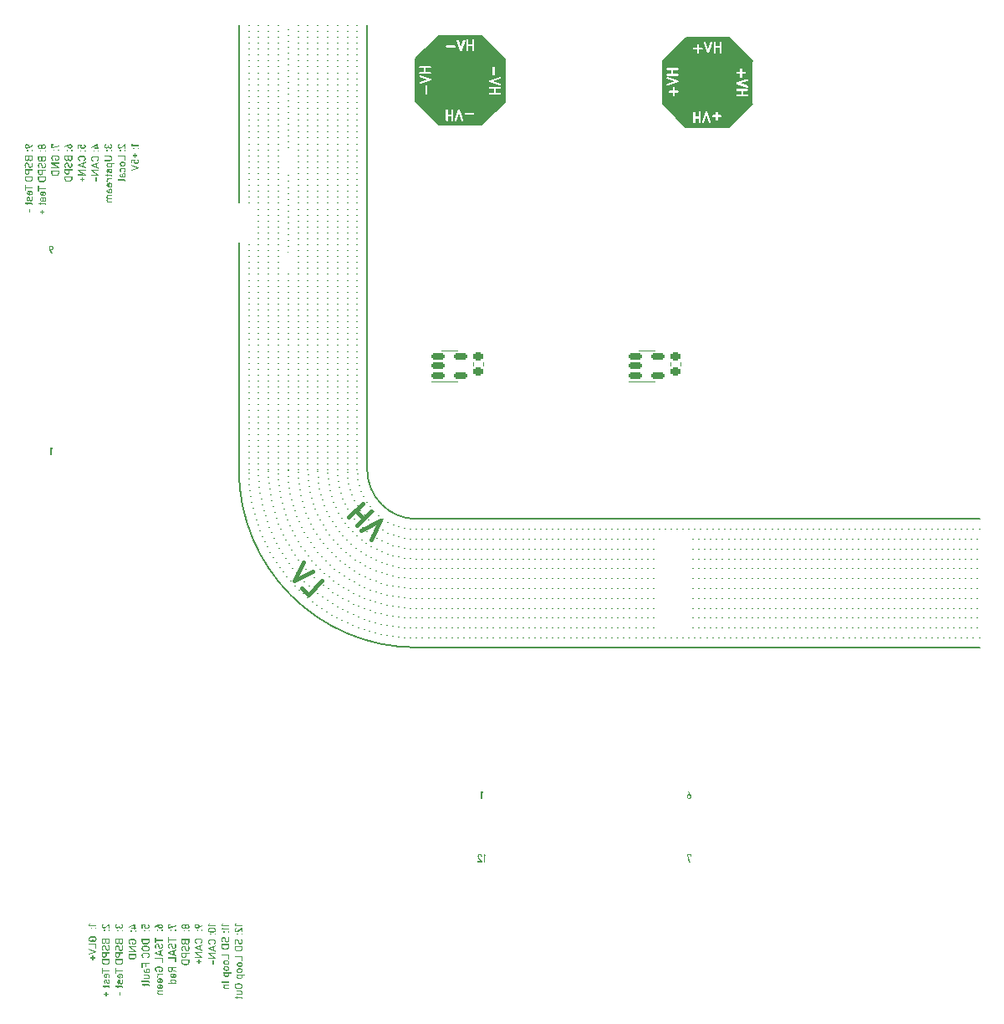
<source format=gbr>
%TF.GenerationSoftware,KiCad,Pcbnew,(7.0.0)*%
%TF.CreationDate,2023-08-02T13:30:23+12:00*%
%TF.ProjectId,VehicleJunctionBoxMotherboard_PCB,56656869-636c-4654-9a75-6e6374696f6e,V1.0*%
%TF.SameCoordinates,Original*%
%TF.FileFunction,Legend,Bot*%
%TF.FilePolarity,Positive*%
%FSLAX46Y46*%
G04 Gerber Fmt 4.6, Leading zero omitted, Abs format (unit mm)*
G04 Created by KiCad (PCBNEW (7.0.0)) date 2023-08-02 13:30:23*
%MOMM*%
%LPD*%
G01*
G04 APERTURE LIST*
G04 Aperture macros list*
%AMRoundRect*
0 Rectangle with rounded corners*
0 $1 Rounding radius*
0 $2 $3 $4 $5 $6 $7 $8 $9 X,Y pos of 4 corners*
0 Add a 4 corners polygon primitive as box body*
4,1,4,$2,$3,$4,$5,$6,$7,$8,$9,$2,$3,0*
0 Add four circle primitives for the rounded corners*
1,1,$1+$1,$2,$3*
1,1,$1+$1,$4,$5*
1,1,$1+$1,$6,$7*
1,1,$1+$1,$8,$9*
0 Add four rect primitives between the rounded corners*
20,1,$1+$1,$2,$3,$4,$5,0*
20,1,$1+$1,$4,$5,$6,$7,0*
20,1,$1+$1,$6,$7,$8,$9,0*
20,1,$1+$1,$8,$9,$2,$3,0*%
G04 Aperture macros list end*
%ADD10C,0.150000*%
%ADD11C,0.400000*%
%ADD12C,0.200000*%
%ADD13C,0.120000*%
%ADD14C,0.800000*%
%ADD15C,6.400000*%
%ADD16R,1.700000X1.700000*%
%ADD17O,1.700000X1.700000*%
%ADD18C,1.700000*%
%ADD19C,3.500000*%
%ADD20C,1.440000*%
%ADD21C,3.040000*%
%ADD22R,1.800000X1.800000*%
%ADD23C,1.800000*%
%ADD24R,3.800000X3.800000*%
%ADD25C,4.000000*%
%ADD26R,2.000000X1.500000*%
%ADD27O,2.000000X1.500000*%
%ADD28RoundRect,0.150000X-0.512500X-0.150000X0.512500X-0.150000X0.512500X0.150000X-0.512500X0.150000X0*%
%ADD29RoundRect,0.225000X0.250000X-0.225000X0.250000X0.225000X-0.250000X0.225000X-0.250000X-0.225000X0*%
G04 APERTURE END LIST*
D10*
G36*
X70200000Y-32800000D02*
G01*
X70225000Y-35125000D01*
X67875000Y-32750000D01*
X70200000Y-32800000D01*
G37*
X70200000Y-32800000D02*
X70225000Y-35125000D01*
X67875000Y-32750000D01*
X70200000Y-32800000D01*
G36*
X70200000Y-28400000D02*
G01*
X67875000Y-28425000D01*
X70250000Y-26075000D01*
X70200000Y-28400000D01*
G37*
X70200000Y-28400000D02*
X67875000Y-28425000D01*
X70250000Y-26075000D01*
X70200000Y-28400000D01*
X53000000Y-70000000D02*
X53000000Y-70000000D01*
X53000000Y-69400000D02*
X53000000Y-69400000D01*
X53000000Y-68800000D02*
X53000000Y-68800000D01*
X53000000Y-68200000D02*
X53000000Y-68200000D01*
X53000000Y-67600000D02*
X53000000Y-67600000D01*
X53000000Y-67000000D02*
X53000000Y-67000000D01*
X53000000Y-66400000D02*
X53000000Y-66400000D01*
X53000000Y-65800000D02*
X53000000Y-65800000D01*
X53000000Y-65200000D02*
X53000000Y-65200000D01*
X53000000Y-64600000D02*
X53000000Y-64600000D01*
X53000000Y-64000000D02*
X53000000Y-64000000D01*
X53000000Y-63400000D02*
X53000000Y-63400000D01*
X53000000Y-62800000D02*
X53000000Y-62800000D01*
X53000000Y-62200000D02*
X53000000Y-62200000D01*
X53000000Y-61600000D02*
X53000000Y-61600000D01*
X53000000Y-61000000D02*
X53000000Y-61000000D01*
X53000000Y-60400000D02*
X53000000Y-60400000D01*
X53000000Y-59800000D02*
X53000000Y-59800000D01*
X53000000Y-59200000D02*
X53000000Y-59200000D01*
X53000000Y-58600000D02*
X53000000Y-58600000D01*
X53000000Y-58000000D02*
X53000000Y-58000000D01*
X53000000Y-57400000D02*
X53000000Y-57400000D01*
X53000000Y-56800000D02*
X53000000Y-56800000D01*
X53000000Y-56200000D02*
X53000000Y-56200000D01*
X53000000Y-55600000D02*
X53000000Y-55600000D01*
X53000000Y-55000000D02*
X53000000Y-55000000D01*
X53000000Y-54400000D02*
X53000000Y-54400000D01*
X53000000Y-53800000D02*
X53000000Y-53800000D01*
X53000000Y-53200000D02*
X53000000Y-53200000D01*
X53000000Y-52600000D02*
X53000000Y-52600000D01*
X53000000Y-52000000D02*
X53000000Y-52000000D01*
X53000000Y-51400000D02*
X53000000Y-51400000D01*
X53000000Y-50800000D02*
X53000000Y-50800000D01*
X53000000Y-50200000D02*
X53000000Y-50200000D01*
X53000000Y-49600000D02*
X53000000Y-49600000D01*
X53000000Y-49000000D02*
X53000000Y-49000000D01*
X53000000Y-48400000D02*
X53000000Y-48400000D01*
X53000000Y-47800000D02*
X53000000Y-47800000D01*
X53000000Y-47200000D02*
X53000000Y-47200000D01*
X53000000Y-46600000D02*
X53000000Y-46600000D01*
X53000000Y-46000000D02*
X53000000Y-46000000D01*
X53000000Y-45400000D02*
X53000000Y-45400000D01*
X53000000Y-44800000D02*
X53000000Y-44800000D01*
X53000000Y-44200000D02*
X53000000Y-44200000D01*
X53000000Y-43600000D02*
X53000000Y-43600000D01*
X53000000Y-43000000D02*
X53000000Y-43000000D01*
X53000000Y-42400000D02*
X53000000Y-42400000D01*
X53000000Y-41800000D02*
X53000000Y-41800000D01*
X53000000Y-41200000D02*
X53000000Y-41200000D01*
X53000000Y-40600000D02*
X53000000Y-40600000D01*
X53000000Y-40000000D02*
X53000000Y-40000000D01*
X53000000Y-39400000D02*
X53000000Y-39400000D01*
X53000000Y-38800000D02*
X53000000Y-38800000D01*
X53000000Y-38200000D02*
X53000000Y-38200000D01*
X53000000Y-37600000D02*
X53000000Y-37600000D01*
X53000000Y-37000000D02*
X53000000Y-37000000D01*
X53000000Y-36400000D02*
X53000000Y-36400000D01*
X53000000Y-35800000D02*
X53000000Y-35800000D01*
X53000000Y-35200000D02*
X53000000Y-35200000D01*
X53000000Y-34600000D02*
X53000000Y-34600000D01*
X53000000Y-34000000D02*
X53000000Y-34000000D01*
X53000000Y-33400000D02*
X53000000Y-33400000D01*
X53000000Y-32800000D02*
X53000000Y-32800000D01*
X53000000Y-32200000D02*
X53000000Y-32200000D01*
X53000000Y-31600000D02*
X53000000Y-31600000D01*
X53000000Y-31000000D02*
X53000000Y-31000000D01*
X53000000Y-30400000D02*
X53000000Y-30400000D01*
X53000000Y-29800000D02*
X53000000Y-29800000D01*
X53000000Y-29200000D02*
X53000000Y-29200000D01*
X53000000Y-28600000D02*
X53000000Y-28600000D01*
X53000000Y-28000000D02*
X53000000Y-28000000D01*
X53000000Y-27400000D02*
X53000000Y-27400000D01*
X53000000Y-26800000D02*
X53000000Y-26800000D01*
X53000000Y-26200000D02*
X53000000Y-26200000D01*
X53000000Y-25600000D02*
X53000000Y-25600000D01*
X53000000Y-25000000D02*
X53000000Y-25000000D01*
X68000000Y-75000000D02*
X125000000Y-75000000D01*
X63000000Y-70000000D02*
G75*
G03*
X68000000Y-75000000I5000000J0D01*
G01*
G36*
X76925000Y-28450000D02*
G01*
X74600000Y-28400000D01*
X74575000Y-26075000D01*
X76925000Y-28450000D01*
G37*
X76925000Y-28450000D02*
X74600000Y-28400000D01*
X74575000Y-26075000D01*
X76925000Y-28450000D01*
G36*
X101975000Y-28650000D02*
G01*
X99650000Y-28600000D01*
X99625000Y-26275000D01*
X101975000Y-28650000D01*
G37*
X101975000Y-28650000D02*
X99650000Y-28600000D01*
X99625000Y-26275000D01*
X101975000Y-28650000D01*
X62000000Y-70000000D02*
X62000000Y-70000000D01*
X62000000Y-69400000D02*
X62000000Y-69400000D01*
X62000000Y-68800000D02*
X62000000Y-68800000D01*
X62000000Y-68200000D02*
X62000000Y-68200000D01*
X62000000Y-67600000D02*
X62000000Y-67600000D01*
X62000000Y-67000000D02*
X62000000Y-67000000D01*
X62000000Y-66400000D02*
X62000000Y-66400000D01*
X62000000Y-65800000D02*
X62000000Y-65800000D01*
X62000000Y-65200000D02*
X62000000Y-65200000D01*
X62000000Y-64600000D02*
X62000000Y-64600000D01*
X62000000Y-64000000D02*
X62000000Y-64000000D01*
X62000000Y-63400000D02*
X62000000Y-63400000D01*
X62000000Y-62800000D02*
X62000000Y-62800000D01*
X62000000Y-62200000D02*
X62000000Y-62200000D01*
X62000000Y-61600000D02*
X62000000Y-61600000D01*
X62000000Y-61000000D02*
X62000000Y-61000000D01*
X62000000Y-60400000D02*
X62000000Y-60400000D01*
X62000000Y-59800000D02*
X62000000Y-59800000D01*
X62000000Y-59200000D02*
X62000000Y-59200000D01*
X62000000Y-58600000D02*
X62000000Y-58600000D01*
X62000000Y-58000000D02*
X62000000Y-58000000D01*
X62000000Y-57400000D02*
X62000000Y-57400000D01*
X62000000Y-56800000D02*
X62000000Y-56800000D01*
X62000000Y-56200000D02*
X62000000Y-56200000D01*
X62000000Y-55600000D02*
X62000000Y-55600000D01*
X62000000Y-55000000D02*
X62000000Y-55000000D01*
X62000000Y-54400000D02*
X62000000Y-54400000D01*
X62000000Y-53800000D02*
X62000000Y-53800000D01*
X62000000Y-53200000D02*
X62000000Y-53200000D01*
X62000000Y-52600000D02*
X62000000Y-52600000D01*
X62000000Y-52000000D02*
X62000000Y-52000000D01*
X62000000Y-51400000D02*
X62000000Y-51400000D01*
X62000000Y-50800000D02*
X62000000Y-50800000D01*
X62000000Y-50200000D02*
X62000000Y-50200000D01*
X62000000Y-49600000D02*
X62000000Y-49600000D01*
X62000000Y-49000000D02*
X62000000Y-49000000D01*
X62000000Y-48400000D02*
X62000000Y-48400000D01*
X62000000Y-47800000D02*
X62000000Y-47800000D01*
X62000000Y-47200000D02*
X62000000Y-47200000D01*
X62000000Y-46600000D02*
X62000000Y-46600000D01*
X62000000Y-46000000D02*
X62000000Y-46000000D01*
X62000000Y-45400000D02*
X62000000Y-45400000D01*
X62000000Y-44800000D02*
X62000000Y-44800000D01*
X62000000Y-44200000D02*
X62000000Y-44200000D01*
X62000000Y-43600000D02*
X62000000Y-43600000D01*
X62000000Y-43000000D02*
X62000000Y-43000000D01*
X62000000Y-42400000D02*
X62000000Y-42400000D01*
X62000000Y-41800000D02*
X62000000Y-41800000D01*
X62000000Y-41200000D02*
X62000000Y-41200000D01*
X62000000Y-40600000D02*
X62000000Y-40600000D01*
X62000000Y-40000000D02*
X62000000Y-40000000D01*
X62000000Y-39400000D02*
X62000000Y-39400000D01*
X62000000Y-38800000D02*
X62000000Y-38800000D01*
X62000000Y-38200000D02*
X62000000Y-38200000D01*
X62000000Y-37600000D02*
X62000000Y-37600000D01*
X62000000Y-37000000D02*
X62000000Y-37000000D01*
X62000000Y-36400000D02*
X62000000Y-36400000D01*
X62000000Y-35800000D02*
X62000000Y-35800000D01*
X62000000Y-35200000D02*
X62000000Y-35200000D01*
X62000000Y-34600000D02*
X62000000Y-34600000D01*
X62000000Y-34000000D02*
X62000000Y-34000000D01*
X62000000Y-33400000D02*
X62000000Y-33400000D01*
X62000000Y-32800000D02*
X62000000Y-32800000D01*
X62000000Y-32200000D02*
X62000000Y-32200000D01*
X62000000Y-31600000D02*
X62000000Y-31600000D01*
X62000000Y-31000000D02*
X62000000Y-31000000D01*
X62000000Y-30400000D02*
X62000000Y-30400000D01*
X62000000Y-29800000D02*
X62000000Y-29800000D01*
X62000000Y-29200000D02*
X62000000Y-29200000D01*
X62000000Y-28600000D02*
X62000000Y-28600000D01*
X62000000Y-28000000D02*
X62000000Y-28000000D01*
X62000000Y-27400000D02*
X62000000Y-27400000D01*
X62000000Y-26800000D02*
X62000000Y-26800000D01*
X62000000Y-26200000D02*
X62000000Y-26200000D01*
X62000000Y-25600000D02*
X62000000Y-25600000D01*
X62000000Y-25000000D02*
X62000000Y-25000000D01*
X68000000Y-77000000D02*
X68000000Y-77000000D01*
X68600000Y-77000000D02*
X68600000Y-77000000D01*
X69200000Y-77000000D02*
X69200000Y-77000000D01*
X69800000Y-77000000D02*
X69800000Y-77000000D01*
X70400000Y-77000000D02*
X70400000Y-77000000D01*
X71000000Y-77000000D02*
X71000000Y-77000000D01*
X71600000Y-77000000D02*
X71600000Y-77000000D01*
X72200000Y-77000000D02*
X72200000Y-77000000D01*
X72800000Y-77000000D02*
X72800000Y-77000000D01*
X73400000Y-77000000D02*
X73400000Y-77000000D01*
X74000000Y-77000000D02*
X74000000Y-77000000D01*
X74600000Y-77000000D02*
X74600000Y-77000000D01*
X75200000Y-77000000D02*
X75200000Y-77000000D01*
X75800000Y-77000000D02*
X75800000Y-77000000D01*
X76400000Y-77000000D02*
X76400000Y-77000000D01*
X77000000Y-77000000D02*
X77000000Y-77000000D01*
X77600000Y-77000000D02*
X77600000Y-77000000D01*
X78200000Y-77000000D02*
X78200000Y-77000000D01*
X78800000Y-77000000D02*
X78800000Y-77000000D01*
X79400000Y-77000000D02*
X79400000Y-77000000D01*
X80000000Y-77000000D02*
X80000000Y-77000000D01*
X80600000Y-77000000D02*
X80600000Y-77000000D01*
X81200000Y-77000000D02*
X81200000Y-77000000D01*
X81800000Y-77000000D02*
X81800000Y-77000000D01*
X82400000Y-77000000D02*
X82400000Y-77000000D01*
X83000000Y-77000000D02*
X83000000Y-77000000D01*
X83600000Y-77000000D02*
X83600000Y-77000000D01*
X84200000Y-77000000D02*
X84200000Y-77000000D01*
X84800000Y-77000000D02*
X84800000Y-77000000D01*
X85400000Y-77000000D02*
X85400000Y-77000000D01*
X86000000Y-77000000D02*
X86000000Y-77000000D01*
X86600000Y-77000000D02*
X86600000Y-77000000D01*
X87200000Y-77000000D02*
X87200000Y-77000000D01*
X87800000Y-77000000D02*
X87800000Y-77000000D01*
X88400000Y-77000000D02*
X88400000Y-77000000D01*
X89000000Y-77000000D02*
X89000000Y-77000000D01*
X89600000Y-77000000D02*
X89600000Y-77000000D01*
X90200000Y-77000000D02*
X90200000Y-77000000D01*
X90800000Y-77000000D02*
X90800000Y-77000000D01*
X91400000Y-77000000D02*
X91400000Y-77000000D01*
X92000000Y-77000000D02*
X92000000Y-77000000D01*
X50000000Y-70000000D02*
G75*
G03*
X68000000Y-88000000I18000000J0D01*
G01*
X68000000Y-79000000D02*
X68000000Y-79000000D01*
X68600000Y-79000000D02*
X68600000Y-79000000D01*
X69200000Y-79000000D02*
X69200000Y-79000000D01*
X69800000Y-79000000D02*
X69800000Y-79000000D01*
X70400000Y-79000000D02*
X70400000Y-79000000D01*
X71000000Y-79000000D02*
X71000000Y-79000000D01*
X71600000Y-79000000D02*
X71600000Y-79000000D01*
X72200000Y-79000000D02*
X72200000Y-79000000D01*
X72800000Y-79000000D02*
X72800000Y-79000000D01*
X73400000Y-79000000D02*
X73400000Y-79000000D01*
X74000000Y-79000000D02*
X74000000Y-79000000D01*
X74600000Y-79000000D02*
X74600000Y-79000000D01*
X75200000Y-79000000D02*
X75200000Y-79000000D01*
X75800000Y-79000000D02*
X75800000Y-79000000D01*
X76400000Y-79000000D02*
X76400000Y-79000000D01*
X77000000Y-79000000D02*
X77000000Y-79000000D01*
X77600000Y-79000000D02*
X77600000Y-79000000D01*
X78200000Y-79000000D02*
X78200000Y-79000000D01*
X78800000Y-79000000D02*
X78800000Y-79000000D01*
X79400000Y-79000000D02*
X79400000Y-79000000D01*
X80000000Y-79000000D02*
X80000000Y-79000000D01*
X80600000Y-79000000D02*
X80600000Y-79000000D01*
X81200000Y-79000000D02*
X81200000Y-79000000D01*
X81800000Y-79000000D02*
X81800000Y-79000000D01*
X82400000Y-79000000D02*
X82400000Y-79000000D01*
X83000000Y-79000000D02*
X83000000Y-79000000D01*
X83600000Y-79000000D02*
X83600000Y-79000000D01*
X84200000Y-79000000D02*
X84200000Y-79000000D01*
X84800000Y-79000000D02*
X84800000Y-79000000D01*
X85400000Y-79000000D02*
X85400000Y-79000000D01*
X86000000Y-79000000D02*
X86000000Y-79000000D01*
X86600000Y-79000000D02*
X86600000Y-79000000D01*
X87200000Y-79000000D02*
X87200000Y-79000000D01*
X87800000Y-79000000D02*
X87800000Y-79000000D01*
X88400000Y-79000000D02*
X88400000Y-79000000D01*
X89000000Y-79000000D02*
X89000000Y-79000000D01*
X89600000Y-79000000D02*
X89600000Y-79000000D01*
X90200000Y-79000000D02*
X90200000Y-79000000D01*
X90800000Y-79000000D02*
X90800000Y-79000000D01*
X91400000Y-79000000D02*
X91400000Y-79000000D01*
X92000000Y-79000000D02*
X92000000Y-79000000D01*
X68000000Y-83000000D02*
X68000000Y-83000000D01*
X67400212Y-82986156D02*
X67400212Y-82986156D01*
X66801703Y-82944654D02*
X66801703Y-82944654D01*
X66205745Y-82875583D02*
X66205745Y-82875583D01*
X65613609Y-82779090D02*
X65613609Y-82779090D01*
X65026556Y-82655379D02*
X65026556Y-82655379D01*
X64445835Y-82504715D02*
X64445835Y-82504715D01*
X63872684Y-82327419D02*
X63872684Y-82327419D01*
X63308324Y-82123868D02*
X63308324Y-82123868D01*
X62753955Y-81894495D02*
X62753955Y-81894495D01*
X62210760Y-81639789D02*
X62210760Y-81639789D01*
X61679895Y-81360293D02*
X61679895Y-81360293D01*
X61162490Y-81056602D02*
X61162490Y-81056602D01*
X60659647Y-80729362D02*
X60659647Y-80729362D01*
X60172439Y-80379272D02*
X60172439Y-80379272D01*
X59701901Y-80007075D02*
X59701901Y-80007075D01*
X59249036Y-79613565D02*
X59249036Y-79613565D01*
X58814810Y-79199580D02*
X58814810Y-79199580D01*
X58400146Y-78766002D02*
X58400146Y-78766002D01*
X58005928Y-78313755D02*
X58005928Y-78313755D01*
X57632995Y-77843800D02*
X57632995Y-77843800D01*
X57282141Y-77357140D02*
X57282141Y-77357140D01*
X56954115Y-76854811D02*
X56954115Y-76854811D01*
X56649614Y-76337882D02*
X56649614Y-76337882D01*
X56369287Y-75807455D02*
X56369287Y-75807455D01*
X56113732Y-75264659D02*
X56113732Y-75264659D01*
X55883491Y-74710650D02*
X55883491Y-74710650D01*
X55679057Y-74146609D02*
X55679057Y-74146609D01*
X55500863Y-73573736D02*
X55500863Y-73573736D01*
X55349290Y-72993252D02*
X55349290Y-72993252D01*
X55224661Y-72406393D02*
X55224661Y-72406393D01*
X55127241Y-71814409D02*
X55127241Y-71814409D01*
X55057237Y-71218560D02*
X55057237Y-71218560D01*
X55014798Y-70620116D02*
X55014798Y-70620116D01*
X55000015Y-70020352D02*
X55000015Y-70020352D01*
G36*
X95250000Y-28600000D02*
G01*
X92925000Y-28625000D01*
X95300000Y-26275000D01*
X95250000Y-28600000D01*
G37*
X95250000Y-28600000D02*
X92925000Y-28625000D01*
X95300000Y-26275000D01*
X95250000Y-28600000D01*
X61000000Y-70000000D02*
X61000000Y-70000000D01*
X61000000Y-69400000D02*
X61000000Y-69400000D01*
X61000000Y-68800000D02*
X61000000Y-68800000D01*
X61000000Y-68200000D02*
X61000000Y-68200000D01*
X61000000Y-67600000D02*
X61000000Y-67600000D01*
X61000000Y-67000000D02*
X61000000Y-67000000D01*
X61000000Y-66400000D02*
X61000000Y-66400000D01*
X61000000Y-65800000D02*
X61000000Y-65800000D01*
X61000000Y-65200000D02*
X61000000Y-65200000D01*
X61000000Y-64600000D02*
X61000000Y-64600000D01*
X61000000Y-64000000D02*
X61000000Y-64000000D01*
X61000000Y-63400000D02*
X61000000Y-63400000D01*
X61000000Y-62800000D02*
X61000000Y-62800000D01*
X61000000Y-62200000D02*
X61000000Y-62200000D01*
X61000000Y-61600000D02*
X61000000Y-61600000D01*
X61000000Y-61000000D02*
X61000000Y-61000000D01*
X61000000Y-60400000D02*
X61000000Y-60400000D01*
X61000000Y-59800000D02*
X61000000Y-59800000D01*
X61000000Y-59200000D02*
X61000000Y-59200000D01*
X61000000Y-58600000D02*
X61000000Y-58600000D01*
X61000000Y-58000000D02*
X61000000Y-58000000D01*
X61000000Y-57400000D02*
X61000000Y-57400000D01*
X61000000Y-56800000D02*
X61000000Y-56800000D01*
X61000000Y-56200000D02*
X61000000Y-56200000D01*
X61000000Y-55600000D02*
X61000000Y-55600000D01*
X61000000Y-55000000D02*
X61000000Y-55000000D01*
X61000000Y-54400000D02*
X61000000Y-54400000D01*
X61000000Y-53800000D02*
X61000000Y-53800000D01*
X61000000Y-53200000D02*
X61000000Y-53200000D01*
X61000000Y-52600000D02*
X61000000Y-52600000D01*
X61000000Y-52000000D02*
X61000000Y-52000000D01*
X61000000Y-51400000D02*
X61000000Y-51400000D01*
X61000000Y-50800000D02*
X61000000Y-50800000D01*
X61000000Y-50200000D02*
X61000000Y-50200000D01*
X61000000Y-49600000D02*
X61000000Y-49600000D01*
X61000000Y-49000000D02*
X61000000Y-49000000D01*
X61000000Y-48400000D02*
X61000000Y-48400000D01*
X61000000Y-47800000D02*
X61000000Y-47800000D01*
X61000000Y-47200000D02*
X61000000Y-47200000D01*
X61000000Y-46600000D02*
X61000000Y-46600000D01*
X61000000Y-46000000D02*
X61000000Y-46000000D01*
X61000000Y-45400000D02*
X61000000Y-45400000D01*
X61000000Y-44800000D02*
X61000000Y-44800000D01*
X61000000Y-44200000D02*
X61000000Y-44200000D01*
X61000000Y-43600000D02*
X61000000Y-43600000D01*
X61000000Y-43000000D02*
X61000000Y-43000000D01*
X61000000Y-42400000D02*
X61000000Y-42400000D01*
X61000000Y-41800000D02*
X61000000Y-41800000D01*
X61000000Y-41200000D02*
X61000000Y-41200000D01*
X61000000Y-40600000D02*
X61000000Y-40600000D01*
X61000000Y-40000000D02*
X61000000Y-40000000D01*
X61000000Y-39400000D02*
X61000000Y-39400000D01*
X61000000Y-38800000D02*
X61000000Y-38800000D01*
X61000000Y-38200000D02*
X61000000Y-38200000D01*
X61000000Y-37600000D02*
X61000000Y-37600000D01*
X61000000Y-37000000D02*
X61000000Y-37000000D01*
X61000000Y-36400000D02*
X61000000Y-36400000D01*
X61000000Y-35800000D02*
X61000000Y-35800000D01*
X61000000Y-35200000D02*
X61000000Y-35200000D01*
X61000000Y-34600000D02*
X61000000Y-34600000D01*
X61000000Y-34000000D02*
X61000000Y-34000000D01*
X61000000Y-33400000D02*
X61000000Y-33400000D01*
X61000000Y-32800000D02*
X61000000Y-32800000D01*
X61000000Y-32200000D02*
X61000000Y-32200000D01*
X61000000Y-31600000D02*
X61000000Y-31600000D01*
X61000000Y-31000000D02*
X61000000Y-31000000D01*
X61000000Y-30400000D02*
X61000000Y-30400000D01*
X61000000Y-29800000D02*
X61000000Y-29800000D01*
X61000000Y-29200000D02*
X61000000Y-29200000D01*
X61000000Y-28600000D02*
X61000000Y-28600000D01*
X61000000Y-28000000D02*
X61000000Y-28000000D01*
X61000000Y-27400000D02*
X61000000Y-27400000D01*
X61000000Y-26800000D02*
X61000000Y-26800000D01*
X61000000Y-26200000D02*
X61000000Y-26200000D01*
X61000000Y-25600000D02*
X61000000Y-25600000D01*
X61000000Y-25000000D02*
X61000000Y-25000000D01*
X68000000Y-81000000D02*
X68000000Y-81000000D01*
X68600000Y-81000000D02*
X68600000Y-81000000D01*
X69200000Y-81000000D02*
X69200000Y-81000000D01*
X69800000Y-81000000D02*
X69800000Y-81000000D01*
X70400000Y-81000000D02*
X70400000Y-81000000D01*
X71000000Y-81000000D02*
X71000000Y-81000000D01*
X71600000Y-81000000D02*
X71600000Y-81000000D01*
X72200000Y-81000000D02*
X72200000Y-81000000D01*
X72800000Y-81000000D02*
X72800000Y-81000000D01*
X73400000Y-81000000D02*
X73400000Y-81000000D01*
X74000000Y-81000000D02*
X74000000Y-81000000D01*
X74600000Y-81000000D02*
X74600000Y-81000000D01*
X75200000Y-81000000D02*
X75200000Y-81000000D01*
X75800000Y-81000000D02*
X75800000Y-81000000D01*
X76400000Y-81000000D02*
X76400000Y-81000000D01*
X77000000Y-81000000D02*
X77000000Y-81000000D01*
X77600000Y-81000000D02*
X77600000Y-81000000D01*
X78200000Y-81000000D02*
X78200000Y-81000000D01*
X78800000Y-81000000D02*
X78800000Y-81000000D01*
X79400000Y-81000000D02*
X79400000Y-81000000D01*
X80000000Y-81000000D02*
X80000000Y-81000000D01*
X80600000Y-81000000D02*
X80600000Y-81000000D01*
X81200000Y-81000000D02*
X81200000Y-81000000D01*
X81800000Y-81000000D02*
X81800000Y-81000000D01*
X82400000Y-81000000D02*
X82400000Y-81000000D01*
X83000000Y-81000000D02*
X83000000Y-81000000D01*
X83600000Y-81000000D02*
X83600000Y-81000000D01*
X84200000Y-81000000D02*
X84200000Y-81000000D01*
X84800000Y-81000000D02*
X84800000Y-81000000D01*
X85400000Y-81000000D02*
X85400000Y-81000000D01*
X86000000Y-81000000D02*
X86000000Y-81000000D01*
X86600000Y-81000000D02*
X86600000Y-81000000D01*
X87200000Y-81000000D02*
X87200000Y-81000000D01*
X87800000Y-81000000D02*
X87800000Y-81000000D01*
X88400000Y-81000000D02*
X88400000Y-81000000D01*
X89000000Y-81000000D02*
X89000000Y-81000000D01*
X89600000Y-81000000D02*
X89600000Y-81000000D01*
X90200000Y-81000000D02*
X90200000Y-81000000D01*
X90800000Y-81000000D02*
X90800000Y-81000000D01*
X91400000Y-81000000D02*
X91400000Y-81000000D01*
X92000000Y-81000000D02*
X92000000Y-81000000D01*
X96000000Y-78000000D02*
X96000000Y-78000000D01*
X96600000Y-78000000D02*
X96600000Y-78000000D01*
X97200000Y-78000000D02*
X97200000Y-78000000D01*
X97800000Y-78000000D02*
X97800000Y-78000000D01*
X98400000Y-78000000D02*
X98400000Y-78000000D01*
X99000000Y-78000000D02*
X99000000Y-78000000D01*
X99600000Y-78000000D02*
X99600000Y-78000000D01*
X100200000Y-78000000D02*
X100200000Y-78000000D01*
X100800000Y-78000000D02*
X100800000Y-78000000D01*
X101400000Y-78000000D02*
X101400000Y-78000000D01*
X102000000Y-78000000D02*
X102000000Y-78000000D01*
X102600000Y-78000000D02*
X102600000Y-78000000D01*
X103200000Y-78000000D02*
X103200000Y-78000000D01*
X103800000Y-78000000D02*
X103800000Y-78000000D01*
X104400000Y-78000000D02*
X104400000Y-78000000D01*
X105000000Y-78000000D02*
X105000000Y-78000000D01*
X105600000Y-78000000D02*
X105600000Y-78000000D01*
X106200000Y-78000000D02*
X106200000Y-78000000D01*
X106800000Y-78000000D02*
X106800000Y-78000000D01*
X107400000Y-78000000D02*
X107400000Y-78000000D01*
X108000000Y-78000000D02*
X108000000Y-78000000D01*
X108600000Y-78000000D02*
X108600000Y-78000000D01*
X109200000Y-78000000D02*
X109200000Y-78000000D01*
X109800000Y-78000000D02*
X109800000Y-78000000D01*
X110400000Y-78000000D02*
X110400000Y-78000000D01*
X111000000Y-78000000D02*
X111000000Y-78000000D01*
X111600000Y-78000000D02*
X111600000Y-78000000D01*
X112200000Y-78000000D02*
X112200000Y-78000000D01*
X112800000Y-78000000D02*
X112800000Y-78000000D01*
X113400000Y-78000000D02*
X113400000Y-78000000D01*
X114000000Y-78000000D02*
X114000000Y-78000000D01*
X114600000Y-78000000D02*
X114600000Y-78000000D01*
X115200000Y-78000000D02*
X115200000Y-78000000D01*
X115800000Y-78000000D02*
X115800000Y-78000000D01*
X116400000Y-78000000D02*
X116400000Y-78000000D01*
X117000000Y-78000000D02*
X117000000Y-78000000D01*
X117600000Y-78000000D02*
X117600000Y-78000000D01*
X118200000Y-78000000D02*
X118200000Y-78000000D01*
X118800000Y-78000000D02*
X118800000Y-78000000D01*
X119400000Y-78000000D02*
X119400000Y-78000000D01*
X120000000Y-78000000D02*
X120000000Y-78000000D01*
X120600000Y-78000000D02*
X120600000Y-78000000D01*
X121200000Y-78000000D02*
X121200000Y-78000000D01*
X121800000Y-78000000D02*
X121800000Y-78000000D01*
X122400000Y-78000000D02*
X122400000Y-78000000D01*
X123000000Y-78000000D02*
X123000000Y-78000000D01*
X123600000Y-78000000D02*
X123600000Y-78000000D01*
X124200000Y-78000000D02*
X124200000Y-78000000D01*
X124800000Y-78000000D02*
X124800000Y-78000000D01*
X96000000Y-79000000D02*
X96000000Y-79000000D01*
X96600000Y-79000000D02*
X96600000Y-79000000D01*
X97200000Y-79000000D02*
X97200000Y-79000000D01*
X97800000Y-79000000D02*
X97800000Y-79000000D01*
X98400000Y-79000000D02*
X98400000Y-79000000D01*
X99000000Y-79000000D02*
X99000000Y-79000000D01*
X99600000Y-79000000D02*
X99600000Y-79000000D01*
X100200000Y-79000000D02*
X100200000Y-79000000D01*
X100800000Y-79000000D02*
X100800000Y-79000000D01*
X101400000Y-79000000D02*
X101400000Y-79000000D01*
X102000000Y-79000000D02*
X102000000Y-79000000D01*
X102600000Y-79000000D02*
X102600000Y-79000000D01*
X103200000Y-79000000D02*
X103200000Y-79000000D01*
X103800000Y-79000000D02*
X103800000Y-79000000D01*
X104400000Y-79000000D02*
X104400000Y-79000000D01*
X105000000Y-79000000D02*
X105000000Y-79000000D01*
X105600000Y-79000000D02*
X105600000Y-79000000D01*
X106200000Y-79000000D02*
X106200000Y-79000000D01*
X106800000Y-79000000D02*
X106800000Y-79000000D01*
X107400000Y-79000000D02*
X107400000Y-79000000D01*
X108000000Y-79000000D02*
X108000000Y-79000000D01*
X108600000Y-79000000D02*
X108600000Y-79000000D01*
X109200000Y-79000000D02*
X109200000Y-79000000D01*
X109800000Y-79000000D02*
X109800000Y-79000000D01*
X110400000Y-79000000D02*
X110400000Y-79000000D01*
X111000000Y-79000000D02*
X111000000Y-79000000D01*
X111600000Y-79000000D02*
X111600000Y-79000000D01*
X112200000Y-79000000D02*
X112200000Y-79000000D01*
X112800000Y-79000000D02*
X112800000Y-79000000D01*
X113400000Y-79000000D02*
X113400000Y-79000000D01*
X114000000Y-79000000D02*
X114000000Y-79000000D01*
X114600000Y-79000000D02*
X114600000Y-79000000D01*
X115200000Y-79000000D02*
X115200000Y-79000000D01*
X115800000Y-79000000D02*
X115800000Y-79000000D01*
X116400000Y-79000000D02*
X116400000Y-79000000D01*
X117000000Y-79000000D02*
X117000000Y-79000000D01*
X117600000Y-79000000D02*
X117600000Y-79000000D01*
X118200000Y-79000000D02*
X118200000Y-79000000D01*
X118800000Y-79000000D02*
X118800000Y-79000000D01*
X119400000Y-79000000D02*
X119400000Y-79000000D01*
X120000000Y-79000000D02*
X120000000Y-79000000D01*
X120600000Y-79000000D02*
X120600000Y-79000000D01*
X121200000Y-79000000D02*
X121200000Y-79000000D01*
X121800000Y-79000000D02*
X121800000Y-79000000D01*
X122400000Y-79000000D02*
X122400000Y-79000000D01*
X123000000Y-79000000D02*
X123000000Y-79000000D01*
X123600000Y-79000000D02*
X123600000Y-79000000D01*
X124200000Y-79000000D02*
X124200000Y-79000000D01*
X124800000Y-79000000D02*
X124800000Y-79000000D01*
X54000000Y-70000000D02*
X54000000Y-70000000D01*
X54000000Y-69400000D02*
X54000000Y-69400000D01*
X54000000Y-68800000D02*
X54000000Y-68800000D01*
X54000000Y-68200000D02*
X54000000Y-68200000D01*
X54000000Y-67600000D02*
X54000000Y-67600000D01*
X54000000Y-67000000D02*
X54000000Y-67000000D01*
X54000000Y-66400000D02*
X54000000Y-66400000D01*
X54000000Y-65800000D02*
X54000000Y-65800000D01*
X54000000Y-65200000D02*
X54000000Y-65200000D01*
X54000000Y-64600000D02*
X54000000Y-64600000D01*
X54000000Y-64000000D02*
X54000000Y-64000000D01*
X54000000Y-63400000D02*
X54000000Y-63400000D01*
X54000000Y-62800000D02*
X54000000Y-62800000D01*
X54000000Y-62200000D02*
X54000000Y-62200000D01*
X54000000Y-61600000D02*
X54000000Y-61600000D01*
X54000000Y-61000000D02*
X54000000Y-61000000D01*
X54000000Y-60400000D02*
X54000000Y-60400000D01*
X54000000Y-59800000D02*
X54000000Y-59800000D01*
X54000000Y-59200000D02*
X54000000Y-59200000D01*
X54000000Y-58600000D02*
X54000000Y-58600000D01*
X54000000Y-58000000D02*
X54000000Y-58000000D01*
X54000000Y-57400000D02*
X54000000Y-57400000D01*
X54000000Y-56800000D02*
X54000000Y-56800000D01*
X54000000Y-56200000D02*
X54000000Y-56200000D01*
X54000000Y-55600000D02*
X54000000Y-55600000D01*
X54000000Y-55000000D02*
X54000000Y-55000000D01*
X54000000Y-54400000D02*
X54000000Y-54400000D01*
X54000000Y-53800000D02*
X54000000Y-53800000D01*
X54000000Y-53200000D02*
X54000000Y-53200000D01*
X54000000Y-52600000D02*
X54000000Y-52600000D01*
X54000000Y-52000000D02*
X54000000Y-52000000D01*
X54000000Y-51400000D02*
X54000000Y-51400000D01*
X54000000Y-50800000D02*
X54000000Y-50800000D01*
X54000000Y-50200000D02*
X54000000Y-50200000D01*
X54000000Y-49600000D02*
X54000000Y-49600000D01*
X54000000Y-49000000D02*
X54000000Y-49000000D01*
X54000000Y-48400000D02*
X54000000Y-48400000D01*
X54000000Y-47800000D02*
X54000000Y-47800000D01*
X54000000Y-47200000D02*
X54000000Y-47200000D01*
X54000000Y-46600000D02*
X54000000Y-46600000D01*
X54000000Y-46000000D02*
X54000000Y-46000000D01*
X54000000Y-45400000D02*
X54000000Y-45400000D01*
X54000000Y-44800000D02*
X54000000Y-44800000D01*
X54000000Y-44200000D02*
X54000000Y-44200000D01*
X54000000Y-43600000D02*
X54000000Y-43600000D01*
X54000000Y-43000000D02*
X54000000Y-43000000D01*
X54000000Y-42400000D02*
X54000000Y-42400000D01*
X54000000Y-41800000D02*
X54000000Y-41800000D01*
X54000000Y-41200000D02*
X54000000Y-41200000D01*
X54000000Y-40600000D02*
X54000000Y-40600000D01*
X54000000Y-40000000D02*
X54000000Y-40000000D01*
X54000000Y-39400000D02*
X54000000Y-39400000D01*
X54000000Y-38800000D02*
X54000000Y-38800000D01*
X54000000Y-38200000D02*
X54000000Y-38200000D01*
X54000000Y-37600000D02*
X54000000Y-37600000D01*
X54000000Y-37000000D02*
X54000000Y-37000000D01*
X54000000Y-36400000D02*
X54000000Y-36400000D01*
X54000000Y-35800000D02*
X54000000Y-35800000D01*
X54000000Y-35200000D02*
X54000000Y-35200000D01*
X54000000Y-34600000D02*
X54000000Y-34600000D01*
X54000000Y-34000000D02*
X54000000Y-34000000D01*
X54000000Y-33400000D02*
X54000000Y-33400000D01*
X54000000Y-32800000D02*
X54000000Y-32800000D01*
X54000000Y-32200000D02*
X54000000Y-32200000D01*
X54000000Y-31600000D02*
X54000000Y-31600000D01*
X54000000Y-31000000D02*
X54000000Y-31000000D01*
X54000000Y-30400000D02*
X54000000Y-30400000D01*
X54000000Y-29800000D02*
X54000000Y-29800000D01*
X54000000Y-29200000D02*
X54000000Y-29200000D01*
X54000000Y-28600000D02*
X54000000Y-28600000D01*
X54000000Y-28000000D02*
X54000000Y-28000000D01*
X54000000Y-27400000D02*
X54000000Y-27400000D01*
X54000000Y-26800000D02*
X54000000Y-26800000D01*
X54000000Y-26200000D02*
X54000000Y-26200000D01*
X54000000Y-25600000D02*
X54000000Y-25600000D01*
X54000000Y-25000000D02*
X54000000Y-25000000D01*
X68000000Y-80000000D02*
X68000000Y-80000000D01*
X68600000Y-80000000D02*
X68600000Y-80000000D01*
X69200000Y-80000000D02*
X69200000Y-80000000D01*
X69800000Y-80000000D02*
X69800000Y-80000000D01*
X70400000Y-80000000D02*
X70400000Y-80000000D01*
X71000000Y-80000000D02*
X71000000Y-80000000D01*
X71600000Y-80000000D02*
X71600000Y-80000000D01*
X72200000Y-80000000D02*
X72200000Y-80000000D01*
X72800000Y-80000000D02*
X72800000Y-80000000D01*
X73400000Y-80000000D02*
X73400000Y-80000000D01*
X74000000Y-80000000D02*
X74000000Y-80000000D01*
X74600000Y-80000000D02*
X74600000Y-80000000D01*
X75200000Y-80000000D02*
X75200000Y-80000000D01*
X75800000Y-80000000D02*
X75800000Y-80000000D01*
X76400000Y-80000000D02*
X76400000Y-80000000D01*
X77000000Y-80000000D02*
X77000000Y-80000000D01*
X77600000Y-80000000D02*
X77600000Y-80000000D01*
X78200000Y-80000000D02*
X78200000Y-80000000D01*
X78800000Y-80000000D02*
X78800000Y-80000000D01*
X79400000Y-80000000D02*
X79400000Y-80000000D01*
X80000000Y-80000000D02*
X80000000Y-80000000D01*
X80600000Y-80000000D02*
X80600000Y-80000000D01*
X81200000Y-80000000D02*
X81200000Y-80000000D01*
X81800000Y-80000000D02*
X81800000Y-80000000D01*
X82400000Y-80000000D02*
X82400000Y-80000000D01*
X83000000Y-80000000D02*
X83000000Y-80000000D01*
X83600000Y-80000000D02*
X83600000Y-80000000D01*
X84200000Y-80000000D02*
X84200000Y-80000000D01*
X84800000Y-80000000D02*
X84800000Y-80000000D01*
X85400000Y-80000000D02*
X85400000Y-80000000D01*
X86000000Y-80000000D02*
X86000000Y-80000000D01*
X86600000Y-80000000D02*
X86600000Y-80000000D01*
X87200000Y-80000000D02*
X87200000Y-80000000D01*
X87800000Y-80000000D02*
X87800000Y-80000000D01*
X88400000Y-80000000D02*
X88400000Y-80000000D01*
X89000000Y-80000000D02*
X89000000Y-80000000D01*
X89600000Y-80000000D02*
X89600000Y-80000000D01*
X90200000Y-80000000D02*
X90200000Y-80000000D01*
X90800000Y-80000000D02*
X90800000Y-80000000D01*
X91400000Y-80000000D02*
X91400000Y-80000000D01*
X92000000Y-80000000D02*
X92000000Y-80000000D01*
X58000000Y-70000000D02*
X58000000Y-70000000D01*
X58000000Y-69400000D02*
X58000000Y-69400000D01*
X58000000Y-68800000D02*
X58000000Y-68800000D01*
X58000000Y-68200000D02*
X58000000Y-68200000D01*
X58000000Y-67600000D02*
X58000000Y-67600000D01*
X58000000Y-67000000D02*
X58000000Y-67000000D01*
X58000000Y-66400000D02*
X58000000Y-66400000D01*
X58000000Y-65800000D02*
X58000000Y-65800000D01*
X58000000Y-65200000D02*
X58000000Y-65200000D01*
X58000000Y-64600000D02*
X58000000Y-64600000D01*
X58000000Y-64000000D02*
X58000000Y-64000000D01*
X58000000Y-63400000D02*
X58000000Y-63400000D01*
X58000000Y-62800000D02*
X58000000Y-62800000D01*
X58000000Y-62200000D02*
X58000000Y-62200000D01*
X58000000Y-61600000D02*
X58000000Y-61600000D01*
X58000000Y-61000000D02*
X58000000Y-61000000D01*
X58000000Y-60400000D02*
X58000000Y-60400000D01*
X58000000Y-59800000D02*
X58000000Y-59800000D01*
X58000000Y-59200000D02*
X58000000Y-59200000D01*
X58000000Y-58600000D02*
X58000000Y-58600000D01*
X58000000Y-58000000D02*
X58000000Y-58000000D01*
X58000000Y-57400000D02*
X58000000Y-57400000D01*
X58000000Y-56800000D02*
X58000000Y-56800000D01*
X58000000Y-56200000D02*
X58000000Y-56200000D01*
X58000000Y-55600000D02*
X58000000Y-55600000D01*
X58000000Y-55000000D02*
X58000000Y-55000000D01*
X58000000Y-54400000D02*
X58000000Y-54400000D01*
X58000000Y-53800000D02*
X58000000Y-53800000D01*
X58000000Y-53200000D02*
X58000000Y-53200000D01*
X58000000Y-52600000D02*
X58000000Y-52600000D01*
X58000000Y-52000000D02*
X58000000Y-52000000D01*
X58000000Y-51400000D02*
X58000000Y-51400000D01*
X58000000Y-50800000D02*
X58000000Y-50800000D01*
X58000000Y-50200000D02*
X58000000Y-50200000D01*
X58000000Y-49600000D02*
X58000000Y-49600000D01*
X58000000Y-49000000D02*
X58000000Y-49000000D01*
X58000000Y-48400000D02*
X58000000Y-48400000D01*
X58000000Y-47800000D02*
X58000000Y-47800000D01*
X58000000Y-47200000D02*
X58000000Y-47200000D01*
X58000000Y-46600000D02*
X58000000Y-46600000D01*
X58000000Y-46000000D02*
X58000000Y-46000000D01*
X58000000Y-45400000D02*
X58000000Y-45400000D01*
X58000000Y-44800000D02*
X58000000Y-44800000D01*
X58000000Y-44200000D02*
X58000000Y-44200000D01*
X58000000Y-43600000D02*
X58000000Y-43600000D01*
X58000000Y-43000000D02*
X58000000Y-43000000D01*
X58000000Y-42400000D02*
X58000000Y-42400000D01*
X58000000Y-41800000D02*
X58000000Y-41800000D01*
X58000000Y-41200000D02*
X58000000Y-41200000D01*
X58000000Y-40600000D02*
X58000000Y-40600000D01*
X58000000Y-40000000D02*
X58000000Y-40000000D01*
X58000000Y-39400000D02*
X58000000Y-39400000D01*
X58000000Y-38800000D02*
X58000000Y-38800000D01*
X58000000Y-38200000D02*
X58000000Y-38200000D01*
X58000000Y-37600000D02*
X58000000Y-37600000D01*
X58000000Y-37000000D02*
X58000000Y-37000000D01*
X58000000Y-36400000D02*
X58000000Y-36400000D01*
X58000000Y-35800000D02*
X58000000Y-35800000D01*
X58000000Y-35200000D02*
X58000000Y-35200000D01*
X58000000Y-34600000D02*
X58000000Y-34600000D01*
X58000000Y-34000000D02*
X58000000Y-34000000D01*
X58000000Y-33400000D02*
X58000000Y-33400000D01*
X58000000Y-32800000D02*
X58000000Y-32800000D01*
X58000000Y-32200000D02*
X58000000Y-32200000D01*
X58000000Y-31600000D02*
X58000000Y-31600000D01*
X58000000Y-31000000D02*
X58000000Y-31000000D01*
X58000000Y-30400000D02*
X58000000Y-30400000D01*
X58000000Y-29800000D02*
X58000000Y-29800000D01*
X58000000Y-29200000D02*
X58000000Y-29200000D01*
X58000000Y-28600000D02*
X58000000Y-28600000D01*
X58000000Y-28000000D02*
X58000000Y-28000000D01*
X58000000Y-27400000D02*
X58000000Y-27400000D01*
X58000000Y-26800000D02*
X58000000Y-26800000D01*
X58000000Y-26200000D02*
X58000000Y-26200000D01*
X58000000Y-25600000D02*
X58000000Y-25600000D01*
X58000000Y-25000000D02*
X58000000Y-25000000D01*
X55000000Y-38000000D02*
X55000000Y-38000000D01*
X55000000Y-37400000D02*
X55000000Y-37400000D01*
X55000000Y-36800000D02*
X55000000Y-36800000D01*
X55000000Y-36200000D02*
X55000000Y-36200000D01*
X55000000Y-35600000D02*
X55000000Y-35600000D01*
X55000000Y-35000000D02*
X55000000Y-35000000D01*
X55000000Y-34400000D02*
X55000000Y-34400000D01*
X55000000Y-33800000D02*
X55000000Y-33800000D01*
X55000000Y-33200000D02*
X55000000Y-33200000D01*
X55000000Y-32600000D02*
X55000000Y-32600000D01*
X55000000Y-32000000D02*
X55000000Y-32000000D01*
X55000000Y-31400000D02*
X55000000Y-31400000D01*
X55000000Y-30800000D02*
X55000000Y-30800000D01*
X55000000Y-30200000D02*
X55000000Y-30200000D01*
X55000000Y-29600000D02*
X55000000Y-29600000D01*
X55000000Y-29000000D02*
X55000000Y-29000000D01*
X55000000Y-28400000D02*
X55000000Y-28400000D01*
X55000000Y-27800000D02*
X55000000Y-27800000D01*
X55000000Y-27200000D02*
X55000000Y-27200000D01*
X55000000Y-26600000D02*
X55000000Y-26600000D01*
X55000000Y-26000000D02*
X55000000Y-26000000D01*
X55000000Y-25400000D02*
X55000000Y-25400000D01*
X96000000Y-83000000D02*
X96000000Y-83000000D01*
X96600000Y-83000000D02*
X96600000Y-83000000D01*
X97200000Y-83000000D02*
X97200000Y-83000000D01*
X97800000Y-83000000D02*
X97800000Y-83000000D01*
X98400000Y-83000000D02*
X98400000Y-83000000D01*
X99000000Y-83000000D02*
X99000000Y-83000000D01*
X99600000Y-83000000D02*
X99600000Y-83000000D01*
X100200000Y-83000000D02*
X100200000Y-83000000D01*
X100800000Y-83000000D02*
X100800000Y-83000000D01*
X101400000Y-83000000D02*
X101400000Y-83000000D01*
X102000000Y-83000000D02*
X102000000Y-83000000D01*
X102600000Y-83000000D02*
X102600000Y-83000000D01*
X103200000Y-83000000D02*
X103200000Y-83000000D01*
X103800000Y-83000000D02*
X103800000Y-83000000D01*
X104400000Y-83000000D02*
X104400000Y-83000000D01*
X105000000Y-83000000D02*
X105000000Y-83000000D01*
X105600000Y-83000000D02*
X105600000Y-83000000D01*
X106200000Y-83000000D02*
X106200000Y-83000000D01*
X106800000Y-83000000D02*
X106800000Y-83000000D01*
X107400000Y-83000000D02*
X107400000Y-83000000D01*
X108000000Y-83000000D02*
X108000000Y-83000000D01*
X108600000Y-83000000D02*
X108600000Y-83000000D01*
X109200000Y-83000000D02*
X109200000Y-83000000D01*
X109800000Y-83000000D02*
X109800000Y-83000000D01*
X110400000Y-83000000D02*
X110400000Y-83000000D01*
X111000000Y-83000000D02*
X111000000Y-83000000D01*
X111600000Y-83000000D02*
X111600000Y-83000000D01*
X112200000Y-83000000D02*
X112200000Y-83000000D01*
X112800000Y-83000000D02*
X112800000Y-83000000D01*
X113400000Y-83000000D02*
X113400000Y-83000000D01*
X114000000Y-83000000D02*
X114000000Y-83000000D01*
X114600000Y-83000000D02*
X114600000Y-83000000D01*
X115200000Y-83000000D02*
X115200000Y-83000000D01*
X115800000Y-83000000D02*
X115800000Y-83000000D01*
X116400000Y-83000000D02*
X116400000Y-83000000D01*
X117000000Y-83000000D02*
X117000000Y-83000000D01*
X117600000Y-83000000D02*
X117600000Y-83000000D01*
X118200000Y-83000000D02*
X118200000Y-83000000D01*
X118800000Y-83000000D02*
X118800000Y-83000000D01*
X119400000Y-83000000D02*
X119400000Y-83000000D01*
X120000000Y-83000000D02*
X120000000Y-83000000D01*
X120600000Y-83000000D02*
X120600000Y-83000000D01*
X121200000Y-83000000D02*
X121200000Y-83000000D01*
X121800000Y-83000000D02*
X121800000Y-83000000D01*
X122400000Y-83000000D02*
X122400000Y-83000000D01*
X123000000Y-83000000D02*
X123000000Y-83000000D01*
X123600000Y-83000000D02*
X123600000Y-83000000D01*
X124200000Y-83000000D02*
X124200000Y-83000000D01*
X124800000Y-83000000D02*
X124800000Y-83000000D01*
X51000000Y-70000000D02*
X51000000Y-70000000D01*
X51000000Y-69400000D02*
X51000000Y-69400000D01*
X51000000Y-68800000D02*
X51000000Y-68800000D01*
X51000000Y-68200000D02*
X51000000Y-68200000D01*
X51000000Y-67600000D02*
X51000000Y-67600000D01*
X51000000Y-67000000D02*
X51000000Y-67000000D01*
X51000000Y-66400000D02*
X51000000Y-66400000D01*
X51000000Y-65800000D02*
X51000000Y-65800000D01*
X51000000Y-65200000D02*
X51000000Y-65200000D01*
X51000000Y-64600000D02*
X51000000Y-64600000D01*
X51000000Y-64000000D02*
X51000000Y-64000000D01*
X51000000Y-63400000D02*
X51000000Y-63400000D01*
X51000000Y-62800000D02*
X51000000Y-62800000D01*
X51000000Y-62200000D02*
X51000000Y-62200000D01*
X51000000Y-61600000D02*
X51000000Y-61600000D01*
X51000000Y-61000000D02*
X51000000Y-61000000D01*
X51000000Y-60400000D02*
X51000000Y-60400000D01*
X51000000Y-59800000D02*
X51000000Y-59800000D01*
X51000000Y-59200000D02*
X51000000Y-59200000D01*
X51000000Y-58600000D02*
X51000000Y-58600000D01*
X51000000Y-58000000D02*
X51000000Y-58000000D01*
X51000000Y-57400000D02*
X51000000Y-57400000D01*
X51000000Y-56800000D02*
X51000000Y-56800000D01*
X51000000Y-56200000D02*
X51000000Y-56200000D01*
X51000000Y-55600000D02*
X51000000Y-55600000D01*
X51000000Y-55000000D02*
X51000000Y-55000000D01*
X51000000Y-54400000D02*
X51000000Y-54400000D01*
X51000000Y-53800000D02*
X51000000Y-53800000D01*
X51000000Y-53200000D02*
X51000000Y-53200000D01*
X51000000Y-52600000D02*
X51000000Y-52600000D01*
X51000000Y-52000000D02*
X51000000Y-52000000D01*
X51000000Y-51400000D02*
X51000000Y-51400000D01*
X51000000Y-50800000D02*
X51000000Y-50800000D01*
X51000000Y-50200000D02*
X51000000Y-50200000D01*
X51000000Y-49600000D02*
X51000000Y-49600000D01*
X51000000Y-49000000D02*
X51000000Y-49000000D01*
X51000000Y-48400000D02*
X51000000Y-48400000D01*
X51000000Y-47800000D02*
X51000000Y-47800000D01*
X51000000Y-47200000D02*
X51000000Y-47200000D01*
X68000000Y-76000000D02*
X68000000Y-76000000D01*
X67400999Y-75970024D02*
X67400999Y-75970024D01*
X66807984Y-75880399D02*
X66807984Y-75880399D01*
X66226878Y-75732018D02*
X66226878Y-75732018D01*
X65663489Y-75526365D02*
X65663489Y-75526365D01*
X65123446Y-75265495D02*
X65123446Y-75265495D01*
X64612145Y-74952013D02*
X64612145Y-74952013D01*
X64134693Y-74589053D02*
X64134693Y-74589053D01*
X63695863Y-74180240D02*
X63695863Y-74180240D01*
X63300038Y-73729659D02*
X63300038Y-73729659D01*
X62951174Y-73241813D02*
X62951174Y-73241813D01*
X62652755Y-72721576D02*
X62652755Y-72721576D01*
X62407765Y-72174146D02*
X62407765Y-72174146D01*
X62218650Y-71604992D02*
X62218650Y-71604992D01*
X62087301Y-71019802D02*
X62087301Y-71019802D01*
X62015030Y-70424423D02*
X62015030Y-70424423D01*
X55000000Y-48000000D02*
X55000000Y-48000000D01*
X55000000Y-47400000D02*
X55000000Y-47400000D01*
X55000000Y-46800000D02*
X55000000Y-46800000D01*
X55000000Y-46200000D02*
X55000000Y-46200000D01*
X55000000Y-45600000D02*
X55000000Y-45600000D01*
X55000000Y-45000000D02*
X55000000Y-45000000D01*
X55000000Y-44400000D02*
X55000000Y-44400000D01*
X55000000Y-43800000D02*
X55000000Y-43800000D01*
X55000000Y-43200000D02*
X55000000Y-43200000D01*
X55000000Y-42600000D02*
X55000000Y-42600000D01*
X55000000Y-42000000D02*
X55000000Y-42000000D01*
X55000000Y-41400000D02*
X55000000Y-41400000D01*
X55000000Y-40800000D02*
X55000000Y-40800000D01*
X55000000Y-40200000D02*
X55000000Y-40200000D01*
X68000000Y-78000000D02*
X68000000Y-78000000D01*
X67400562Y-77977510D02*
X67400562Y-77977510D01*
X66804494Y-77910168D02*
X66804494Y-77910168D01*
X66215149Y-77798352D02*
X66215149Y-77798352D01*
X65635838Y-77642691D02*
X65635838Y-77642691D01*
X65069819Y-77444060D02*
X65069819Y-77444060D01*
X64520275Y-77203576D02*
X64520275Y-77203576D01*
X63990295Y-76922591D02*
X63990295Y-76922591D01*
X63482860Y-76602684D02*
X63482860Y-76602684D01*
X63000821Y-76245655D02*
X63000821Y-76245655D01*
X62546889Y-75853510D02*
X62546889Y-75853510D01*
X62123617Y-75428455D02*
X62123617Y-75428455D01*
X61733384Y-74972879D02*
X61733384Y-74972879D01*
X61378384Y-74489344D02*
X61378384Y-74489344D01*
X61060614Y-73980568D02*
X61060614Y-73980568D01*
X60781859Y-73449412D02*
X60781859Y-73449412D01*
X60543687Y-72898862D02*
X60543687Y-72898862D01*
X60347437Y-72332013D02*
X60347437Y-72332013D01*
X60194213Y-71752053D02*
X60194213Y-71752053D01*
X60084875Y-71162242D02*
X60084875Y-71162242D01*
X60020040Y-70565897D02*
X60020040Y-70565897D01*
X68000000Y-80000000D02*
X68000000Y-80000000D01*
X67400359Y-79982005D02*
X67400359Y-79982005D01*
X66802877Y-79928086D02*
X66802877Y-79928086D01*
X66209704Y-79838436D02*
X66209704Y-79838436D01*
X65622973Y-79713379D02*
X65622973Y-79713379D01*
X65044797Y-79553364D02*
X65044797Y-79553364D01*
X64477257Y-79358968D02*
X64477257Y-79358968D01*
X63922395Y-79130889D02*
X63922395Y-79130889D01*
X63382208Y-78869949D02*
X63382208Y-78869949D01*
X62858640Y-78577086D02*
X62858640Y-78577086D01*
X62353575Y-78253356D02*
X62353575Y-78253356D01*
X61868831Y-77899922D02*
X61868831Y-77899922D01*
X61406153Y-77518057D02*
X61406153Y-77518057D01*
X60967205Y-77109135D02*
X60967205Y-77109135D01*
X60553568Y-76674628D02*
X60553568Y-76674628D01*
X60166730Y-76216099D02*
X60166730Y-76216099D01*
X59808084Y-75735199D02*
X59808084Y-75735199D01*
X59478919Y-75233659D02*
X59478919Y-75233659D01*
X59180421Y-74713283D02*
X59180421Y-74713283D01*
X58913665Y-74175945D02*
X58913665Y-74175945D01*
X58679609Y-73623577D02*
X58679609Y-73623577D01*
X58479096Y-73058169D02*
X58479096Y-73058169D01*
X58312848Y-72481754D02*
X58312848Y-72481754D01*
X58181464Y-71896408D02*
X58181464Y-71896408D01*
X58085416Y-71304237D02*
X58085416Y-71304237D01*
X58025050Y-70707372D02*
X58025050Y-70707372D01*
X58000582Y-70107961D02*
X58000582Y-70107961D01*
X68000000Y-85000000D02*
X68000000Y-85000000D01*
X67400159Y-84988001D02*
X67400159Y-84988001D01*
X66801279Y-84952025D02*
X66801279Y-84952025D01*
X66204316Y-84892129D02*
X66204316Y-84892129D01*
X65610226Y-84808409D02*
X65610226Y-84808409D01*
X65019960Y-84700998D02*
X65019960Y-84700998D01*
X64434460Y-84570069D02*
X64434460Y-84570069D01*
X63854665Y-84415831D02*
X63854665Y-84415831D01*
X63281501Y-84238531D02*
X63281501Y-84238531D01*
X62715886Y-84038452D02*
X62715886Y-84038452D01*
X62158724Y-83815914D02*
X62158724Y-83815914D01*
X61610908Y-83571274D02*
X61610908Y-83571274D01*
X61073312Y-83304923D02*
X61073312Y-83304923D01*
X60546797Y-83017287D02*
X60546797Y-83017287D01*
X60032207Y-82708826D02*
X60032207Y-82708826D01*
X59530362Y-82380034D02*
X59530362Y-82380034D01*
X59042068Y-82031436D02*
X59042068Y-82031436D01*
X58568104Y-81663590D02*
X58568104Y-81663590D01*
X58109229Y-81277085D02*
X58109229Y-81277085D01*
X57666178Y-80872540D02*
X57666178Y-80872540D01*
X57239658Y-80450600D02*
X57239658Y-80450600D01*
X56830353Y-80011942D02*
X56830353Y-80011942D01*
X56438916Y-79557267D02*
X56438916Y-79557267D01*
X56065975Y-79087302D02*
X56065975Y-79087302D01*
X55712126Y-78602799D02*
X55712126Y-78602799D01*
X55377935Y-78104534D02*
X55377935Y-78104534D01*
X55063936Y-77593303D02*
X55063936Y-77593303D01*
X54770632Y-77069925D02*
X54770632Y-77069925D01*
X54498493Y-76535236D02*
X54498493Y-76535236D01*
X54247953Y-75990092D02*
X54247953Y-75990092D01*
X54019413Y-75435366D02*
X54019413Y-75435366D01*
X53813240Y-74871944D02*
X53813240Y-74871944D01*
X53629762Y-74300728D02*
X53629762Y-74300728D01*
X53469273Y-73722631D02*
X53469273Y-73722631D01*
X53332030Y-73138579D02*
X53332030Y-73138579D01*
X53218254Y-72549507D02*
X53218254Y-72549507D01*
X53128124Y-71956355D02*
X53128124Y-71956355D01*
X53061787Y-71360074D02*
X53061787Y-71360074D01*
X53019347Y-70761617D02*
X53019347Y-70761617D01*
X53000874Y-70161941D02*
X53000874Y-70161941D01*
X68000000Y-88000000D02*
X125000000Y-88000000D01*
X68000000Y-83000000D02*
X68000000Y-83000000D01*
X68600000Y-83000000D02*
X68600000Y-83000000D01*
X69200000Y-83000000D02*
X69200000Y-83000000D01*
X69800000Y-83000000D02*
X69800000Y-83000000D01*
X70400000Y-83000000D02*
X70400000Y-83000000D01*
X71000000Y-83000000D02*
X71000000Y-83000000D01*
X71600000Y-83000000D02*
X71600000Y-83000000D01*
X72200000Y-83000000D02*
X72200000Y-83000000D01*
X72800000Y-83000000D02*
X72800000Y-83000000D01*
X73400000Y-83000000D02*
X73400000Y-83000000D01*
X74000000Y-83000000D02*
X74000000Y-83000000D01*
X74600000Y-83000000D02*
X74600000Y-83000000D01*
X75200000Y-83000000D02*
X75200000Y-83000000D01*
X75800000Y-83000000D02*
X75800000Y-83000000D01*
X76400000Y-83000000D02*
X76400000Y-83000000D01*
X77000000Y-83000000D02*
X77000000Y-83000000D01*
X77600000Y-83000000D02*
X77600000Y-83000000D01*
X78200000Y-83000000D02*
X78200000Y-83000000D01*
X78800000Y-83000000D02*
X78800000Y-83000000D01*
X79400000Y-83000000D02*
X79400000Y-83000000D01*
X80000000Y-83000000D02*
X80000000Y-83000000D01*
X80600000Y-83000000D02*
X80600000Y-83000000D01*
X81200000Y-83000000D02*
X81200000Y-83000000D01*
X81800000Y-83000000D02*
X81800000Y-83000000D01*
X82400000Y-83000000D02*
X82400000Y-83000000D01*
X83000000Y-83000000D02*
X83000000Y-83000000D01*
X83600000Y-83000000D02*
X83600000Y-83000000D01*
X84200000Y-83000000D02*
X84200000Y-83000000D01*
X84800000Y-83000000D02*
X84800000Y-83000000D01*
X85400000Y-83000000D02*
X85400000Y-83000000D01*
X86000000Y-83000000D02*
X86000000Y-83000000D01*
X86600000Y-83000000D02*
X86600000Y-83000000D01*
X87200000Y-83000000D02*
X87200000Y-83000000D01*
X87800000Y-83000000D02*
X87800000Y-83000000D01*
X88400000Y-83000000D02*
X88400000Y-83000000D01*
X89000000Y-83000000D02*
X89000000Y-83000000D01*
X89600000Y-83000000D02*
X89600000Y-83000000D01*
X90200000Y-83000000D02*
X90200000Y-83000000D01*
X90800000Y-83000000D02*
X90800000Y-83000000D01*
X91400000Y-83000000D02*
X91400000Y-83000000D01*
X92000000Y-83000000D02*
X92000000Y-83000000D01*
X96000000Y-80000000D02*
X96000000Y-80000000D01*
X96600000Y-80000000D02*
X96600000Y-80000000D01*
X97200000Y-80000000D02*
X97200000Y-80000000D01*
X97800000Y-80000000D02*
X97800000Y-80000000D01*
X98400000Y-80000000D02*
X98400000Y-80000000D01*
X99000000Y-80000000D02*
X99000000Y-80000000D01*
X99600000Y-80000000D02*
X99600000Y-80000000D01*
X100200000Y-80000000D02*
X100200000Y-80000000D01*
X100800000Y-80000000D02*
X100800000Y-80000000D01*
X101400000Y-80000000D02*
X101400000Y-80000000D01*
X102000000Y-80000000D02*
X102000000Y-80000000D01*
X102600000Y-80000000D02*
X102600000Y-80000000D01*
X103200000Y-80000000D02*
X103200000Y-80000000D01*
X103800000Y-80000000D02*
X103800000Y-80000000D01*
X104400000Y-80000000D02*
X104400000Y-80000000D01*
X105000000Y-80000000D02*
X105000000Y-80000000D01*
X105600000Y-80000000D02*
X105600000Y-80000000D01*
X106200000Y-80000000D02*
X106200000Y-80000000D01*
X106800000Y-80000000D02*
X106800000Y-80000000D01*
X107400000Y-80000000D02*
X107400000Y-80000000D01*
X108000000Y-80000000D02*
X108000000Y-80000000D01*
X108600000Y-80000000D02*
X108600000Y-80000000D01*
X109200000Y-80000000D02*
X109200000Y-80000000D01*
X109800000Y-80000000D02*
X109800000Y-80000000D01*
X110400000Y-80000000D02*
X110400000Y-80000000D01*
X111000000Y-80000000D02*
X111000000Y-80000000D01*
X111600000Y-80000000D02*
X111600000Y-80000000D01*
X112200000Y-80000000D02*
X112200000Y-80000000D01*
X112800000Y-80000000D02*
X112800000Y-80000000D01*
X113400000Y-80000000D02*
X113400000Y-80000000D01*
X114000000Y-80000000D02*
X114000000Y-80000000D01*
X114600000Y-80000000D02*
X114600000Y-80000000D01*
X115200000Y-80000000D02*
X115200000Y-80000000D01*
X115800000Y-80000000D02*
X115800000Y-80000000D01*
X116400000Y-80000000D02*
X116400000Y-80000000D01*
X117000000Y-80000000D02*
X117000000Y-80000000D01*
X117600000Y-80000000D02*
X117600000Y-80000000D01*
X118200000Y-80000000D02*
X118200000Y-80000000D01*
X118800000Y-80000000D02*
X118800000Y-80000000D01*
X119400000Y-80000000D02*
X119400000Y-80000000D01*
X120000000Y-80000000D02*
X120000000Y-80000000D01*
X120600000Y-80000000D02*
X120600000Y-80000000D01*
X121200000Y-80000000D02*
X121200000Y-80000000D01*
X121800000Y-80000000D02*
X121800000Y-80000000D01*
X122400000Y-80000000D02*
X122400000Y-80000000D01*
X123000000Y-80000000D02*
X123000000Y-80000000D01*
X123600000Y-80000000D02*
X123600000Y-80000000D01*
X124200000Y-80000000D02*
X124200000Y-80000000D01*
X124800000Y-80000000D02*
X124800000Y-80000000D01*
X68000000Y-87000000D02*
X68000000Y-87000000D01*
X68600000Y-87000000D02*
X68600000Y-87000000D01*
X69200000Y-87000000D02*
X69200000Y-87000000D01*
X69800000Y-87000000D02*
X69800000Y-87000000D01*
X70400000Y-87000000D02*
X70400000Y-87000000D01*
X71000000Y-87000000D02*
X71000000Y-87000000D01*
X71600000Y-87000000D02*
X71600000Y-87000000D01*
X72200000Y-87000000D02*
X72200000Y-87000000D01*
X72800000Y-87000000D02*
X72800000Y-87000000D01*
X73400000Y-87000000D02*
X73400000Y-87000000D01*
X74000000Y-87000000D02*
X74000000Y-87000000D01*
X74600000Y-87000000D02*
X74600000Y-87000000D01*
X75200000Y-87000000D02*
X75200000Y-87000000D01*
X75800000Y-87000000D02*
X75800000Y-87000000D01*
X76400000Y-87000000D02*
X76400000Y-87000000D01*
X77000000Y-87000000D02*
X77000000Y-87000000D01*
X77600000Y-87000000D02*
X77600000Y-87000000D01*
X78200000Y-87000000D02*
X78200000Y-87000000D01*
X78800000Y-87000000D02*
X78800000Y-87000000D01*
X79400000Y-87000000D02*
X79400000Y-87000000D01*
X80000000Y-87000000D02*
X80000000Y-87000000D01*
X80600000Y-87000000D02*
X80600000Y-87000000D01*
X81200000Y-87000000D02*
X81200000Y-87000000D01*
X81800000Y-87000000D02*
X81800000Y-87000000D01*
X82400000Y-87000000D02*
X82400000Y-87000000D01*
X83000000Y-87000000D02*
X83000000Y-87000000D01*
X83600000Y-87000000D02*
X83600000Y-87000000D01*
X84200000Y-87000000D02*
X84200000Y-87000000D01*
X84800000Y-87000000D02*
X84800000Y-87000000D01*
X85400000Y-87000000D02*
X85400000Y-87000000D01*
X86000000Y-87000000D02*
X86000000Y-87000000D01*
X86600000Y-87000000D02*
X86600000Y-87000000D01*
X87200000Y-87000000D02*
X87200000Y-87000000D01*
X87800000Y-87000000D02*
X87800000Y-87000000D01*
X88400000Y-87000000D02*
X88400000Y-87000000D01*
X89000000Y-87000000D02*
X89000000Y-87000000D01*
X89600000Y-87000000D02*
X89600000Y-87000000D01*
X90200000Y-87000000D02*
X90200000Y-87000000D01*
X90800000Y-87000000D02*
X90800000Y-87000000D01*
X91400000Y-87000000D02*
X91400000Y-87000000D01*
X92000000Y-87000000D02*
X92000000Y-87000000D01*
X92600000Y-87000000D02*
X92600000Y-87000000D01*
X93200000Y-87000000D02*
X93200000Y-87000000D01*
X93800000Y-87000000D02*
X93800000Y-87000000D01*
X94400000Y-87000000D02*
X94400000Y-87000000D01*
X95000000Y-87000000D02*
X95000000Y-87000000D01*
X95600000Y-87000000D02*
X95600000Y-87000000D01*
X96200000Y-87000000D02*
X96200000Y-87000000D01*
X96800000Y-87000000D02*
X96800000Y-87000000D01*
X97400000Y-87000000D02*
X97400000Y-87000000D01*
X98000000Y-87000000D02*
X98000000Y-87000000D01*
X98600000Y-87000000D02*
X98600000Y-87000000D01*
X99200000Y-87000000D02*
X99200000Y-87000000D01*
X99800000Y-87000000D02*
X99800000Y-87000000D01*
X100400000Y-87000000D02*
X100400000Y-87000000D01*
X101000000Y-87000000D02*
X101000000Y-87000000D01*
X101600000Y-87000000D02*
X101600000Y-87000000D01*
X102200000Y-87000000D02*
X102200000Y-87000000D01*
X102800000Y-87000000D02*
X102800000Y-87000000D01*
X103400000Y-87000000D02*
X103400000Y-87000000D01*
X104000000Y-87000000D02*
X104000000Y-87000000D01*
X104600000Y-87000000D02*
X104600000Y-87000000D01*
X105200000Y-87000000D02*
X105200000Y-87000000D01*
X105800000Y-87000000D02*
X105800000Y-87000000D01*
X106400000Y-87000000D02*
X106400000Y-87000000D01*
X107000000Y-87000000D02*
X107000000Y-87000000D01*
X107600000Y-87000000D02*
X107600000Y-87000000D01*
X108200000Y-87000000D02*
X108200000Y-87000000D01*
X108800000Y-87000000D02*
X108800000Y-87000000D01*
X109400000Y-87000000D02*
X109400000Y-87000000D01*
X110000000Y-87000000D02*
X110000000Y-87000000D01*
X110600000Y-87000000D02*
X110600000Y-87000000D01*
X111200000Y-87000000D02*
X111200000Y-87000000D01*
X111800000Y-87000000D02*
X111800000Y-87000000D01*
X112400000Y-87000000D02*
X112400000Y-87000000D01*
X113000000Y-87000000D02*
X113000000Y-87000000D01*
X113600000Y-87000000D02*
X113600000Y-87000000D01*
X114200000Y-87000000D02*
X114200000Y-87000000D01*
X114800000Y-87000000D02*
X114800000Y-87000000D01*
X115400000Y-87000000D02*
X115400000Y-87000000D01*
X116000000Y-87000000D02*
X116000000Y-87000000D01*
X116600000Y-87000000D02*
X116600000Y-87000000D01*
X117200000Y-87000000D02*
X117200000Y-87000000D01*
X117800000Y-87000000D02*
X117800000Y-87000000D01*
X118400000Y-87000000D02*
X118400000Y-87000000D01*
X119000000Y-87000000D02*
X119000000Y-87000000D01*
X119600000Y-87000000D02*
X119600000Y-87000000D01*
X120200000Y-87000000D02*
X120200000Y-87000000D01*
X120800000Y-87000000D02*
X120800000Y-87000000D01*
X121400000Y-87000000D02*
X121400000Y-87000000D01*
X122000000Y-87000000D02*
X122000000Y-87000000D01*
X122600000Y-87000000D02*
X122600000Y-87000000D01*
X123200000Y-87000000D02*
X123200000Y-87000000D01*
X123800000Y-87000000D02*
X123800000Y-87000000D01*
X124400000Y-87000000D02*
X124400000Y-87000000D01*
X125000000Y-87000000D02*
X125000000Y-87000000D01*
X68000000Y-76000000D02*
X68000000Y-76000000D01*
X68600000Y-76000000D02*
X68600000Y-76000000D01*
X69200000Y-76000000D02*
X69200000Y-76000000D01*
X69800000Y-76000000D02*
X69800000Y-76000000D01*
X70400000Y-76000000D02*
X70400000Y-76000000D01*
X71000000Y-76000000D02*
X71000000Y-76000000D01*
X71600000Y-76000000D02*
X71600000Y-76000000D01*
X72200000Y-76000000D02*
X72200000Y-76000000D01*
X72800000Y-76000000D02*
X72800000Y-76000000D01*
X73400000Y-76000000D02*
X73400000Y-76000000D01*
X74000000Y-76000000D02*
X74000000Y-76000000D01*
X74600000Y-76000000D02*
X74600000Y-76000000D01*
X75200000Y-76000000D02*
X75200000Y-76000000D01*
X75800000Y-76000000D02*
X75800000Y-76000000D01*
X76400000Y-76000000D02*
X76400000Y-76000000D01*
X77000000Y-76000000D02*
X77000000Y-76000000D01*
X77600000Y-76000000D02*
X77600000Y-76000000D01*
X78200000Y-76000000D02*
X78200000Y-76000000D01*
X78800000Y-76000000D02*
X78800000Y-76000000D01*
X79400000Y-76000000D02*
X79400000Y-76000000D01*
X80000000Y-76000000D02*
X80000000Y-76000000D01*
X80600000Y-76000000D02*
X80600000Y-76000000D01*
X81200000Y-76000000D02*
X81200000Y-76000000D01*
X81800000Y-76000000D02*
X81800000Y-76000000D01*
X82400000Y-76000000D02*
X82400000Y-76000000D01*
X83000000Y-76000000D02*
X83000000Y-76000000D01*
X83600000Y-76000000D02*
X83600000Y-76000000D01*
X84200000Y-76000000D02*
X84200000Y-76000000D01*
X84800000Y-76000000D02*
X84800000Y-76000000D01*
X85400000Y-76000000D02*
X85400000Y-76000000D01*
X86000000Y-76000000D02*
X86000000Y-76000000D01*
X86600000Y-76000000D02*
X86600000Y-76000000D01*
X87200000Y-76000000D02*
X87200000Y-76000000D01*
X87800000Y-76000000D02*
X87800000Y-76000000D01*
X88400000Y-76000000D02*
X88400000Y-76000000D01*
X89000000Y-76000000D02*
X89000000Y-76000000D01*
X89600000Y-76000000D02*
X89600000Y-76000000D01*
X90200000Y-76000000D02*
X90200000Y-76000000D01*
X90800000Y-76000000D02*
X90800000Y-76000000D01*
X91400000Y-76000000D02*
X91400000Y-76000000D01*
X92000000Y-76000000D02*
X92000000Y-76000000D01*
X92600000Y-76000000D02*
X92600000Y-76000000D01*
X93200000Y-76000000D02*
X93200000Y-76000000D01*
X93800000Y-76000000D02*
X93800000Y-76000000D01*
X94400000Y-76000000D02*
X94400000Y-76000000D01*
X95000000Y-76000000D02*
X95000000Y-76000000D01*
X95600000Y-76000000D02*
X95600000Y-76000000D01*
X96200000Y-76000000D02*
X96200000Y-76000000D01*
X96800000Y-76000000D02*
X96800000Y-76000000D01*
X97400000Y-76000000D02*
X97400000Y-76000000D01*
X98000000Y-76000000D02*
X98000000Y-76000000D01*
X98600000Y-76000000D02*
X98600000Y-76000000D01*
X99200000Y-76000000D02*
X99200000Y-76000000D01*
X99800000Y-76000000D02*
X99800000Y-76000000D01*
X100400000Y-76000000D02*
X100400000Y-76000000D01*
X101000000Y-76000000D02*
X101000000Y-76000000D01*
X101600000Y-76000000D02*
X101600000Y-76000000D01*
X102200000Y-76000000D02*
X102200000Y-76000000D01*
X102800000Y-76000000D02*
X102800000Y-76000000D01*
X103400000Y-76000000D02*
X103400000Y-76000000D01*
X104000000Y-76000000D02*
X104000000Y-76000000D01*
X104600000Y-76000000D02*
X104600000Y-76000000D01*
X105200000Y-76000000D02*
X105200000Y-76000000D01*
X105800000Y-76000000D02*
X105800000Y-76000000D01*
X106400000Y-76000000D02*
X106400000Y-76000000D01*
X107000000Y-76000000D02*
X107000000Y-76000000D01*
X107600000Y-76000000D02*
X107600000Y-76000000D01*
X108200000Y-76000000D02*
X108200000Y-76000000D01*
X108800000Y-76000000D02*
X108800000Y-76000000D01*
X109400000Y-76000000D02*
X109400000Y-76000000D01*
X110000000Y-76000000D02*
X110000000Y-76000000D01*
X110600000Y-76000000D02*
X110600000Y-76000000D01*
X111200000Y-76000000D02*
X111200000Y-76000000D01*
X111800000Y-76000000D02*
X111800000Y-76000000D01*
X112400000Y-76000000D02*
X112400000Y-76000000D01*
X113000000Y-76000000D02*
X113000000Y-76000000D01*
X113600000Y-76000000D02*
X113600000Y-76000000D01*
X114200000Y-76000000D02*
X114200000Y-76000000D01*
X114800000Y-76000000D02*
X114800000Y-76000000D01*
X115400000Y-76000000D02*
X115400000Y-76000000D01*
X116000000Y-76000000D02*
X116000000Y-76000000D01*
X116600000Y-76000000D02*
X116600000Y-76000000D01*
X117200000Y-76000000D02*
X117200000Y-76000000D01*
X117800000Y-76000000D02*
X117800000Y-76000000D01*
X118400000Y-76000000D02*
X118400000Y-76000000D01*
X119000000Y-76000000D02*
X119000000Y-76000000D01*
X119600000Y-76000000D02*
X119600000Y-76000000D01*
X120200000Y-76000000D02*
X120200000Y-76000000D01*
X120800000Y-76000000D02*
X120800000Y-76000000D01*
X121400000Y-76000000D02*
X121400000Y-76000000D01*
X122000000Y-76000000D02*
X122000000Y-76000000D01*
X122600000Y-76000000D02*
X122600000Y-76000000D01*
X123200000Y-76000000D02*
X123200000Y-76000000D01*
X123800000Y-76000000D02*
X123800000Y-76000000D01*
X124400000Y-76000000D02*
X124400000Y-76000000D01*
X125000000Y-76000000D02*
X125000000Y-76000000D01*
X50000000Y-43000000D02*
X50000000Y-25000000D01*
X96000000Y-84000000D02*
X96000000Y-84000000D01*
X96600000Y-84000000D02*
X96600000Y-84000000D01*
X97200000Y-84000000D02*
X97200000Y-84000000D01*
X97800000Y-84000000D02*
X97800000Y-84000000D01*
X98400000Y-84000000D02*
X98400000Y-84000000D01*
X99000000Y-84000000D02*
X99000000Y-84000000D01*
X99600000Y-84000000D02*
X99600000Y-84000000D01*
X100200000Y-84000000D02*
X100200000Y-84000000D01*
X100800000Y-84000000D02*
X100800000Y-84000000D01*
X101400000Y-84000000D02*
X101400000Y-84000000D01*
X102000000Y-84000000D02*
X102000000Y-84000000D01*
X102600000Y-84000000D02*
X102600000Y-84000000D01*
X103200000Y-84000000D02*
X103200000Y-84000000D01*
X103800000Y-84000000D02*
X103800000Y-84000000D01*
X104400000Y-84000000D02*
X104400000Y-84000000D01*
X105000000Y-84000000D02*
X105000000Y-84000000D01*
X105600000Y-84000000D02*
X105600000Y-84000000D01*
X106200000Y-84000000D02*
X106200000Y-84000000D01*
X106800000Y-84000000D02*
X106800000Y-84000000D01*
X107400000Y-84000000D02*
X107400000Y-84000000D01*
X108000000Y-84000000D02*
X108000000Y-84000000D01*
X108600000Y-84000000D02*
X108600000Y-84000000D01*
X109200000Y-84000000D02*
X109200000Y-84000000D01*
X109800000Y-84000000D02*
X109800000Y-84000000D01*
X110400000Y-84000000D02*
X110400000Y-84000000D01*
X111000000Y-84000000D02*
X111000000Y-84000000D01*
X111600000Y-84000000D02*
X111600000Y-84000000D01*
X112200000Y-84000000D02*
X112200000Y-84000000D01*
X112800000Y-84000000D02*
X112800000Y-84000000D01*
X113400000Y-84000000D02*
X113400000Y-84000000D01*
X114000000Y-84000000D02*
X114000000Y-84000000D01*
X114600000Y-84000000D02*
X114600000Y-84000000D01*
X115200000Y-84000000D02*
X115200000Y-84000000D01*
X115800000Y-84000000D02*
X115800000Y-84000000D01*
X116400000Y-84000000D02*
X116400000Y-84000000D01*
X117000000Y-84000000D02*
X117000000Y-84000000D01*
X117600000Y-84000000D02*
X117600000Y-84000000D01*
X118200000Y-84000000D02*
X118200000Y-84000000D01*
X118800000Y-84000000D02*
X118800000Y-84000000D01*
X119400000Y-84000000D02*
X119400000Y-84000000D01*
X120000000Y-84000000D02*
X120000000Y-84000000D01*
X120600000Y-84000000D02*
X120600000Y-84000000D01*
X121200000Y-84000000D02*
X121200000Y-84000000D01*
X121800000Y-84000000D02*
X121800000Y-84000000D01*
X122400000Y-84000000D02*
X122400000Y-84000000D01*
X123000000Y-84000000D02*
X123000000Y-84000000D01*
X123600000Y-84000000D02*
X123600000Y-84000000D01*
X124200000Y-84000000D02*
X124200000Y-84000000D01*
X124800000Y-84000000D02*
X124800000Y-84000000D01*
X52000000Y-70000000D02*
X52000000Y-70000000D01*
X52000000Y-69400000D02*
X52000000Y-69400000D01*
X52000000Y-68800000D02*
X52000000Y-68800000D01*
X52000000Y-68200000D02*
X52000000Y-68200000D01*
X52000000Y-67600000D02*
X52000000Y-67600000D01*
X52000000Y-67000000D02*
X52000000Y-67000000D01*
X52000000Y-66400000D02*
X52000000Y-66400000D01*
X52000000Y-65800000D02*
X52000000Y-65800000D01*
X52000000Y-65200000D02*
X52000000Y-65200000D01*
X52000000Y-64600000D02*
X52000000Y-64600000D01*
X52000000Y-64000000D02*
X52000000Y-64000000D01*
X52000000Y-63400000D02*
X52000000Y-63400000D01*
X52000000Y-62800000D02*
X52000000Y-62800000D01*
X52000000Y-62200000D02*
X52000000Y-62200000D01*
X52000000Y-61600000D02*
X52000000Y-61600000D01*
X52000000Y-61000000D02*
X52000000Y-61000000D01*
X52000000Y-60400000D02*
X52000000Y-60400000D01*
X52000000Y-59800000D02*
X52000000Y-59800000D01*
X52000000Y-59200000D02*
X52000000Y-59200000D01*
X52000000Y-58600000D02*
X52000000Y-58600000D01*
X52000000Y-58000000D02*
X52000000Y-58000000D01*
X52000000Y-57400000D02*
X52000000Y-57400000D01*
X52000000Y-56800000D02*
X52000000Y-56800000D01*
X52000000Y-56200000D02*
X52000000Y-56200000D01*
X52000000Y-55600000D02*
X52000000Y-55600000D01*
X52000000Y-55000000D02*
X52000000Y-55000000D01*
X52000000Y-54400000D02*
X52000000Y-54400000D01*
X52000000Y-53800000D02*
X52000000Y-53800000D01*
X52000000Y-53200000D02*
X52000000Y-53200000D01*
X52000000Y-52600000D02*
X52000000Y-52600000D01*
X52000000Y-52000000D02*
X52000000Y-52000000D01*
X52000000Y-51400000D02*
X52000000Y-51400000D01*
X52000000Y-50800000D02*
X52000000Y-50800000D01*
X52000000Y-50200000D02*
X52000000Y-50200000D01*
X52000000Y-49600000D02*
X52000000Y-49600000D01*
X52000000Y-49000000D02*
X52000000Y-49000000D01*
X52000000Y-48400000D02*
X52000000Y-48400000D01*
X52000000Y-47800000D02*
X52000000Y-47800000D01*
X52000000Y-47200000D02*
X52000000Y-47200000D01*
X52000000Y-46600000D02*
X52000000Y-46600000D01*
X52000000Y-46000000D02*
X52000000Y-46000000D01*
X52000000Y-45400000D02*
X52000000Y-45400000D01*
X52000000Y-44800000D02*
X52000000Y-44800000D01*
X52000000Y-44200000D02*
X52000000Y-44200000D01*
X52000000Y-43600000D02*
X52000000Y-43600000D01*
X52000000Y-43000000D02*
X52000000Y-43000000D01*
X52000000Y-42400000D02*
X52000000Y-42400000D01*
X52000000Y-41800000D02*
X52000000Y-41800000D01*
X52000000Y-41200000D02*
X52000000Y-41200000D01*
X52000000Y-40600000D02*
X52000000Y-40600000D01*
X52000000Y-40000000D02*
X52000000Y-40000000D01*
X52000000Y-39400000D02*
X52000000Y-39400000D01*
X52000000Y-38800000D02*
X52000000Y-38800000D01*
X52000000Y-38200000D02*
X52000000Y-38200000D01*
X52000000Y-37600000D02*
X52000000Y-37600000D01*
X52000000Y-37000000D02*
X52000000Y-37000000D01*
X52000000Y-36400000D02*
X52000000Y-36400000D01*
X52000000Y-35800000D02*
X52000000Y-35800000D01*
X52000000Y-35200000D02*
X52000000Y-35200000D01*
X52000000Y-34600000D02*
X52000000Y-34600000D01*
X52000000Y-34000000D02*
X52000000Y-34000000D01*
X52000000Y-33400000D02*
X52000000Y-33400000D01*
X52000000Y-32800000D02*
X52000000Y-32800000D01*
X52000000Y-32200000D02*
X52000000Y-32200000D01*
X52000000Y-31600000D02*
X52000000Y-31600000D01*
X52000000Y-31000000D02*
X52000000Y-31000000D01*
X52000000Y-30400000D02*
X52000000Y-30400000D01*
X52000000Y-29800000D02*
X52000000Y-29800000D01*
X52000000Y-29200000D02*
X52000000Y-29200000D01*
X52000000Y-28600000D02*
X52000000Y-28600000D01*
X52000000Y-28000000D02*
X52000000Y-28000000D01*
X52000000Y-27400000D02*
X52000000Y-27400000D01*
X52000000Y-26800000D02*
X52000000Y-26800000D01*
X52000000Y-26200000D02*
X52000000Y-26200000D01*
X52000000Y-25600000D02*
X52000000Y-25600000D01*
X52000000Y-25000000D02*
X52000000Y-25000000D01*
X57000000Y-70000000D02*
X57000000Y-70000000D01*
X57000000Y-69400000D02*
X57000000Y-69400000D01*
X57000000Y-68800000D02*
X57000000Y-68800000D01*
X57000000Y-68200000D02*
X57000000Y-68200000D01*
X57000000Y-67600000D02*
X57000000Y-67600000D01*
X57000000Y-67000000D02*
X57000000Y-67000000D01*
X57000000Y-66400000D02*
X57000000Y-66400000D01*
X57000000Y-65800000D02*
X57000000Y-65800000D01*
X57000000Y-65200000D02*
X57000000Y-65200000D01*
X57000000Y-64600000D02*
X57000000Y-64600000D01*
X57000000Y-64000000D02*
X57000000Y-64000000D01*
X57000000Y-63400000D02*
X57000000Y-63400000D01*
X57000000Y-62800000D02*
X57000000Y-62800000D01*
X57000000Y-62200000D02*
X57000000Y-62200000D01*
X57000000Y-61600000D02*
X57000000Y-61600000D01*
X57000000Y-61000000D02*
X57000000Y-61000000D01*
X57000000Y-60400000D02*
X57000000Y-60400000D01*
X57000000Y-59800000D02*
X57000000Y-59800000D01*
X57000000Y-59200000D02*
X57000000Y-59200000D01*
X57000000Y-58600000D02*
X57000000Y-58600000D01*
X57000000Y-58000000D02*
X57000000Y-58000000D01*
X57000000Y-57400000D02*
X57000000Y-57400000D01*
X57000000Y-56800000D02*
X57000000Y-56800000D01*
X57000000Y-56200000D02*
X57000000Y-56200000D01*
X57000000Y-55600000D02*
X57000000Y-55600000D01*
X57000000Y-55000000D02*
X57000000Y-55000000D01*
X57000000Y-54400000D02*
X57000000Y-54400000D01*
X57000000Y-53800000D02*
X57000000Y-53800000D01*
X57000000Y-53200000D02*
X57000000Y-53200000D01*
X57000000Y-52600000D02*
X57000000Y-52600000D01*
X57000000Y-52000000D02*
X57000000Y-52000000D01*
X57000000Y-51400000D02*
X57000000Y-51400000D01*
X57000000Y-50800000D02*
X57000000Y-50800000D01*
X57000000Y-50200000D02*
X57000000Y-50200000D01*
X57000000Y-49600000D02*
X57000000Y-49600000D01*
X57000000Y-49000000D02*
X57000000Y-49000000D01*
X57000000Y-48400000D02*
X57000000Y-48400000D01*
X57000000Y-47800000D02*
X57000000Y-47800000D01*
X57000000Y-47200000D02*
X57000000Y-47200000D01*
X57000000Y-46600000D02*
X57000000Y-46600000D01*
X57000000Y-46000000D02*
X57000000Y-46000000D01*
X57000000Y-45400000D02*
X57000000Y-45400000D01*
X57000000Y-44800000D02*
X57000000Y-44800000D01*
X57000000Y-44200000D02*
X57000000Y-44200000D01*
X57000000Y-43600000D02*
X57000000Y-43600000D01*
X57000000Y-43000000D02*
X57000000Y-43000000D01*
X57000000Y-42400000D02*
X57000000Y-42400000D01*
X57000000Y-41800000D02*
X57000000Y-41800000D01*
X57000000Y-41200000D02*
X57000000Y-41200000D01*
X57000000Y-40600000D02*
X57000000Y-40600000D01*
X57000000Y-40000000D02*
X57000000Y-40000000D01*
X57000000Y-39400000D02*
X57000000Y-39400000D01*
X57000000Y-38800000D02*
X57000000Y-38800000D01*
X57000000Y-38200000D02*
X57000000Y-38200000D01*
X57000000Y-37600000D02*
X57000000Y-37600000D01*
X57000000Y-37000000D02*
X57000000Y-37000000D01*
X57000000Y-36400000D02*
X57000000Y-36400000D01*
X57000000Y-35800000D02*
X57000000Y-35800000D01*
X57000000Y-35200000D02*
X57000000Y-35200000D01*
X57000000Y-34600000D02*
X57000000Y-34600000D01*
X57000000Y-34000000D02*
X57000000Y-34000000D01*
X57000000Y-33400000D02*
X57000000Y-33400000D01*
X57000000Y-32800000D02*
X57000000Y-32800000D01*
X57000000Y-32200000D02*
X57000000Y-32200000D01*
X57000000Y-31600000D02*
X57000000Y-31600000D01*
X57000000Y-31000000D02*
X57000000Y-31000000D01*
X57000000Y-30400000D02*
X57000000Y-30400000D01*
X57000000Y-29800000D02*
X57000000Y-29800000D01*
X57000000Y-29200000D02*
X57000000Y-29200000D01*
X57000000Y-28600000D02*
X57000000Y-28600000D01*
X57000000Y-28000000D02*
X57000000Y-28000000D01*
X57000000Y-27400000D02*
X57000000Y-27400000D01*
X57000000Y-26800000D02*
X57000000Y-26800000D01*
X57000000Y-26200000D02*
X57000000Y-26200000D01*
X57000000Y-25600000D02*
X57000000Y-25600000D01*
X57000000Y-25000000D02*
X57000000Y-25000000D01*
X96000000Y-77000000D02*
X96000000Y-77000000D01*
X96600000Y-77000000D02*
X96600000Y-77000000D01*
X97200000Y-77000000D02*
X97200000Y-77000000D01*
X97800000Y-77000000D02*
X97800000Y-77000000D01*
X98400000Y-77000000D02*
X98400000Y-77000000D01*
X99000000Y-77000000D02*
X99000000Y-77000000D01*
X99600000Y-77000000D02*
X99600000Y-77000000D01*
X100200000Y-77000000D02*
X100200000Y-77000000D01*
X100800000Y-77000000D02*
X100800000Y-77000000D01*
X101400000Y-77000000D02*
X101400000Y-77000000D01*
X102000000Y-77000000D02*
X102000000Y-77000000D01*
X102600000Y-77000000D02*
X102600000Y-77000000D01*
X103200000Y-77000000D02*
X103200000Y-77000000D01*
X103800000Y-77000000D02*
X103800000Y-77000000D01*
X104400000Y-77000000D02*
X104400000Y-77000000D01*
X105000000Y-77000000D02*
X105000000Y-77000000D01*
X105600000Y-77000000D02*
X105600000Y-77000000D01*
X106200000Y-77000000D02*
X106200000Y-77000000D01*
X106800000Y-77000000D02*
X106800000Y-77000000D01*
X107400000Y-77000000D02*
X107400000Y-77000000D01*
X108000000Y-77000000D02*
X108000000Y-77000000D01*
X108600000Y-77000000D02*
X108600000Y-77000000D01*
X109200000Y-77000000D02*
X109200000Y-77000000D01*
X109800000Y-77000000D02*
X109800000Y-77000000D01*
X110400000Y-77000000D02*
X110400000Y-77000000D01*
X111000000Y-77000000D02*
X111000000Y-77000000D01*
X111600000Y-77000000D02*
X111600000Y-77000000D01*
X112200000Y-77000000D02*
X112200000Y-77000000D01*
X112800000Y-77000000D02*
X112800000Y-77000000D01*
X113400000Y-77000000D02*
X113400000Y-77000000D01*
X114000000Y-77000000D02*
X114000000Y-77000000D01*
X114600000Y-77000000D02*
X114600000Y-77000000D01*
X115200000Y-77000000D02*
X115200000Y-77000000D01*
X115800000Y-77000000D02*
X115800000Y-77000000D01*
X116400000Y-77000000D02*
X116400000Y-77000000D01*
X117000000Y-77000000D02*
X117000000Y-77000000D01*
X117600000Y-77000000D02*
X117600000Y-77000000D01*
X118200000Y-77000000D02*
X118200000Y-77000000D01*
X118800000Y-77000000D02*
X118800000Y-77000000D01*
X119400000Y-77000000D02*
X119400000Y-77000000D01*
X120000000Y-77000000D02*
X120000000Y-77000000D01*
X120600000Y-77000000D02*
X120600000Y-77000000D01*
X121200000Y-77000000D02*
X121200000Y-77000000D01*
X121800000Y-77000000D02*
X121800000Y-77000000D01*
X122400000Y-77000000D02*
X122400000Y-77000000D01*
X123000000Y-77000000D02*
X123000000Y-77000000D01*
X123600000Y-77000000D02*
X123600000Y-77000000D01*
X124200000Y-77000000D02*
X124200000Y-77000000D01*
X124800000Y-77000000D02*
X124800000Y-77000000D01*
X96000000Y-81000000D02*
X96000000Y-81000000D01*
X96600000Y-81000000D02*
X96600000Y-81000000D01*
X97200000Y-81000000D02*
X97200000Y-81000000D01*
X97800000Y-81000000D02*
X97800000Y-81000000D01*
X98400000Y-81000000D02*
X98400000Y-81000000D01*
X99000000Y-81000000D02*
X99000000Y-81000000D01*
X99600000Y-81000000D02*
X99600000Y-81000000D01*
X100200000Y-81000000D02*
X100200000Y-81000000D01*
X100800000Y-81000000D02*
X100800000Y-81000000D01*
X101400000Y-81000000D02*
X101400000Y-81000000D01*
X102000000Y-81000000D02*
X102000000Y-81000000D01*
X102600000Y-81000000D02*
X102600000Y-81000000D01*
X103200000Y-81000000D02*
X103200000Y-81000000D01*
X103800000Y-81000000D02*
X103800000Y-81000000D01*
X104400000Y-81000000D02*
X104400000Y-81000000D01*
X105000000Y-81000000D02*
X105000000Y-81000000D01*
X105600000Y-81000000D02*
X105600000Y-81000000D01*
X106200000Y-81000000D02*
X106200000Y-81000000D01*
X106800000Y-81000000D02*
X106800000Y-81000000D01*
X107400000Y-81000000D02*
X107400000Y-81000000D01*
X108000000Y-81000000D02*
X108000000Y-81000000D01*
X108600000Y-81000000D02*
X108600000Y-81000000D01*
X109200000Y-81000000D02*
X109200000Y-81000000D01*
X109800000Y-81000000D02*
X109800000Y-81000000D01*
X110400000Y-81000000D02*
X110400000Y-81000000D01*
X111000000Y-81000000D02*
X111000000Y-81000000D01*
X111600000Y-81000000D02*
X111600000Y-81000000D01*
X112200000Y-81000000D02*
X112200000Y-81000000D01*
X112800000Y-81000000D02*
X112800000Y-81000000D01*
X113400000Y-81000000D02*
X113400000Y-81000000D01*
X114000000Y-81000000D02*
X114000000Y-81000000D01*
X114600000Y-81000000D02*
X114600000Y-81000000D01*
X115200000Y-81000000D02*
X115200000Y-81000000D01*
X115800000Y-81000000D02*
X115800000Y-81000000D01*
X116400000Y-81000000D02*
X116400000Y-81000000D01*
X117000000Y-81000000D02*
X117000000Y-81000000D01*
X117600000Y-81000000D02*
X117600000Y-81000000D01*
X118200000Y-81000000D02*
X118200000Y-81000000D01*
X118800000Y-81000000D02*
X118800000Y-81000000D01*
X119400000Y-81000000D02*
X119400000Y-81000000D01*
X120000000Y-81000000D02*
X120000000Y-81000000D01*
X120600000Y-81000000D02*
X120600000Y-81000000D01*
X121200000Y-81000000D02*
X121200000Y-81000000D01*
X121800000Y-81000000D02*
X121800000Y-81000000D01*
X122400000Y-81000000D02*
X122400000Y-81000000D01*
X123000000Y-81000000D02*
X123000000Y-81000000D01*
X123600000Y-81000000D02*
X123600000Y-81000000D01*
X124200000Y-81000000D02*
X124200000Y-81000000D01*
X124800000Y-81000000D02*
X124800000Y-81000000D01*
X56000000Y-70000000D02*
X56000000Y-70000000D01*
X56000000Y-69400000D02*
X56000000Y-69400000D01*
X56000000Y-68800000D02*
X56000000Y-68800000D01*
X56000000Y-68200000D02*
X56000000Y-68200000D01*
X56000000Y-67600000D02*
X56000000Y-67600000D01*
X56000000Y-67000000D02*
X56000000Y-67000000D01*
X56000000Y-66400000D02*
X56000000Y-66400000D01*
X56000000Y-65800000D02*
X56000000Y-65800000D01*
X56000000Y-65200000D02*
X56000000Y-65200000D01*
X56000000Y-64600000D02*
X56000000Y-64600000D01*
X56000000Y-64000000D02*
X56000000Y-64000000D01*
X56000000Y-63400000D02*
X56000000Y-63400000D01*
X56000000Y-62800000D02*
X56000000Y-62800000D01*
X56000000Y-62200000D02*
X56000000Y-62200000D01*
X56000000Y-61600000D02*
X56000000Y-61600000D01*
X56000000Y-61000000D02*
X56000000Y-61000000D01*
X56000000Y-60400000D02*
X56000000Y-60400000D01*
X56000000Y-59800000D02*
X56000000Y-59800000D01*
X56000000Y-59200000D02*
X56000000Y-59200000D01*
X56000000Y-58600000D02*
X56000000Y-58600000D01*
X56000000Y-58000000D02*
X56000000Y-58000000D01*
X56000000Y-57400000D02*
X56000000Y-57400000D01*
X56000000Y-56800000D02*
X56000000Y-56800000D01*
X56000000Y-56200000D02*
X56000000Y-56200000D01*
X56000000Y-55600000D02*
X56000000Y-55600000D01*
X56000000Y-55000000D02*
X56000000Y-55000000D01*
X56000000Y-54400000D02*
X56000000Y-54400000D01*
X56000000Y-53800000D02*
X56000000Y-53800000D01*
X56000000Y-53200000D02*
X56000000Y-53200000D01*
X56000000Y-52600000D02*
X56000000Y-52600000D01*
X56000000Y-52000000D02*
X56000000Y-52000000D01*
X56000000Y-51400000D02*
X56000000Y-51400000D01*
X56000000Y-50800000D02*
X56000000Y-50800000D01*
X56000000Y-50200000D02*
X56000000Y-50200000D01*
X56000000Y-49600000D02*
X56000000Y-49600000D01*
X56000000Y-49000000D02*
X56000000Y-49000000D01*
X56000000Y-48400000D02*
X56000000Y-48400000D01*
X56000000Y-47800000D02*
X56000000Y-47800000D01*
X56000000Y-47200000D02*
X56000000Y-47200000D01*
X56000000Y-46600000D02*
X56000000Y-46600000D01*
X56000000Y-46000000D02*
X56000000Y-46000000D01*
X56000000Y-45400000D02*
X56000000Y-45400000D01*
X56000000Y-44800000D02*
X56000000Y-44800000D01*
X56000000Y-44200000D02*
X56000000Y-44200000D01*
X56000000Y-43600000D02*
X56000000Y-43600000D01*
X56000000Y-43000000D02*
X56000000Y-43000000D01*
X56000000Y-42400000D02*
X56000000Y-42400000D01*
X56000000Y-41800000D02*
X56000000Y-41800000D01*
X56000000Y-41200000D02*
X56000000Y-41200000D01*
X56000000Y-40600000D02*
X56000000Y-40600000D01*
X56000000Y-40000000D02*
X56000000Y-40000000D01*
X56000000Y-39400000D02*
X56000000Y-39400000D01*
X56000000Y-38800000D02*
X56000000Y-38800000D01*
X56000000Y-38200000D02*
X56000000Y-38200000D01*
X56000000Y-37600000D02*
X56000000Y-37600000D01*
X56000000Y-37000000D02*
X56000000Y-37000000D01*
X56000000Y-36400000D02*
X56000000Y-36400000D01*
X56000000Y-35800000D02*
X56000000Y-35800000D01*
X56000000Y-35200000D02*
X56000000Y-35200000D01*
X56000000Y-34600000D02*
X56000000Y-34600000D01*
X56000000Y-34000000D02*
X56000000Y-34000000D01*
X56000000Y-33400000D02*
X56000000Y-33400000D01*
X56000000Y-32800000D02*
X56000000Y-32800000D01*
X56000000Y-32200000D02*
X56000000Y-32200000D01*
X56000000Y-31600000D02*
X56000000Y-31600000D01*
X56000000Y-31000000D02*
X56000000Y-31000000D01*
X56000000Y-30400000D02*
X56000000Y-30400000D01*
X56000000Y-29800000D02*
X56000000Y-29800000D01*
X56000000Y-29200000D02*
X56000000Y-29200000D01*
X56000000Y-28600000D02*
X56000000Y-28600000D01*
X56000000Y-28000000D02*
X56000000Y-28000000D01*
X56000000Y-27400000D02*
X56000000Y-27400000D01*
X56000000Y-26800000D02*
X56000000Y-26800000D01*
X56000000Y-26200000D02*
X56000000Y-26200000D01*
X56000000Y-25600000D02*
X56000000Y-25600000D01*
X56000000Y-25000000D02*
X56000000Y-25000000D01*
X96000000Y-86000000D02*
X96000000Y-86000000D01*
X96600000Y-86000000D02*
X96600000Y-86000000D01*
X97200000Y-86000000D02*
X97200000Y-86000000D01*
X97800000Y-86000000D02*
X97800000Y-86000000D01*
X98400000Y-86000000D02*
X98400000Y-86000000D01*
X99000000Y-86000000D02*
X99000000Y-86000000D01*
X99600000Y-86000000D02*
X99600000Y-86000000D01*
X100200000Y-86000000D02*
X100200000Y-86000000D01*
X100800000Y-86000000D02*
X100800000Y-86000000D01*
X101400000Y-86000000D02*
X101400000Y-86000000D01*
X102000000Y-86000000D02*
X102000000Y-86000000D01*
X102600000Y-86000000D02*
X102600000Y-86000000D01*
X103200000Y-86000000D02*
X103200000Y-86000000D01*
X103800000Y-86000000D02*
X103800000Y-86000000D01*
X104400000Y-86000000D02*
X104400000Y-86000000D01*
X105000000Y-86000000D02*
X105000000Y-86000000D01*
X105600000Y-86000000D02*
X105600000Y-86000000D01*
X106200000Y-86000000D02*
X106200000Y-86000000D01*
X106800000Y-86000000D02*
X106800000Y-86000000D01*
X107400000Y-86000000D02*
X107400000Y-86000000D01*
X108000000Y-86000000D02*
X108000000Y-86000000D01*
X108600000Y-86000000D02*
X108600000Y-86000000D01*
X109200000Y-86000000D02*
X109200000Y-86000000D01*
X109800000Y-86000000D02*
X109800000Y-86000000D01*
X110400000Y-86000000D02*
X110400000Y-86000000D01*
X111000000Y-86000000D02*
X111000000Y-86000000D01*
X111600000Y-86000000D02*
X111600000Y-86000000D01*
X112200000Y-86000000D02*
X112200000Y-86000000D01*
X112800000Y-86000000D02*
X112800000Y-86000000D01*
X113400000Y-86000000D02*
X113400000Y-86000000D01*
X114000000Y-86000000D02*
X114000000Y-86000000D01*
X114600000Y-86000000D02*
X114600000Y-86000000D01*
X115200000Y-86000000D02*
X115200000Y-86000000D01*
X115800000Y-86000000D02*
X115800000Y-86000000D01*
X116400000Y-86000000D02*
X116400000Y-86000000D01*
X117000000Y-86000000D02*
X117000000Y-86000000D01*
X117600000Y-86000000D02*
X117600000Y-86000000D01*
X118200000Y-86000000D02*
X118200000Y-86000000D01*
X118800000Y-86000000D02*
X118800000Y-86000000D01*
X119400000Y-86000000D02*
X119400000Y-86000000D01*
X120000000Y-86000000D02*
X120000000Y-86000000D01*
X120600000Y-86000000D02*
X120600000Y-86000000D01*
X121200000Y-86000000D02*
X121200000Y-86000000D01*
X121800000Y-86000000D02*
X121800000Y-86000000D01*
X122400000Y-86000000D02*
X122400000Y-86000000D01*
X123000000Y-86000000D02*
X123000000Y-86000000D01*
X123600000Y-86000000D02*
X123600000Y-86000000D01*
X124200000Y-86000000D02*
X124200000Y-86000000D01*
X124800000Y-86000000D02*
X124800000Y-86000000D01*
X50000000Y-70000000D02*
X50000000Y-47000000D01*
X96000000Y-85000000D02*
X96000000Y-85000000D01*
X96600000Y-85000000D02*
X96600000Y-85000000D01*
X97200000Y-85000000D02*
X97200000Y-85000000D01*
X97800000Y-85000000D02*
X97800000Y-85000000D01*
X98400000Y-85000000D02*
X98400000Y-85000000D01*
X99000000Y-85000000D02*
X99000000Y-85000000D01*
X99600000Y-85000000D02*
X99600000Y-85000000D01*
X100200000Y-85000000D02*
X100200000Y-85000000D01*
X100800000Y-85000000D02*
X100800000Y-85000000D01*
X101400000Y-85000000D02*
X101400000Y-85000000D01*
X102000000Y-85000000D02*
X102000000Y-85000000D01*
X102600000Y-85000000D02*
X102600000Y-85000000D01*
X103200000Y-85000000D02*
X103200000Y-85000000D01*
X103800000Y-85000000D02*
X103800000Y-85000000D01*
X104400000Y-85000000D02*
X104400000Y-85000000D01*
X105000000Y-85000000D02*
X105000000Y-85000000D01*
X105600000Y-85000000D02*
X105600000Y-85000000D01*
X106200000Y-85000000D02*
X106200000Y-85000000D01*
X106800000Y-85000000D02*
X106800000Y-85000000D01*
X107400000Y-85000000D02*
X107400000Y-85000000D01*
X108000000Y-85000000D02*
X108000000Y-85000000D01*
X108600000Y-85000000D02*
X108600000Y-85000000D01*
X109200000Y-85000000D02*
X109200000Y-85000000D01*
X109800000Y-85000000D02*
X109800000Y-85000000D01*
X110400000Y-85000000D02*
X110400000Y-85000000D01*
X111000000Y-85000000D02*
X111000000Y-85000000D01*
X111600000Y-85000000D02*
X111600000Y-85000000D01*
X112200000Y-85000000D02*
X112200000Y-85000000D01*
X112800000Y-85000000D02*
X112800000Y-85000000D01*
X113400000Y-85000000D02*
X113400000Y-85000000D01*
X114000000Y-85000000D02*
X114000000Y-85000000D01*
X114600000Y-85000000D02*
X114600000Y-85000000D01*
X115200000Y-85000000D02*
X115200000Y-85000000D01*
X115800000Y-85000000D02*
X115800000Y-85000000D01*
X116400000Y-85000000D02*
X116400000Y-85000000D01*
X117000000Y-85000000D02*
X117000000Y-85000000D01*
X117600000Y-85000000D02*
X117600000Y-85000000D01*
X118200000Y-85000000D02*
X118200000Y-85000000D01*
X118800000Y-85000000D02*
X118800000Y-85000000D01*
X119400000Y-85000000D02*
X119400000Y-85000000D01*
X120000000Y-85000000D02*
X120000000Y-85000000D01*
X120600000Y-85000000D02*
X120600000Y-85000000D01*
X121200000Y-85000000D02*
X121200000Y-85000000D01*
X121800000Y-85000000D02*
X121800000Y-85000000D01*
X122400000Y-85000000D02*
X122400000Y-85000000D01*
X123000000Y-85000000D02*
X123000000Y-85000000D01*
X123600000Y-85000000D02*
X123600000Y-85000000D01*
X124200000Y-85000000D02*
X124200000Y-85000000D01*
X124800000Y-85000000D02*
X124800000Y-85000000D01*
X60000000Y-70000000D02*
X60000000Y-70000000D01*
X60000000Y-69400000D02*
X60000000Y-69400000D01*
X60000000Y-68800000D02*
X60000000Y-68800000D01*
X60000000Y-68200000D02*
X60000000Y-68200000D01*
X60000000Y-67600000D02*
X60000000Y-67600000D01*
X60000000Y-67000000D02*
X60000000Y-67000000D01*
X60000000Y-66400000D02*
X60000000Y-66400000D01*
X60000000Y-65800000D02*
X60000000Y-65800000D01*
X60000000Y-65200000D02*
X60000000Y-65200000D01*
X60000000Y-64600000D02*
X60000000Y-64600000D01*
X60000000Y-64000000D02*
X60000000Y-64000000D01*
X60000000Y-63400000D02*
X60000000Y-63400000D01*
X60000000Y-62800000D02*
X60000000Y-62800000D01*
X60000000Y-62200000D02*
X60000000Y-62200000D01*
X60000000Y-61600000D02*
X60000000Y-61600000D01*
X60000000Y-61000000D02*
X60000000Y-61000000D01*
X60000000Y-60400000D02*
X60000000Y-60400000D01*
X60000000Y-59800000D02*
X60000000Y-59800000D01*
X60000000Y-59200000D02*
X60000000Y-59200000D01*
X60000000Y-58600000D02*
X60000000Y-58600000D01*
X60000000Y-58000000D02*
X60000000Y-58000000D01*
X60000000Y-57400000D02*
X60000000Y-57400000D01*
X60000000Y-56800000D02*
X60000000Y-56800000D01*
X60000000Y-56200000D02*
X60000000Y-56200000D01*
X60000000Y-55600000D02*
X60000000Y-55600000D01*
X60000000Y-55000000D02*
X60000000Y-55000000D01*
X60000000Y-54400000D02*
X60000000Y-54400000D01*
X60000000Y-53800000D02*
X60000000Y-53800000D01*
X60000000Y-53200000D02*
X60000000Y-53200000D01*
X60000000Y-52600000D02*
X60000000Y-52600000D01*
X60000000Y-52000000D02*
X60000000Y-52000000D01*
X60000000Y-51400000D02*
X60000000Y-51400000D01*
X60000000Y-50800000D02*
X60000000Y-50800000D01*
X60000000Y-50200000D02*
X60000000Y-50200000D01*
X60000000Y-49600000D02*
X60000000Y-49600000D01*
X60000000Y-49000000D02*
X60000000Y-49000000D01*
X60000000Y-48400000D02*
X60000000Y-48400000D01*
X60000000Y-47800000D02*
X60000000Y-47800000D01*
X60000000Y-47200000D02*
X60000000Y-47200000D01*
X60000000Y-46600000D02*
X60000000Y-46600000D01*
X60000000Y-46000000D02*
X60000000Y-46000000D01*
X60000000Y-45400000D02*
X60000000Y-45400000D01*
X60000000Y-44800000D02*
X60000000Y-44800000D01*
X60000000Y-44200000D02*
X60000000Y-44200000D01*
X60000000Y-43600000D02*
X60000000Y-43600000D01*
X60000000Y-43000000D02*
X60000000Y-43000000D01*
X60000000Y-42400000D02*
X60000000Y-42400000D01*
X60000000Y-41800000D02*
X60000000Y-41800000D01*
X60000000Y-41200000D02*
X60000000Y-41200000D01*
X60000000Y-40600000D02*
X60000000Y-40600000D01*
X60000000Y-40000000D02*
X60000000Y-40000000D01*
X60000000Y-39400000D02*
X60000000Y-39400000D01*
X60000000Y-38800000D02*
X60000000Y-38800000D01*
X60000000Y-38200000D02*
X60000000Y-38200000D01*
X60000000Y-37600000D02*
X60000000Y-37600000D01*
X60000000Y-37000000D02*
X60000000Y-37000000D01*
X60000000Y-36400000D02*
X60000000Y-36400000D01*
X60000000Y-35800000D02*
X60000000Y-35800000D01*
X60000000Y-35200000D02*
X60000000Y-35200000D01*
X60000000Y-34600000D02*
X60000000Y-34600000D01*
X60000000Y-34000000D02*
X60000000Y-34000000D01*
X60000000Y-33400000D02*
X60000000Y-33400000D01*
X60000000Y-32800000D02*
X60000000Y-32800000D01*
X60000000Y-32200000D02*
X60000000Y-32200000D01*
X60000000Y-31600000D02*
X60000000Y-31600000D01*
X60000000Y-31000000D02*
X60000000Y-31000000D01*
X60000000Y-30400000D02*
X60000000Y-30400000D01*
X60000000Y-29800000D02*
X60000000Y-29800000D01*
X60000000Y-29200000D02*
X60000000Y-29200000D01*
X60000000Y-28600000D02*
X60000000Y-28600000D01*
X60000000Y-28000000D02*
X60000000Y-28000000D01*
X60000000Y-27400000D02*
X60000000Y-27400000D01*
X60000000Y-26800000D02*
X60000000Y-26800000D01*
X60000000Y-26200000D02*
X60000000Y-26200000D01*
X60000000Y-25600000D02*
X60000000Y-25600000D01*
X60000000Y-25000000D02*
X60000000Y-25000000D01*
G36*
X99600000Y-35325000D02*
G01*
X99650000Y-33000000D01*
X101975000Y-32975000D01*
X99600000Y-35325000D01*
G37*
X99600000Y-35325000D02*
X99650000Y-33000000D01*
X101975000Y-32975000D01*
X99600000Y-35325000D01*
X68000000Y-79000000D02*
X68000000Y-79000000D01*
X67400444Y-78980007D02*
X67400444Y-78980007D01*
X66803552Y-78920118D02*
X66803552Y-78920118D01*
X66211976Y-78820599D02*
X66211976Y-78820599D01*
X65628343Y-78681891D02*
X65628343Y-78681891D01*
X65055247Y-78504612D02*
X65055247Y-78504612D01*
X64495234Y-78289548D02*
X64495234Y-78289548D01*
X63950793Y-78037656D02*
X63950793Y-78037656D01*
X63424341Y-77750054D02*
X63424341Y-77750054D01*
X62918217Y-77428020D02*
X62918217Y-77428020D01*
X62434671Y-77072985D02*
X62434671Y-77072985D01*
X61975851Y-76686526D02*
X61975851Y-76686526D01*
X61543795Y-76270360D02*
X61543795Y-76270360D01*
X61140422Y-75826336D02*
X61140422Y-75826336D01*
X60767525Y-75356427D02*
X60767525Y-75356427D01*
X60426761Y-74862720D02*
X60426761Y-74862720D01*
X60119643Y-74347410D02*
X60119643Y-74347410D01*
X59847535Y-73812784D02*
X59847535Y-73812784D01*
X59611648Y-73261219D02*
X59611648Y-73261219D01*
X59413028Y-72695166D02*
X59413028Y-72695166D01*
X59252558Y-72117138D02*
X59252558Y-72117138D01*
X59130952Y-71529704D02*
X59130952Y-71529704D01*
X59048749Y-70935474D02*
X59048749Y-70935474D01*
X59006314Y-70337088D02*
X59006314Y-70337088D01*
X68000000Y-84000000D02*
X68000000Y-84000000D01*
X67400183Y-83987144D02*
X67400183Y-83987144D01*
X66801468Y-83948602D02*
X66801468Y-83948602D01*
X66204955Y-83884445D02*
X66204955Y-83884445D01*
X65611737Y-83794789D02*
X65611737Y-83794789D01*
X65022906Y-83679799D02*
X65022906Y-83679799D01*
X64439542Y-83539687D02*
X64439542Y-83539687D01*
X63862717Y-83374710D02*
X63862717Y-83374710D01*
X63293489Y-83185171D02*
X63293489Y-83185171D01*
X62732905Y-82971419D02*
X62732905Y-82971419D01*
X62181994Y-82733844D02*
X62181994Y-82733844D01*
X61641767Y-82472885D02*
X61641767Y-82472885D01*
X61113216Y-82189020D02*
X61113216Y-82189020D01*
X60597313Y-81882770D02*
X60597313Y-81882770D01*
X60095005Y-81554698D02*
X60095005Y-81554698D01*
X59607214Y-81205406D02*
X59607214Y-81205406D01*
X59134835Y-80835537D02*
X59134835Y-80835537D01*
X58678738Y-80445768D02*
X58678738Y-80445768D01*
X58239758Y-80036816D02*
X58239758Y-80036816D01*
X57818702Y-79609432D02*
X57818702Y-79609432D01*
X57416344Y-79164400D02*
X57416344Y-79164400D01*
X57033423Y-78702539D02*
X57033423Y-78702539D01*
X56670641Y-78224696D02*
X56670641Y-78224696D01*
X56328665Y-77731748D02*
X56328665Y-77731748D01*
X56008122Y-77224602D02*
X56008122Y-77224602D01*
X55709602Y-76704188D02*
X55709602Y-76704188D01*
X55433653Y-76171462D02*
X55433653Y-76171462D01*
X55180782Y-75627402D02*
X55180782Y-75627402D01*
X54951452Y-75073008D02*
X54951452Y-75073008D01*
X54746086Y-74509298D02*
X54746086Y-74509298D01*
X54565059Y-73937306D02*
X54565059Y-73937306D01*
X54408706Y-73358084D02*
X54408706Y-73358084D01*
X54277312Y-72772695D02*
X54277312Y-72772695D01*
X54171119Y-72182213D02*
X54171119Y-72182213D01*
X54090322Y-71587725D02*
X54090322Y-71587725D01*
X54035070Y-70990320D02*
X54035070Y-70990320D01*
X54005463Y-70391097D02*
X54005463Y-70391097D01*
X68000000Y-77000000D02*
X68000000Y-77000000D01*
X67400734Y-76974301D02*
X67400734Y-76974301D01*
X66805868Y-76897394D02*
X66805868Y-76897394D01*
X66219771Y-76769843D02*
X66219771Y-76769843D01*
X65646744Y-76592585D02*
X65646744Y-76592585D01*
X65090997Y-76366922D02*
X65090997Y-76366922D01*
X64556608Y-76094510D02*
X64556608Y-76094510D01*
X64047502Y-75777349D02*
X64047502Y-75777349D01*
X63567417Y-75417768D02*
X63567417Y-75417768D01*
X63119879Y-75018408D02*
X63119879Y-75018408D01*
X62708172Y-74582200D02*
X62708172Y-74582200D01*
X62335320Y-74112348D02*
X62335320Y-74112348D01*
X62004061Y-73612301D02*
X62004061Y-73612301D01*
X61716826Y-73085731D02*
X61716826Y-73085731D01*
X61475726Y-72536504D02*
X61475726Y-72536504D01*
X61282529Y-71968653D02*
X61282529Y-71968653D01*
X61138656Y-71386347D02*
X61138656Y-71386347D01*
X61045161Y-70793862D02*
X61045161Y-70793862D01*
X61002731Y-70195548D02*
X61002731Y-70195548D01*
X68000000Y-82000000D02*
X68000000Y-82000000D01*
X67400249Y-81985003D02*
X67400249Y-81985003D01*
X66801999Y-81940049D02*
X66801999Y-81940049D01*
X66206742Y-81865252D02*
X66206742Y-81865252D01*
X65615968Y-81760798D02*
X65615968Y-81760798D01*
X65031152Y-81626949D02*
X65031152Y-81626949D01*
X64453757Y-81464037D02*
X64453757Y-81464037D01*
X63885226Y-81272472D02*
X63885226Y-81272472D01*
X63326979Y-81052731D02*
X63326979Y-81052731D01*
X62780413Y-80805365D02*
X62780413Y-80805365D01*
X62246893Y-80530990D02*
X62246893Y-80530990D01*
X61727753Y-80230294D02*
X61727753Y-80230294D01*
X61224290Y-79904027D02*
X61224290Y-79904027D01*
X60737763Y-79553005D02*
X60737763Y-79553005D01*
X60269387Y-79178106D02*
X60269387Y-79178106D01*
X59820334Y-78780266D02*
X59820334Y-78780266D01*
X59391726Y-78360480D02*
X59391726Y-78360480D01*
X58984635Y-77919797D02*
X58984635Y-77919797D01*
X58600077Y-77459319D02*
X58600077Y-77459319D01*
X58239013Y-76980197D02*
X58239013Y-76980197D01*
X57902348Y-76483627D02*
X57902348Y-76483627D01*
X57590921Y-75970852D02*
X57590921Y-75970852D01*
X57305511Y-75443153D02*
X57305511Y-75443153D01*
X57046832Y-74901849D02*
X57046832Y-74901849D01*
X56815530Y-74348293D02*
X56815530Y-74348293D01*
X56612184Y-73783868D02*
X56612184Y-73783868D01*
X56437301Y-73209985D02*
X56437301Y-73209985D01*
X56291319Y-72628080D02*
X56291319Y-72628080D01*
X56174603Y-72039605D02*
X56174603Y-72039605D01*
X56087444Y-71446033D02*
X56087444Y-71446033D01*
X56030060Y-70848846D02*
X56030060Y-70848846D01*
X56002594Y-70249537D02*
X56002594Y-70249537D01*
X63000000Y-25000000D02*
X63000000Y-70000000D01*
X96000000Y-82000000D02*
X96000000Y-82000000D01*
X96600000Y-82000000D02*
X96600000Y-82000000D01*
X97200000Y-82000000D02*
X97200000Y-82000000D01*
X97800000Y-82000000D02*
X97800000Y-82000000D01*
X98400000Y-82000000D02*
X98400000Y-82000000D01*
X99000000Y-82000000D02*
X99000000Y-82000000D01*
X99600000Y-82000000D02*
X99600000Y-82000000D01*
X100200000Y-82000000D02*
X100200000Y-82000000D01*
X100800000Y-82000000D02*
X100800000Y-82000000D01*
X101400000Y-82000000D02*
X101400000Y-82000000D01*
X102000000Y-82000000D02*
X102000000Y-82000000D01*
X102600000Y-82000000D02*
X102600000Y-82000000D01*
X103200000Y-82000000D02*
X103200000Y-82000000D01*
X103800000Y-82000000D02*
X103800000Y-82000000D01*
X104400000Y-82000000D02*
X104400000Y-82000000D01*
X105000000Y-82000000D02*
X105000000Y-82000000D01*
X105600000Y-82000000D02*
X105600000Y-82000000D01*
X106200000Y-82000000D02*
X106200000Y-82000000D01*
X106800000Y-82000000D02*
X106800000Y-82000000D01*
X107400000Y-82000000D02*
X107400000Y-82000000D01*
X108000000Y-82000000D02*
X108000000Y-82000000D01*
X108600000Y-82000000D02*
X108600000Y-82000000D01*
X109200000Y-82000000D02*
X109200000Y-82000000D01*
X109800000Y-82000000D02*
X109800000Y-82000000D01*
X110400000Y-82000000D02*
X110400000Y-82000000D01*
X111000000Y-82000000D02*
X111000000Y-82000000D01*
X111600000Y-82000000D02*
X111600000Y-82000000D01*
X112200000Y-82000000D02*
X112200000Y-82000000D01*
X112800000Y-82000000D02*
X112800000Y-82000000D01*
X113400000Y-82000000D02*
X113400000Y-82000000D01*
X114000000Y-82000000D02*
X114000000Y-82000000D01*
X114600000Y-82000000D02*
X114600000Y-82000000D01*
X115200000Y-82000000D02*
X115200000Y-82000000D01*
X115800000Y-82000000D02*
X115800000Y-82000000D01*
X116400000Y-82000000D02*
X116400000Y-82000000D01*
X117000000Y-82000000D02*
X117000000Y-82000000D01*
X117600000Y-82000000D02*
X117600000Y-82000000D01*
X118200000Y-82000000D02*
X118200000Y-82000000D01*
X118800000Y-82000000D02*
X118800000Y-82000000D01*
X119400000Y-82000000D02*
X119400000Y-82000000D01*
X120000000Y-82000000D02*
X120000000Y-82000000D01*
X120600000Y-82000000D02*
X120600000Y-82000000D01*
X121200000Y-82000000D02*
X121200000Y-82000000D01*
X121800000Y-82000000D02*
X121800000Y-82000000D01*
X122400000Y-82000000D02*
X122400000Y-82000000D01*
X123000000Y-82000000D02*
X123000000Y-82000000D01*
X123600000Y-82000000D02*
X123600000Y-82000000D01*
X124200000Y-82000000D02*
X124200000Y-82000000D01*
X124800000Y-82000000D02*
X124800000Y-82000000D01*
X68000000Y-86000000D02*
X68000000Y-86000000D01*
X67400140Y-85988751D02*
X67400140Y-85988751D01*
X66801124Y-85955021D02*
X66801124Y-85955021D01*
X66203794Y-85898856D02*
X66203794Y-85898856D01*
X65608989Y-85820337D02*
X65608989Y-85820337D01*
X65017547Y-85719573D02*
X65017547Y-85719573D01*
X64430298Y-85596705D02*
X64430298Y-85596705D01*
X63848068Y-85451908D02*
X63848068Y-85451908D01*
X63271676Y-85285383D02*
X63271676Y-85285383D01*
X62701933Y-85097366D02*
X62701933Y-85097366D01*
X62139639Y-84888121D02*
X62139639Y-84888121D01*
X61585585Y-84657942D02*
X61585585Y-84657942D01*
X61040551Y-84407153D02*
X61040551Y-84407153D01*
X60505302Y-84136106D02*
X60505302Y-84136106D01*
X59980591Y-83845183D02*
X59980591Y-83845183D01*
X59467157Y-83534791D02*
X59467157Y-83534791D01*
X58965720Y-83205369D02*
X58965720Y-83205369D01*
X58476986Y-82857379D02*
X58476986Y-82857379D01*
X58001642Y-82491311D02*
X58001642Y-82491311D01*
X57540357Y-82107678D02*
X57540357Y-82107678D01*
X57093779Y-81707021D02*
X57093779Y-81707021D01*
X56662536Y-81289903D02*
X56662536Y-81289903D01*
X56247235Y-80856911D02*
X56247235Y-80856911D01*
X55848459Y-80408653D02*
X55848459Y-80408653D01*
X55466769Y-79945759D02*
X55466769Y-79945759D01*
X55102702Y-79468881D02*
X55102702Y-79468881D01*
X54756769Y-78978688D02*
X54756769Y-78978688D01*
X54429458Y-78475871D02*
X54429458Y-78475871D01*
X54121228Y-77961136D02*
X54121228Y-77961136D01*
X53832513Y-77435207D02*
X53832513Y-77435207D01*
X53563718Y-76898824D02*
X53563718Y-76898824D01*
X53315222Y-76352740D02*
X53315222Y-76352740D01*
X53087374Y-75797724D02*
X53087374Y-75797724D01*
X52880495Y-75234555D02*
X52880495Y-75234555D01*
X52694874Y-74664026D02*
X52694874Y-74664026D01*
X52530775Y-74086940D02*
X52530775Y-74086940D01*
X52388426Y-73504106D02*
X52388426Y-73504106D01*
X52268028Y-72916346D02*
X52268028Y-72916346D01*
X52169751Y-72324485D02*
X52169751Y-72324485D01*
X52093733Y-71729356D02*
X52093733Y-71729356D01*
X52040080Y-71131795D02*
X52040080Y-71131795D01*
X52008868Y-70532642D02*
X52008868Y-70532642D01*
X68000000Y-81000000D02*
X68000000Y-81000000D01*
X67400297Y-80983640D02*
X67400297Y-80983640D01*
X66802378Y-80934610D02*
X66802378Y-80934610D01*
X66208022Y-80853055D02*
X66208022Y-80853055D01*
X65618996Y-80739218D02*
X65618996Y-80739218D01*
X65037052Y-80593438D02*
X65037052Y-80593438D01*
X64463921Y-80416148D02*
X64463921Y-80416148D01*
X63901308Y-80207875D02*
X63901308Y-80207875D01*
X63350886Y-79969240D02*
X63350886Y-79969240D01*
X62814294Y-79700951D02*
X62814294Y-79700951D01*
X62293125Y-79403807D02*
X62293125Y-79403807D01*
X61788932Y-79078691D02*
X61788932Y-79078691D01*
X61303214Y-78726572D02*
X61303214Y-78726572D01*
X60837415Y-78348495D02*
X60837415Y-78348495D01*
X60392920Y-77945586D02*
X60392920Y-77945586D01*
X59971053Y-77519043D02*
X59971053Y-77519043D01*
X59573068Y-77070135D02*
X59573068Y-77070135D01*
X59200148Y-76600197D02*
X59200148Y-76600197D01*
X58853403Y-76110627D02*
X58853403Y-76110627D01*
X58533864Y-75602882D02*
X58533864Y-75602882D01*
X58242483Y-75078470D02*
X58242483Y-75078470D01*
X57980124Y-74538953D02*
X57980124Y-74538953D01*
X57747570Y-73985935D02*
X57747570Y-73985935D01*
X57545510Y-73421061D02*
X57545510Y-73421061D01*
X57374548Y-72846011D02*
X57374548Y-72846011D01*
X57235190Y-72262495D02*
X57235190Y-72262495D01*
X57127853Y-71672250D02*
X57127853Y-71672250D01*
X57052854Y-71077031D02*
X57052854Y-71077031D01*
X57010417Y-70478608D02*
X57010417Y-70478608D01*
X68000000Y-86000000D02*
X68000000Y-86000000D01*
X68600000Y-86000000D02*
X68600000Y-86000000D01*
X69200000Y-86000000D02*
X69200000Y-86000000D01*
X69800000Y-86000000D02*
X69800000Y-86000000D01*
X70400000Y-86000000D02*
X70400000Y-86000000D01*
X71000000Y-86000000D02*
X71000000Y-86000000D01*
X71600000Y-86000000D02*
X71600000Y-86000000D01*
X72200000Y-86000000D02*
X72200000Y-86000000D01*
X72800000Y-86000000D02*
X72800000Y-86000000D01*
X73400000Y-86000000D02*
X73400000Y-86000000D01*
X74000000Y-86000000D02*
X74000000Y-86000000D01*
X74600000Y-86000000D02*
X74600000Y-86000000D01*
X75200000Y-86000000D02*
X75200000Y-86000000D01*
X75800000Y-86000000D02*
X75800000Y-86000000D01*
X76400000Y-86000000D02*
X76400000Y-86000000D01*
X77000000Y-86000000D02*
X77000000Y-86000000D01*
X77600000Y-86000000D02*
X77600000Y-86000000D01*
X78200000Y-86000000D02*
X78200000Y-86000000D01*
X78800000Y-86000000D02*
X78800000Y-86000000D01*
X79400000Y-86000000D02*
X79400000Y-86000000D01*
X80000000Y-86000000D02*
X80000000Y-86000000D01*
X80600000Y-86000000D02*
X80600000Y-86000000D01*
X81200000Y-86000000D02*
X81200000Y-86000000D01*
X81800000Y-86000000D02*
X81800000Y-86000000D01*
X82400000Y-86000000D02*
X82400000Y-86000000D01*
X83000000Y-86000000D02*
X83000000Y-86000000D01*
X83600000Y-86000000D02*
X83600000Y-86000000D01*
X84200000Y-86000000D02*
X84200000Y-86000000D01*
X84800000Y-86000000D02*
X84800000Y-86000000D01*
X85400000Y-86000000D02*
X85400000Y-86000000D01*
X86000000Y-86000000D02*
X86000000Y-86000000D01*
X86600000Y-86000000D02*
X86600000Y-86000000D01*
X87200000Y-86000000D02*
X87200000Y-86000000D01*
X87800000Y-86000000D02*
X87800000Y-86000000D01*
X88400000Y-86000000D02*
X88400000Y-86000000D01*
X89000000Y-86000000D02*
X89000000Y-86000000D01*
X89600000Y-86000000D02*
X89600000Y-86000000D01*
X90200000Y-86000000D02*
X90200000Y-86000000D01*
X90800000Y-86000000D02*
X90800000Y-86000000D01*
X91400000Y-86000000D02*
X91400000Y-86000000D01*
X92000000Y-86000000D02*
X92000000Y-86000000D01*
X68000000Y-84000000D02*
X68000000Y-84000000D01*
X68600000Y-84000000D02*
X68600000Y-84000000D01*
X69200000Y-84000000D02*
X69200000Y-84000000D01*
X69800000Y-84000000D02*
X69800000Y-84000000D01*
X70400000Y-84000000D02*
X70400000Y-84000000D01*
X71000000Y-84000000D02*
X71000000Y-84000000D01*
X71600000Y-84000000D02*
X71600000Y-84000000D01*
X72200000Y-84000000D02*
X72200000Y-84000000D01*
X72800000Y-84000000D02*
X72800000Y-84000000D01*
X73400000Y-84000000D02*
X73400000Y-84000000D01*
X74000000Y-84000000D02*
X74000000Y-84000000D01*
X74600000Y-84000000D02*
X74600000Y-84000000D01*
X75200000Y-84000000D02*
X75200000Y-84000000D01*
X75800000Y-84000000D02*
X75800000Y-84000000D01*
X76400000Y-84000000D02*
X76400000Y-84000000D01*
X77000000Y-84000000D02*
X77000000Y-84000000D01*
X77600000Y-84000000D02*
X77600000Y-84000000D01*
X78200000Y-84000000D02*
X78200000Y-84000000D01*
X78800000Y-84000000D02*
X78800000Y-84000000D01*
X79400000Y-84000000D02*
X79400000Y-84000000D01*
X80000000Y-84000000D02*
X80000000Y-84000000D01*
X80600000Y-84000000D02*
X80600000Y-84000000D01*
X81200000Y-84000000D02*
X81200000Y-84000000D01*
X81800000Y-84000000D02*
X81800000Y-84000000D01*
X82400000Y-84000000D02*
X82400000Y-84000000D01*
X83000000Y-84000000D02*
X83000000Y-84000000D01*
X83600000Y-84000000D02*
X83600000Y-84000000D01*
X84200000Y-84000000D02*
X84200000Y-84000000D01*
X84800000Y-84000000D02*
X84800000Y-84000000D01*
X85400000Y-84000000D02*
X85400000Y-84000000D01*
X86000000Y-84000000D02*
X86000000Y-84000000D01*
X86600000Y-84000000D02*
X86600000Y-84000000D01*
X87200000Y-84000000D02*
X87200000Y-84000000D01*
X87800000Y-84000000D02*
X87800000Y-84000000D01*
X88400000Y-84000000D02*
X88400000Y-84000000D01*
X89000000Y-84000000D02*
X89000000Y-84000000D01*
X89600000Y-84000000D02*
X89600000Y-84000000D01*
X90200000Y-84000000D02*
X90200000Y-84000000D01*
X90800000Y-84000000D02*
X90800000Y-84000000D01*
X91400000Y-84000000D02*
X91400000Y-84000000D01*
X92000000Y-84000000D02*
X92000000Y-84000000D01*
X68000000Y-85000000D02*
X68000000Y-85000000D01*
X68600000Y-85000000D02*
X68600000Y-85000000D01*
X69200000Y-85000000D02*
X69200000Y-85000000D01*
X69800000Y-85000000D02*
X69800000Y-85000000D01*
X70400000Y-85000000D02*
X70400000Y-85000000D01*
X71000000Y-85000000D02*
X71000000Y-85000000D01*
X71600000Y-85000000D02*
X71600000Y-85000000D01*
X72200000Y-85000000D02*
X72200000Y-85000000D01*
X72800000Y-85000000D02*
X72800000Y-85000000D01*
X73400000Y-85000000D02*
X73400000Y-85000000D01*
X74000000Y-85000000D02*
X74000000Y-85000000D01*
X74600000Y-85000000D02*
X74600000Y-85000000D01*
X75200000Y-85000000D02*
X75200000Y-85000000D01*
X75800000Y-85000000D02*
X75800000Y-85000000D01*
X76400000Y-85000000D02*
X76400000Y-85000000D01*
X77000000Y-85000000D02*
X77000000Y-85000000D01*
X77600000Y-85000000D02*
X77600000Y-85000000D01*
X78200000Y-85000000D02*
X78200000Y-85000000D01*
X78800000Y-85000000D02*
X78800000Y-85000000D01*
X79400000Y-85000000D02*
X79400000Y-85000000D01*
X80000000Y-85000000D02*
X80000000Y-85000000D01*
X80600000Y-85000000D02*
X80600000Y-85000000D01*
X81200000Y-85000000D02*
X81200000Y-85000000D01*
X81800000Y-85000000D02*
X81800000Y-85000000D01*
X82400000Y-85000000D02*
X82400000Y-85000000D01*
X83000000Y-85000000D02*
X83000000Y-85000000D01*
X83600000Y-85000000D02*
X83600000Y-85000000D01*
X84200000Y-85000000D02*
X84200000Y-85000000D01*
X84800000Y-85000000D02*
X84800000Y-85000000D01*
X85400000Y-85000000D02*
X85400000Y-85000000D01*
X86000000Y-85000000D02*
X86000000Y-85000000D01*
X86600000Y-85000000D02*
X86600000Y-85000000D01*
X87200000Y-85000000D02*
X87200000Y-85000000D01*
X87800000Y-85000000D02*
X87800000Y-85000000D01*
X88400000Y-85000000D02*
X88400000Y-85000000D01*
X89000000Y-85000000D02*
X89000000Y-85000000D01*
X89600000Y-85000000D02*
X89600000Y-85000000D01*
X90200000Y-85000000D02*
X90200000Y-85000000D01*
X90800000Y-85000000D02*
X90800000Y-85000000D01*
X91400000Y-85000000D02*
X91400000Y-85000000D01*
X92000000Y-85000000D02*
X92000000Y-85000000D01*
X70200000Y-28400000D02*
X74600000Y-28400000D01*
X74600000Y-28400000D02*
X74600000Y-32800000D01*
X74600000Y-32800000D02*
X70200000Y-32800000D01*
X70200000Y-32800000D02*
X70200000Y-28400000D01*
G36*
X70200000Y-28400000D02*
G01*
X74600000Y-28400000D01*
X74600000Y-32800000D01*
X70200000Y-32800000D01*
X70200000Y-28400000D01*
G37*
X68000000Y-78000000D02*
X68000000Y-78000000D01*
X68600000Y-78000000D02*
X68600000Y-78000000D01*
X69200000Y-78000000D02*
X69200000Y-78000000D01*
X69800000Y-78000000D02*
X69800000Y-78000000D01*
X70400000Y-78000000D02*
X70400000Y-78000000D01*
X71000000Y-78000000D02*
X71000000Y-78000000D01*
X71600000Y-78000000D02*
X71600000Y-78000000D01*
X72200000Y-78000000D02*
X72200000Y-78000000D01*
X72800000Y-78000000D02*
X72800000Y-78000000D01*
X73400000Y-78000000D02*
X73400000Y-78000000D01*
X74000000Y-78000000D02*
X74000000Y-78000000D01*
X74600000Y-78000000D02*
X74600000Y-78000000D01*
X75200000Y-78000000D02*
X75200000Y-78000000D01*
X75800000Y-78000000D02*
X75800000Y-78000000D01*
X76400000Y-78000000D02*
X76400000Y-78000000D01*
X77000000Y-78000000D02*
X77000000Y-78000000D01*
X77600000Y-78000000D02*
X77600000Y-78000000D01*
X78200000Y-78000000D02*
X78200000Y-78000000D01*
X78800000Y-78000000D02*
X78800000Y-78000000D01*
X79400000Y-78000000D02*
X79400000Y-78000000D01*
X80000000Y-78000000D02*
X80000000Y-78000000D01*
X80600000Y-78000000D02*
X80600000Y-78000000D01*
X81200000Y-78000000D02*
X81200000Y-78000000D01*
X81800000Y-78000000D02*
X81800000Y-78000000D01*
X82400000Y-78000000D02*
X82400000Y-78000000D01*
X83000000Y-78000000D02*
X83000000Y-78000000D01*
X83600000Y-78000000D02*
X83600000Y-78000000D01*
X84200000Y-78000000D02*
X84200000Y-78000000D01*
X84800000Y-78000000D02*
X84800000Y-78000000D01*
X85400000Y-78000000D02*
X85400000Y-78000000D01*
X86000000Y-78000000D02*
X86000000Y-78000000D01*
X86600000Y-78000000D02*
X86600000Y-78000000D01*
X87200000Y-78000000D02*
X87200000Y-78000000D01*
X87800000Y-78000000D02*
X87800000Y-78000000D01*
X88400000Y-78000000D02*
X88400000Y-78000000D01*
X89000000Y-78000000D02*
X89000000Y-78000000D01*
X89600000Y-78000000D02*
X89600000Y-78000000D01*
X90200000Y-78000000D02*
X90200000Y-78000000D01*
X90800000Y-78000000D02*
X90800000Y-78000000D01*
X91400000Y-78000000D02*
X91400000Y-78000000D01*
X92000000Y-78000000D02*
X92000000Y-78000000D01*
X95250000Y-28600000D02*
X99650000Y-28600000D01*
X99650000Y-28600000D02*
X99650000Y-33000000D01*
X99650000Y-33000000D02*
X95250000Y-33000000D01*
X95250000Y-33000000D02*
X95250000Y-28600000D01*
G36*
X95250000Y-28600000D02*
G01*
X99650000Y-28600000D01*
X99650000Y-33000000D01*
X95250000Y-33000000D01*
X95250000Y-28600000D01*
G37*
X68000000Y-82000000D02*
X68000000Y-82000000D01*
X68600000Y-82000000D02*
X68600000Y-82000000D01*
X69200000Y-82000000D02*
X69200000Y-82000000D01*
X69800000Y-82000000D02*
X69800000Y-82000000D01*
X70400000Y-82000000D02*
X70400000Y-82000000D01*
X71000000Y-82000000D02*
X71000000Y-82000000D01*
X71600000Y-82000000D02*
X71600000Y-82000000D01*
X72200000Y-82000000D02*
X72200000Y-82000000D01*
X72800000Y-82000000D02*
X72800000Y-82000000D01*
X73400000Y-82000000D02*
X73400000Y-82000000D01*
X74000000Y-82000000D02*
X74000000Y-82000000D01*
X74600000Y-82000000D02*
X74600000Y-82000000D01*
X75200000Y-82000000D02*
X75200000Y-82000000D01*
X75800000Y-82000000D02*
X75800000Y-82000000D01*
X76400000Y-82000000D02*
X76400000Y-82000000D01*
X77000000Y-82000000D02*
X77000000Y-82000000D01*
X77600000Y-82000000D02*
X77600000Y-82000000D01*
X78200000Y-82000000D02*
X78200000Y-82000000D01*
X78800000Y-82000000D02*
X78800000Y-82000000D01*
X79400000Y-82000000D02*
X79400000Y-82000000D01*
X80000000Y-82000000D02*
X80000000Y-82000000D01*
X80600000Y-82000000D02*
X80600000Y-82000000D01*
X81200000Y-82000000D02*
X81200000Y-82000000D01*
X81800000Y-82000000D02*
X81800000Y-82000000D01*
X82400000Y-82000000D02*
X82400000Y-82000000D01*
X83000000Y-82000000D02*
X83000000Y-82000000D01*
X83600000Y-82000000D02*
X83600000Y-82000000D01*
X84200000Y-82000000D02*
X84200000Y-82000000D01*
X84800000Y-82000000D02*
X84800000Y-82000000D01*
X85400000Y-82000000D02*
X85400000Y-82000000D01*
X86000000Y-82000000D02*
X86000000Y-82000000D01*
X86600000Y-82000000D02*
X86600000Y-82000000D01*
X87200000Y-82000000D02*
X87200000Y-82000000D01*
X87800000Y-82000000D02*
X87800000Y-82000000D01*
X88400000Y-82000000D02*
X88400000Y-82000000D01*
X89000000Y-82000000D02*
X89000000Y-82000000D01*
X89600000Y-82000000D02*
X89600000Y-82000000D01*
X90200000Y-82000000D02*
X90200000Y-82000000D01*
X90800000Y-82000000D02*
X90800000Y-82000000D01*
X91400000Y-82000000D02*
X91400000Y-82000000D01*
X92000000Y-82000000D02*
X92000000Y-82000000D01*
X59000000Y-70000000D02*
X59000000Y-70000000D01*
X59000000Y-69400000D02*
X59000000Y-69400000D01*
X59000000Y-68800000D02*
X59000000Y-68800000D01*
X59000000Y-68200000D02*
X59000000Y-68200000D01*
X59000000Y-67600000D02*
X59000000Y-67600000D01*
X59000000Y-67000000D02*
X59000000Y-67000000D01*
X59000000Y-66400000D02*
X59000000Y-66400000D01*
X59000000Y-65800000D02*
X59000000Y-65800000D01*
X59000000Y-65200000D02*
X59000000Y-65200000D01*
X59000000Y-64600000D02*
X59000000Y-64600000D01*
X59000000Y-64000000D02*
X59000000Y-64000000D01*
X59000000Y-63400000D02*
X59000000Y-63400000D01*
X59000000Y-62800000D02*
X59000000Y-62800000D01*
X59000000Y-62200000D02*
X59000000Y-62200000D01*
X59000000Y-61600000D02*
X59000000Y-61600000D01*
X59000000Y-61000000D02*
X59000000Y-61000000D01*
X59000000Y-60400000D02*
X59000000Y-60400000D01*
X59000000Y-59800000D02*
X59000000Y-59800000D01*
X59000000Y-59200000D02*
X59000000Y-59200000D01*
X59000000Y-58600000D02*
X59000000Y-58600000D01*
X59000000Y-58000000D02*
X59000000Y-58000000D01*
X59000000Y-57400000D02*
X59000000Y-57400000D01*
X59000000Y-56800000D02*
X59000000Y-56800000D01*
X59000000Y-56200000D02*
X59000000Y-56200000D01*
X59000000Y-55600000D02*
X59000000Y-55600000D01*
X59000000Y-55000000D02*
X59000000Y-55000000D01*
X59000000Y-54400000D02*
X59000000Y-54400000D01*
X59000000Y-53800000D02*
X59000000Y-53800000D01*
X59000000Y-53200000D02*
X59000000Y-53200000D01*
X59000000Y-52600000D02*
X59000000Y-52600000D01*
X59000000Y-52000000D02*
X59000000Y-52000000D01*
X59000000Y-51400000D02*
X59000000Y-51400000D01*
X59000000Y-50800000D02*
X59000000Y-50800000D01*
X59000000Y-50200000D02*
X59000000Y-50200000D01*
X59000000Y-49600000D02*
X59000000Y-49600000D01*
X59000000Y-49000000D02*
X59000000Y-49000000D01*
X59000000Y-48400000D02*
X59000000Y-48400000D01*
X59000000Y-47800000D02*
X59000000Y-47800000D01*
X59000000Y-47200000D02*
X59000000Y-47200000D01*
X59000000Y-46600000D02*
X59000000Y-46600000D01*
X59000000Y-46000000D02*
X59000000Y-46000000D01*
X59000000Y-45400000D02*
X59000000Y-45400000D01*
X59000000Y-44800000D02*
X59000000Y-44800000D01*
X59000000Y-44200000D02*
X59000000Y-44200000D01*
X59000000Y-43600000D02*
X59000000Y-43600000D01*
X59000000Y-43000000D02*
X59000000Y-43000000D01*
X59000000Y-42400000D02*
X59000000Y-42400000D01*
X59000000Y-41800000D02*
X59000000Y-41800000D01*
X59000000Y-41200000D02*
X59000000Y-41200000D01*
X59000000Y-40600000D02*
X59000000Y-40600000D01*
X59000000Y-40000000D02*
X59000000Y-40000000D01*
X59000000Y-39400000D02*
X59000000Y-39400000D01*
X59000000Y-38800000D02*
X59000000Y-38800000D01*
X59000000Y-38200000D02*
X59000000Y-38200000D01*
X59000000Y-37600000D02*
X59000000Y-37600000D01*
X59000000Y-37000000D02*
X59000000Y-37000000D01*
X59000000Y-36400000D02*
X59000000Y-36400000D01*
X59000000Y-35800000D02*
X59000000Y-35800000D01*
X59000000Y-35200000D02*
X59000000Y-35200000D01*
X59000000Y-34600000D02*
X59000000Y-34600000D01*
X59000000Y-34000000D02*
X59000000Y-34000000D01*
X59000000Y-33400000D02*
X59000000Y-33400000D01*
X59000000Y-32800000D02*
X59000000Y-32800000D01*
X59000000Y-32200000D02*
X59000000Y-32200000D01*
X59000000Y-31600000D02*
X59000000Y-31600000D01*
X59000000Y-31000000D02*
X59000000Y-31000000D01*
X59000000Y-30400000D02*
X59000000Y-30400000D01*
X59000000Y-29800000D02*
X59000000Y-29800000D01*
X59000000Y-29200000D02*
X59000000Y-29200000D01*
X59000000Y-28600000D02*
X59000000Y-28600000D01*
X59000000Y-28000000D02*
X59000000Y-28000000D01*
X59000000Y-27400000D02*
X59000000Y-27400000D01*
X59000000Y-26800000D02*
X59000000Y-26800000D01*
X59000000Y-26200000D02*
X59000000Y-26200000D01*
X59000000Y-25600000D02*
X59000000Y-25600000D01*
X59000000Y-25000000D02*
X59000000Y-25000000D01*
X55000000Y-70000000D02*
X55000000Y-70000000D01*
X55000000Y-69400000D02*
X55000000Y-69400000D01*
X55000000Y-68800000D02*
X55000000Y-68800000D01*
X55000000Y-68200000D02*
X55000000Y-68200000D01*
X55000000Y-67600000D02*
X55000000Y-67600000D01*
X55000000Y-67000000D02*
X55000000Y-67000000D01*
X55000000Y-66400000D02*
X55000000Y-66400000D01*
X55000000Y-65800000D02*
X55000000Y-65800000D01*
X55000000Y-65200000D02*
X55000000Y-65200000D01*
X55000000Y-64600000D02*
X55000000Y-64600000D01*
X55000000Y-64000000D02*
X55000000Y-64000000D01*
X55000000Y-63400000D02*
X55000000Y-63400000D01*
X55000000Y-62800000D02*
X55000000Y-62800000D01*
X55000000Y-62200000D02*
X55000000Y-62200000D01*
X55000000Y-61600000D02*
X55000000Y-61600000D01*
X55000000Y-61000000D02*
X55000000Y-61000000D01*
X55000000Y-60400000D02*
X55000000Y-60400000D01*
X55000000Y-59800000D02*
X55000000Y-59800000D01*
X55000000Y-59200000D02*
X55000000Y-59200000D01*
X55000000Y-58600000D02*
X55000000Y-58600000D01*
X55000000Y-58000000D02*
X55000000Y-58000000D01*
X55000000Y-57400000D02*
X55000000Y-57400000D01*
X55000000Y-56800000D02*
X55000000Y-56800000D01*
X55000000Y-56200000D02*
X55000000Y-56200000D01*
X55000000Y-55600000D02*
X55000000Y-55600000D01*
X55000000Y-55000000D02*
X55000000Y-55000000D01*
X55000000Y-54400000D02*
X55000000Y-54400000D01*
X55000000Y-53800000D02*
X55000000Y-53800000D01*
X55000000Y-53200000D02*
X55000000Y-53200000D01*
X55000000Y-52600000D02*
X55000000Y-52600000D01*
X55000000Y-52000000D02*
X55000000Y-52000000D01*
X55000000Y-51400000D02*
X55000000Y-51400000D01*
X55000000Y-50800000D02*
X55000000Y-50800000D01*
X55000000Y-50200000D02*
X55000000Y-50200000D01*
X68000000Y-87000000D02*
X68000000Y-87000000D01*
X67400124Y-86989412D02*
X67400124Y-86989412D01*
X66800996Y-86957664D02*
X66800996Y-86957664D01*
X66203361Y-86904794D02*
X66203361Y-86904794D01*
X65607964Y-86830869D02*
X65607964Y-86830869D01*
X65015546Y-86735980D02*
X65015546Y-86735980D01*
X64426846Y-86620245D02*
X64426846Y-86620245D01*
X63842596Y-86483810D02*
X63842596Y-86483810D01*
X63263524Y-86326843D02*
X63263524Y-86326843D01*
X62690352Y-86149540D02*
X62690352Y-86149540D01*
X62123793Y-85952122D02*
X62123793Y-85952122D01*
X61564554Y-85734835D02*
X61564554Y-85734835D01*
X61013330Y-85497949D02*
X61013330Y-85497949D01*
X60470808Y-85241760D02*
X60470808Y-85241760D01*
X59937664Y-84966587D02*
X59937664Y-84966587D01*
X59414562Y-84672772D02*
X59414562Y-84672772D01*
X58902154Y-84360682D02*
X58902154Y-84360682D01*
X58401077Y-84030705D02*
X58401077Y-84030705D01*
X57911957Y-83683252D02*
X57911957Y-83683252D01*
X57435401Y-83318756D02*
X57435401Y-83318756D01*
X56972005Y-82937670D02*
X56972005Y-82937670D01*
X56522344Y-82540471D02*
X56522344Y-82540471D01*
X56086979Y-82127651D02*
X56086979Y-82127651D01*
X55666452Y-81699726D02*
X55666452Y-81699726D01*
X55261287Y-81257228D02*
X55261287Y-81257228D01*
X54871989Y-80800709D02*
X54871989Y-80800709D01*
X54499042Y-80330738D02*
X54499042Y-80330738D01*
X54142912Y-79847899D02*
X54142912Y-79847899D01*
X53804041Y-79352793D02*
X53804041Y-79352793D01*
X53482851Y-78846039D02*
X53482851Y-78846039D01*
X53179744Y-78328266D02*
X53179744Y-78328266D01*
X52895096Y-77800120D02*
X52895096Y-77800120D01*
X52629262Y-77262259D02*
X52629262Y-77262259D01*
X52382572Y-76715352D02*
X52382572Y-76715352D01*
X52155335Y-76160081D02*
X52155335Y-76160081D01*
X51947833Y-75597138D02*
X51947833Y-75597138D01*
X51760325Y-75027222D02*
X51760325Y-75027222D01*
X51593044Y-74451046D02*
X51593044Y-74451046D01*
X51446199Y-73869325D02*
X51446199Y-73869325D01*
X51319972Y-73282785D02*
X51319972Y-73282785D01*
X51214521Y-72692156D02*
X51214521Y-72692156D01*
X51129977Y-72098173D02*
X51129977Y-72098173D01*
X51066445Y-71501578D02*
X51066445Y-71501578D01*
X51024005Y-70903112D02*
X51024005Y-70903112D01*
X51002709Y-70303521D02*
X51002709Y-70303521D01*
G36*
X95250000Y-33000000D02*
G01*
X95275000Y-35325000D01*
X92925000Y-32950000D01*
X95250000Y-33000000D01*
G37*
X95250000Y-33000000D02*
X95275000Y-35325000D01*
X92925000Y-32950000D01*
X95250000Y-33000000D01*
X51000000Y-43000000D02*
X51000000Y-43000000D01*
X51000000Y-42400000D02*
X51000000Y-42400000D01*
X51000000Y-41800000D02*
X51000000Y-41800000D01*
X51000000Y-41200000D02*
X51000000Y-41200000D01*
X51000000Y-40600000D02*
X51000000Y-40600000D01*
X51000000Y-40000000D02*
X51000000Y-40000000D01*
X51000000Y-39400000D02*
X51000000Y-39400000D01*
X51000000Y-38800000D02*
X51000000Y-38800000D01*
X51000000Y-38200000D02*
X51000000Y-38200000D01*
X51000000Y-37600000D02*
X51000000Y-37600000D01*
X51000000Y-37000000D02*
X51000000Y-37000000D01*
X51000000Y-36400000D02*
X51000000Y-36400000D01*
X51000000Y-35800000D02*
X51000000Y-35800000D01*
X51000000Y-35200000D02*
X51000000Y-35200000D01*
X51000000Y-34600000D02*
X51000000Y-34600000D01*
X51000000Y-34000000D02*
X51000000Y-34000000D01*
X51000000Y-33400000D02*
X51000000Y-33400000D01*
X51000000Y-32800000D02*
X51000000Y-32800000D01*
X51000000Y-32200000D02*
X51000000Y-32200000D01*
X51000000Y-31600000D02*
X51000000Y-31600000D01*
X51000000Y-31000000D02*
X51000000Y-31000000D01*
X51000000Y-30400000D02*
X51000000Y-30400000D01*
X51000000Y-29800000D02*
X51000000Y-29800000D01*
X51000000Y-29200000D02*
X51000000Y-29200000D01*
X51000000Y-28600000D02*
X51000000Y-28600000D01*
X51000000Y-28000000D02*
X51000000Y-28000000D01*
X51000000Y-27400000D02*
X51000000Y-27400000D01*
X51000000Y-26800000D02*
X51000000Y-26800000D01*
X51000000Y-26200000D02*
X51000000Y-26200000D01*
X51000000Y-25600000D02*
X51000000Y-25600000D01*
X51000000Y-25000000D02*
X51000000Y-25000000D01*
G36*
X74550000Y-35125000D02*
G01*
X74600000Y-32800000D01*
X76925000Y-32775000D01*
X74550000Y-35125000D01*
G37*
X74550000Y-35125000D02*
X74600000Y-32800000D01*
X76925000Y-32775000D01*
X74550000Y-35125000D01*
D11*
X62559655Y-73420039D02*
X61145441Y-74834252D01*
X61818876Y-74160817D02*
X62626999Y-74968939D01*
X63367777Y-74228161D02*
X61953563Y-75642374D01*
X62424968Y-76113779D02*
X64310586Y-75170970D01*
X64310586Y-75170970D02*
X63367777Y-77056588D01*
D10*
G36*
X31006954Y-47324743D02*
G01*
X31015511Y-47325079D01*
X31023911Y-47325640D01*
X31032153Y-47326426D01*
X31040239Y-47327435D01*
X31048167Y-47328670D01*
X31055937Y-47330128D01*
X31067299Y-47332737D01*
X31078306Y-47335850D01*
X31088960Y-47339469D01*
X31099260Y-47343592D01*
X31109206Y-47348220D01*
X31118799Y-47353353D01*
X31124982Y-47357022D01*
X31133904Y-47362912D01*
X31142405Y-47369266D01*
X31150482Y-47376083D01*
X31158138Y-47383364D01*
X31165371Y-47391108D01*
X31172181Y-47399317D01*
X31178569Y-47407989D01*
X31184534Y-47417124D01*
X31190077Y-47426724D01*
X31195198Y-47436787D01*
X31199842Y-47447281D01*
X31204029Y-47458173D01*
X31206567Y-47465656D01*
X31208902Y-47473316D01*
X31211034Y-47481153D01*
X31212963Y-47489168D01*
X31214688Y-47497359D01*
X31216211Y-47505727D01*
X31217531Y-47514273D01*
X31218647Y-47522995D01*
X31219561Y-47531895D01*
X31220272Y-47540971D01*
X31220779Y-47550225D01*
X31221084Y-47559656D01*
X31221185Y-47569264D01*
X31221185Y-47569850D01*
X31221162Y-47574194D01*
X31220976Y-47582783D01*
X31220603Y-47591243D01*
X31220045Y-47599574D01*
X31219300Y-47607774D01*
X31218368Y-47615845D01*
X31217251Y-47623786D01*
X31215947Y-47631597D01*
X31214457Y-47639278D01*
X31211873Y-47650557D01*
X31208870Y-47661544D01*
X31205448Y-47672239D01*
X31201607Y-47682642D01*
X31197347Y-47692753D01*
X31194291Y-47699279D01*
X31189421Y-47708719D01*
X31184207Y-47717739D01*
X31178650Y-47726341D01*
X31172749Y-47734523D01*
X31166505Y-47742287D01*
X31159917Y-47749631D01*
X31152986Y-47756557D01*
X31145711Y-47763063D01*
X31138093Y-47769150D01*
X31130132Y-47774819D01*
X31124632Y-47778344D01*
X31116186Y-47783206D01*
X31107502Y-47787556D01*
X31098582Y-47791394D01*
X31089425Y-47794721D01*
X31080030Y-47797535D01*
X31070399Y-47799838D01*
X31060530Y-47801630D01*
X31050425Y-47802909D01*
X31040083Y-47803677D01*
X31029503Y-47803933D01*
X31022485Y-47803829D01*
X31013406Y-47803372D01*
X31004643Y-47802547D01*
X30996199Y-47801357D01*
X30988071Y-47799799D01*
X30980262Y-47797876D01*
X30972770Y-47795586D01*
X30963851Y-47792209D01*
X30960437Y-47790667D01*
X30952376Y-47786358D01*
X30945416Y-47781685D01*
X31122902Y-48132000D01*
X31001953Y-48132000D01*
X30831569Y-47789669D01*
X30827954Y-47782390D01*
X30824535Y-47775014D01*
X30821213Y-47767687D01*
X30817891Y-47760555D01*
X30815388Y-47754568D01*
X30811770Y-47745576D01*
X30808317Y-47736570D01*
X30805029Y-47727551D01*
X30801906Y-47718518D01*
X30798947Y-47709471D01*
X30796154Y-47700410D01*
X30793525Y-47691336D01*
X30791061Y-47682248D01*
X30788762Y-47673146D01*
X30786628Y-47664030D01*
X30785303Y-47657971D01*
X30783476Y-47648969D01*
X30781841Y-47640070D01*
X30780399Y-47631274D01*
X30779148Y-47622581D01*
X30778091Y-47613991D01*
X30777225Y-47605504D01*
X30776552Y-47597119D01*
X30776071Y-47588839D01*
X30775782Y-47580661D01*
X30775686Y-47572586D01*
X30775686Y-47572000D01*
X30775712Y-47567149D01*
X30775750Y-47565356D01*
X30887647Y-47565356D01*
X30887760Y-47573351D01*
X30888353Y-47584917D01*
X30889455Y-47595972D01*
X30891064Y-47606515D01*
X30893182Y-47616546D01*
X30895809Y-47626065D01*
X30898943Y-47635072D01*
X30902586Y-47643568D01*
X30906738Y-47651552D01*
X30911398Y-47659024D01*
X30916566Y-47665984D01*
X30920273Y-47670314D01*
X30926185Y-47676285D01*
X30932515Y-47681628D01*
X30939264Y-47686342D01*
X30946432Y-47690428D01*
X30954019Y-47693885D01*
X30962025Y-47696713D01*
X30970450Y-47698913D01*
X30979295Y-47700484D01*
X30988558Y-47701427D01*
X30998240Y-47701741D01*
X31004789Y-47701603D01*
X31014257Y-47700878D01*
X31023300Y-47699531D01*
X31031916Y-47697562D01*
X31040107Y-47694972D01*
X31047871Y-47691760D01*
X31055210Y-47687926D01*
X31062123Y-47683471D01*
X31068610Y-47678394D01*
X31074671Y-47672695D01*
X31080306Y-47666375D01*
X31085474Y-47659450D01*
X31090134Y-47652009D01*
X31094285Y-47644053D01*
X31097928Y-47635582D01*
X31101063Y-47626596D01*
X31103689Y-47617094D01*
X31105807Y-47607078D01*
X31107417Y-47596546D01*
X31108518Y-47585499D01*
X31109111Y-47573937D01*
X31109224Y-47565942D01*
X31109224Y-47565356D01*
X31109111Y-47557508D01*
X31108518Y-47546161D01*
X31107417Y-47535326D01*
X31105807Y-47525004D01*
X31103689Y-47515192D01*
X31101063Y-47505893D01*
X31097928Y-47497105D01*
X31094285Y-47488830D01*
X31090134Y-47481066D01*
X31085474Y-47473813D01*
X31080306Y-47467073D01*
X31076597Y-47462885D01*
X31070677Y-47457109D01*
X31064332Y-47451942D01*
X31057562Y-47447382D01*
X31050365Y-47443431D01*
X31042742Y-47440087D01*
X31034694Y-47437351D01*
X31026219Y-47435224D01*
X31017319Y-47433704D01*
X31007993Y-47432792D01*
X30998240Y-47432488D01*
X30991739Y-47432623D01*
X30982336Y-47433332D01*
X30973352Y-47434650D01*
X30964787Y-47436575D01*
X30956641Y-47439108D01*
X30948914Y-47442249D01*
X30941607Y-47445998D01*
X30934718Y-47450355D01*
X30928248Y-47455319D01*
X30922197Y-47460892D01*
X30916566Y-47467073D01*
X30913064Y-47471507D01*
X30908235Y-47478577D01*
X30903914Y-47486148D01*
X30900101Y-47494221D01*
X30896797Y-47502795D01*
X30894001Y-47511870D01*
X30891714Y-47521447D01*
X30889935Y-47531526D01*
X30888664Y-47542106D01*
X30887901Y-47553187D01*
X30887647Y-47564770D01*
X30887647Y-47565356D01*
X30775750Y-47565356D01*
X30775916Y-47557579D01*
X30776326Y-47548185D01*
X30776939Y-47538966D01*
X30777757Y-47529923D01*
X30778780Y-47521056D01*
X30780007Y-47512364D01*
X30781439Y-47503847D01*
X30783076Y-47495506D01*
X30784917Y-47487341D01*
X30786962Y-47479351D01*
X30789212Y-47471537D01*
X30791667Y-47463898D01*
X30794326Y-47456435D01*
X30797190Y-47449147D01*
X30801869Y-47438545D01*
X30805211Y-47431712D01*
X30810577Y-47421848D01*
X30816365Y-47412448D01*
X30822575Y-47403511D01*
X30829208Y-47395039D01*
X30836264Y-47387030D01*
X30843741Y-47379484D01*
X30851642Y-47372403D01*
X30859965Y-47365785D01*
X30868710Y-47359630D01*
X30877877Y-47353939D01*
X30887435Y-47348702D01*
X30897350Y-47343979D01*
X30907622Y-47339771D01*
X30918251Y-47336079D01*
X30929237Y-47332902D01*
X30940581Y-47330240D01*
X30948342Y-47328752D01*
X30956261Y-47327493D01*
X30964339Y-47326462D01*
X30972577Y-47325661D01*
X30980972Y-47325088D01*
X30989527Y-47324745D01*
X30998240Y-47324630D01*
X31006954Y-47324743D01*
G37*
D12*
G36*
X74564286Y-28392857D02*
G01*
X70235715Y-28392857D01*
X70235715Y-27201260D01*
X70963505Y-27201260D01*
X70987900Y-27254679D01*
X71037303Y-27286428D01*
X71842949Y-27286428D01*
X71884917Y-27274105D01*
X71923374Y-27229723D01*
X71931731Y-27171596D01*
X71907336Y-27118177D01*
X71857933Y-27086428D01*
X71052287Y-27086428D01*
X71010319Y-27098751D01*
X70971862Y-27143133D01*
X70963505Y-27201260D01*
X70235715Y-27201260D01*
X70235715Y-26571147D01*
X72057750Y-26571147D01*
X72394648Y-27581840D01*
X72394241Y-27593110D01*
X72403756Y-27609163D01*
X72404916Y-27612643D01*
X72411050Y-27621470D01*
X72424184Y-27643628D01*
X72427660Y-27645370D01*
X72429878Y-27648561D01*
X72453669Y-27658403D01*
X72476686Y-27669937D01*
X72480549Y-27669523D01*
X72484143Y-27671010D01*
X72509473Y-27666427D01*
X72535078Y-27663687D01*
X72538108Y-27661247D01*
X72541930Y-27660556D01*
X72560756Y-27643012D01*
X72580820Y-27626859D01*
X72582049Y-27623170D01*
X72584893Y-27620521D01*
X72591249Y-27595570D01*
X72770305Y-27058403D01*
X73058743Y-27058403D01*
X73061904Y-27065325D01*
X73061904Y-27581759D01*
X73074227Y-27623727D01*
X73118609Y-27662184D01*
X73176736Y-27670541D01*
X73230155Y-27646146D01*
X73261904Y-27596743D01*
X73261904Y-27143571D01*
X73633332Y-27143571D01*
X73633332Y-27581759D01*
X73645655Y-27623727D01*
X73690037Y-27662184D01*
X73748164Y-27670541D01*
X73801583Y-27646146D01*
X73833332Y-27596743D01*
X73833332Y-27050725D01*
X73836493Y-27028739D01*
X73833332Y-27021817D01*
X73833332Y-26553001D01*
X73821009Y-26511033D01*
X73776627Y-26472576D01*
X73718500Y-26464219D01*
X73665081Y-26488614D01*
X73633332Y-26538017D01*
X73633332Y-26943571D01*
X73261904Y-26943571D01*
X73261904Y-26553001D01*
X73249581Y-26511033D01*
X73205199Y-26472576D01*
X73147072Y-26464219D01*
X73093653Y-26488614D01*
X73061904Y-26538017D01*
X73061904Y-27036417D01*
X73058743Y-27058403D01*
X72770305Y-27058403D01*
X72927985Y-26585362D01*
X72929566Y-26541651D01*
X72899623Y-26491133D01*
X72847121Y-26464823D01*
X72788729Y-26471074D01*
X72742987Y-26507901D01*
X72495237Y-27251151D01*
X72252225Y-26522116D01*
X72227263Y-26486199D01*
X72172998Y-26463750D01*
X72115211Y-26474203D01*
X72072247Y-26514239D01*
X72057750Y-26571147D01*
X70235715Y-26571147D01*
X70235715Y-26007143D01*
X74564286Y-26007143D01*
X74564286Y-28392857D01*
G37*
G36*
X70192857Y-32764285D02*
G01*
X67807143Y-32764285D01*
X67807143Y-31947713D01*
X68886428Y-31947713D01*
X68898751Y-31989681D01*
X68943133Y-32028138D01*
X69001260Y-32036495D01*
X69054679Y-32012100D01*
X69086428Y-31962697D01*
X69086428Y-31157050D01*
X69074105Y-31115082D01*
X69029723Y-31076625D01*
X68971596Y-31068268D01*
X68918177Y-31092663D01*
X68886428Y-31142066D01*
X68886428Y-31947713D01*
X67807143Y-31947713D01*
X67807143Y-30827001D01*
X68263750Y-30827001D01*
X68274203Y-30884788D01*
X68314239Y-30927752D01*
X68371147Y-30942249D01*
X69381840Y-30605350D01*
X69393109Y-30605758D01*
X69409160Y-30596243D01*
X69412643Y-30595083D01*
X69421475Y-30588944D01*
X69443627Y-30575815D01*
X69445368Y-30572339D01*
X69448561Y-30570121D01*
X69458405Y-30546324D01*
X69469937Y-30523313D01*
X69469523Y-30519449D01*
X69471010Y-30515856D01*
X69466426Y-30490518D01*
X69463686Y-30464921D01*
X69461247Y-30461892D01*
X69460556Y-30458069D01*
X69443009Y-30439239D01*
X69426859Y-30419179D01*
X69423170Y-30417949D01*
X69420521Y-30415106D01*
X69395570Y-30408749D01*
X68385362Y-30072014D01*
X68341650Y-30070433D01*
X68291132Y-30100376D01*
X68264823Y-30152878D01*
X68271073Y-30211270D01*
X68307901Y-30257012D01*
X69051151Y-30504761D01*
X68322116Y-30747774D01*
X68286199Y-30772736D01*
X68263750Y-30827001D01*
X67807143Y-30827001D01*
X67807143Y-29852927D01*
X68264219Y-29852927D01*
X68288614Y-29906346D01*
X68338017Y-29938095D01*
X68836417Y-29938095D01*
X68858403Y-29941256D01*
X68865325Y-29938095D01*
X69381759Y-29938095D01*
X69423727Y-29925772D01*
X69462184Y-29881390D01*
X69470541Y-29823263D01*
X69446146Y-29769844D01*
X69396743Y-29738095D01*
X68943571Y-29738095D01*
X68943571Y-29366667D01*
X69381759Y-29366667D01*
X69423727Y-29354344D01*
X69462184Y-29309962D01*
X69470541Y-29251835D01*
X69446146Y-29198416D01*
X69396743Y-29166667D01*
X68850725Y-29166667D01*
X68828739Y-29163506D01*
X68821817Y-29166667D01*
X68353001Y-29166667D01*
X68311033Y-29178990D01*
X68272576Y-29223372D01*
X68264219Y-29281499D01*
X68288614Y-29334918D01*
X68338017Y-29366667D01*
X68743571Y-29366667D01*
X68743571Y-29738095D01*
X68353001Y-29738095D01*
X68311033Y-29750418D01*
X68272576Y-29794800D01*
X68264219Y-29852927D01*
X67807143Y-29852927D01*
X67807143Y-28435714D01*
X70192857Y-28435714D01*
X70192857Y-32764285D01*
G37*
G36*
X95242857Y-32964285D02*
G01*
X92857143Y-32964285D01*
X92857143Y-31767213D01*
X93552315Y-31767213D01*
X93576710Y-31820632D01*
X93626113Y-31852381D01*
X93936428Y-31852381D01*
X93936428Y-32147713D01*
X93948751Y-32189681D01*
X93993133Y-32228138D01*
X94051260Y-32236495D01*
X94104679Y-32212100D01*
X94136428Y-32162697D01*
X94136428Y-31852381D01*
X94431759Y-31852381D01*
X94473727Y-31840058D01*
X94512184Y-31795676D01*
X94520541Y-31737549D01*
X94496146Y-31684130D01*
X94446743Y-31652381D01*
X94136428Y-31652381D01*
X94136428Y-31357050D01*
X94124105Y-31315082D01*
X94079723Y-31276625D01*
X94021596Y-31268268D01*
X93968177Y-31292663D01*
X93936428Y-31342066D01*
X93936428Y-31652381D01*
X93641097Y-31652381D01*
X93599129Y-31664704D01*
X93560672Y-31709086D01*
X93552315Y-31767213D01*
X92857143Y-31767213D01*
X92857143Y-31027001D01*
X93313750Y-31027001D01*
X93324203Y-31084788D01*
X93364239Y-31127752D01*
X93421147Y-31142249D01*
X94431840Y-30805350D01*
X94443109Y-30805758D01*
X94459160Y-30796243D01*
X94462643Y-30795083D01*
X94471475Y-30788944D01*
X94493627Y-30775815D01*
X94495368Y-30772339D01*
X94498561Y-30770121D01*
X94508405Y-30746324D01*
X94519937Y-30723313D01*
X94519523Y-30719449D01*
X94521010Y-30715856D01*
X94516426Y-30690518D01*
X94513686Y-30664921D01*
X94511247Y-30661892D01*
X94510556Y-30658069D01*
X94493009Y-30639239D01*
X94476859Y-30619179D01*
X94473170Y-30617949D01*
X94470521Y-30615106D01*
X94445570Y-30608749D01*
X93435362Y-30272014D01*
X93391650Y-30270433D01*
X93341132Y-30300376D01*
X93314823Y-30352878D01*
X93321073Y-30411270D01*
X93357901Y-30457012D01*
X94101151Y-30704761D01*
X93372116Y-30947774D01*
X93336199Y-30972736D01*
X93313750Y-31027001D01*
X92857143Y-31027001D01*
X92857143Y-30052927D01*
X93314219Y-30052927D01*
X93338614Y-30106346D01*
X93388017Y-30138095D01*
X93886417Y-30138095D01*
X93908403Y-30141256D01*
X93915325Y-30138095D01*
X94431759Y-30138095D01*
X94473727Y-30125772D01*
X94512184Y-30081390D01*
X94520541Y-30023263D01*
X94496146Y-29969844D01*
X94446743Y-29938095D01*
X93993571Y-29938095D01*
X93993571Y-29566667D01*
X94431759Y-29566667D01*
X94473727Y-29554344D01*
X94512184Y-29509962D01*
X94520541Y-29451835D01*
X94496146Y-29398416D01*
X94446743Y-29366667D01*
X93900725Y-29366667D01*
X93878739Y-29363506D01*
X93871817Y-29366667D01*
X93403001Y-29366667D01*
X93361033Y-29378990D01*
X93322576Y-29423372D01*
X93314219Y-29481499D01*
X93338614Y-29534918D01*
X93388017Y-29566667D01*
X93793571Y-29566667D01*
X93793571Y-29938095D01*
X93403001Y-29938095D01*
X93361033Y-29950418D01*
X93322576Y-29994800D01*
X93314219Y-30052927D01*
X92857143Y-30052927D01*
X92857143Y-28635714D01*
X95242857Y-28635714D01*
X95242857Y-32964285D01*
G37*
D10*
G36*
X74799887Y-109732000D02*
G01*
X74912043Y-109732000D01*
X74912043Y-109054958D01*
X75025763Y-109124714D01*
X75025763Y-109008845D01*
X74912043Y-108933032D01*
X74799887Y-108933032D01*
X74799887Y-109732000D01*
G37*
G36*
X74632825Y-109634693D02*
G01*
X74354193Y-109263249D01*
X74348303Y-109255247D01*
X74342750Y-109247165D01*
X74337532Y-109239004D01*
X74332650Y-109230764D01*
X74328104Y-109222445D01*
X74323894Y-109214046D01*
X74320020Y-109205568D01*
X74316482Y-109197010D01*
X74313322Y-109188486D01*
X74310583Y-109180108D01*
X74308266Y-109171877D01*
X74306370Y-109163793D01*
X74304895Y-109155855D01*
X74303842Y-109148064D01*
X74303118Y-109138531D01*
X74302999Y-109132921D01*
X74302999Y-109131944D01*
X74303247Y-109123157D01*
X74303988Y-109114747D01*
X74305225Y-109106716D01*
X74306956Y-109099062D01*
X74310034Y-109089445D01*
X74313990Y-109080500D01*
X74318826Y-109072226D01*
X74324542Y-109064624D01*
X74331136Y-109057694D01*
X74338494Y-109051511D01*
X74346597Y-109046153D01*
X74355444Y-109041620D01*
X74365037Y-109037910D01*
X74372720Y-109035669D01*
X74380823Y-109033892D01*
X74389344Y-109032578D01*
X74398285Y-109031728D01*
X74407644Y-109031341D01*
X74410857Y-109031316D01*
X74419853Y-109031570D01*
X74428523Y-109032332D01*
X74436866Y-109033603D01*
X74444883Y-109035382D01*
X74452574Y-109037670D01*
X74459938Y-109040466D01*
X74469250Y-109044984D01*
X74477982Y-109050406D01*
X74486133Y-109056732D01*
X74489992Y-109060234D01*
X74497148Y-109067790D01*
X74502034Y-109073950D01*
X74506509Y-109080533D01*
X74510571Y-109087538D01*
X74514221Y-109094965D01*
X74517458Y-109102815D01*
X74520284Y-109111088D01*
X74522697Y-109119782D01*
X74524699Y-109128900D01*
X74526288Y-109138440D01*
X74526726Y-109141713D01*
X74526726Y-109142300D01*
X74642790Y-109142300D01*
X74642790Y-109141713D01*
X74641464Y-109133218D01*
X74639978Y-109124879D01*
X74638332Y-109116695D01*
X74636525Y-109108667D01*
X74634558Y-109100795D01*
X74632431Y-109093079D01*
X74630144Y-109085518D01*
X74626412Y-109074468D01*
X74622319Y-109063769D01*
X74617866Y-109053421D01*
X74613053Y-109043422D01*
X74607878Y-109033774D01*
X74602343Y-109024477D01*
X74596472Y-109015557D01*
X74590288Y-109007042D01*
X74583791Y-108998933D01*
X74576982Y-108991229D01*
X74569860Y-108983931D01*
X74562426Y-108977037D01*
X74554679Y-108970549D01*
X74546619Y-108964466D01*
X74538247Y-108958789D01*
X74529563Y-108953517D01*
X74523599Y-108950227D01*
X74514383Y-108945653D01*
X74504906Y-108941528D01*
X74495167Y-108937854D01*
X74485168Y-108934629D01*
X74474907Y-108931854D01*
X74464386Y-108929530D01*
X74453603Y-108927655D01*
X74442560Y-108926230D01*
X74431255Y-108925255D01*
X74419689Y-108924730D01*
X74411834Y-108924630D01*
X74403000Y-108924727D01*
X74394328Y-108925015D01*
X74385817Y-108925496D01*
X74377469Y-108926169D01*
X74369282Y-108927035D01*
X74361257Y-108928092D01*
X74353394Y-108929343D01*
X74345693Y-108930785D01*
X74334444Y-108933310D01*
X74323560Y-108936267D01*
X74313040Y-108939657D01*
X74302883Y-108943480D01*
X74293091Y-108947735D01*
X74289908Y-108949250D01*
X74280632Y-108954025D01*
X74271782Y-108959192D01*
X74263358Y-108964751D01*
X74255360Y-108970701D01*
X74247787Y-108977042D01*
X74240641Y-108983775D01*
X74233921Y-108990900D01*
X74227626Y-108998416D01*
X74221757Y-109006324D01*
X74216314Y-109014623D01*
X74212923Y-109020374D01*
X74208208Y-109029298D01*
X74203958Y-109038559D01*
X74200171Y-109048157D01*
X74196848Y-109058091D01*
X74193989Y-109068362D01*
X74191593Y-109078969D01*
X74189661Y-109089913D01*
X74188193Y-109101193D01*
X74187188Y-109112811D01*
X74186776Y-109120742D01*
X74186570Y-109128824D01*
X74186544Y-109132921D01*
X74186544Y-109133507D01*
X74186699Y-109141490D01*
X74187163Y-109149538D01*
X74187935Y-109157651D01*
X74189017Y-109165829D01*
X74190408Y-109174073D01*
X74192108Y-109182382D01*
X74194118Y-109190756D01*
X74196436Y-109199196D01*
X74199064Y-109207701D01*
X74202000Y-109216271D01*
X74204130Y-109222020D01*
X74207549Y-109230639D01*
X74211212Y-109239203D01*
X74215119Y-109247712D01*
X74219270Y-109256166D01*
X74223664Y-109264564D01*
X74228303Y-109272908D01*
X74233185Y-109281197D01*
X74238312Y-109289431D01*
X74243682Y-109297611D01*
X74249296Y-109305735D01*
X74253174Y-109311120D01*
X74484521Y-109625314D01*
X74182246Y-109625314D01*
X74182246Y-109732000D01*
X74632825Y-109732000D01*
X74632825Y-109634693D01*
G37*
D11*
X56335094Y-82001623D02*
X57008529Y-82675058D01*
X57008529Y-82675058D02*
X58422743Y-81260844D01*
X57479934Y-80318035D02*
X55594316Y-81260844D01*
X55594316Y-81260844D02*
X56537125Y-79375226D01*
D12*
G36*
X76992857Y-32764286D02*
G01*
X74607143Y-32764286D01*
X74607143Y-31948164D01*
X75329458Y-31948164D01*
X75353853Y-32001583D01*
X75403256Y-32033332D01*
X75949274Y-32033332D01*
X75971260Y-32036493D01*
X75978182Y-32033332D01*
X76446998Y-32033332D01*
X76488966Y-32021009D01*
X76527423Y-31976627D01*
X76535780Y-31918500D01*
X76511385Y-31865081D01*
X76461982Y-31833332D01*
X76056428Y-31833332D01*
X76056428Y-31461904D01*
X76446998Y-31461904D01*
X76488966Y-31449581D01*
X76527423Y-31405199D01*
X76535780Y-31347072D01*
X76511385Y-31293653D01*
X76461982Y-31261904D01*
X75963582Y-31261904D01*
X75941596Y-31258743D01*
X75934674Y-31261904D01*
X75418240Y-31261904D01*
X75376272Y-31274227D01*
X75337815Y-31318609D01*
X75329458Y-31376736D01*
X75353853Y-31430155D01*
X75403256Y-31461904D01*
X75856428Y-31461904D01*
X75856428Y-31833332D01*
X75418240Y-31833332D01*
X75376272Y-31845655D01*
X75337815Y-31890037D01*
X75329458Y-31948164D01*
X74607143Y-31948164D01*
X74607143Y-30684143D01*
X75328989Y-30684143D01*
X75333572Y-30709479D01*
X75336312Y-30735078D01*
X75338750Y-30738106D01*
X75339442Y-30741930D01*
X75356992Y-30760763D01*
X75373140Y-30780820D01*
X75376826Y-30782048D01*
X75379478Y-30784894D01*
X75404435Y-30791251D01*
X76414637Y-31127985D01*
X76458348Y-31129566D01*
X76508866Y-31099623D01*
X76535176Y-31047121D01*
X76528925Y-30988729D01*
X76492098Y-30942987D01*
X75748846Y-30695237D01*
X76477882Y-30452225D01*
X76513800Y-30427263D01*
X76536249Y-30372998D01*
X76525795Y-30315211D01*
X76485760Y-30272248D01*
X76428852Y-30257750D01*
X75418157Y-30594648D01*
X75406889Y-30594241D01*
X75390837Y-30603755D01*
X75387355Y-30604916D01*
X75378523Y-30611053D01*
X75356371Y-30624184D01*
X75354629Y-30627660D01*
X75351438Y-30629878D01*
X75341595Y-30653669D01*
X75330062Y-30676686D01*
X75330475Y-30680549D01*
X75328989Y-30684143D01*
X74607143Y-30684143D01*
X74607143Y-30042949D01*
X75713571Y-30042949D01*
X75725894Y-30084917D01*
X75770276Y-30123374D01*
X75828403Y-30131731D01*
X75881822Y-30107336D01*
X75913571Y-30057933D01*
X75913571Y-29252287D01*
X75901248Y-29210319D01*
X75856866Y-29171862D01*
X75798739Y-29163505D01*
X75745320Y-29187900D01*
X75713571Y-29237303D01*
X75713571Y-30042949D01*
X74607143Y-30042949D01*
X74607143Y-28435715D01*
X76992857Y-28435715D01*
X76992857Y-32764286D01*
G37*
D10*
G36*
X35580000Y-116205310D02*
G01*
X35580000Y-116093154D01*
X34902958Y-116093154D01*
X34972714Y-115979434D01*
X34856845Y-115979434D01*
X34781032Y-116093154D01*
X34781032Y-116205310D01*
X35580000Y-116205310D01*
G37*
G36*
X35462372Y-116370809D02*
G01*
X35462372Y-116488241D01*
X35580000Y-116488241D01*
X35580000Y-116370809D01*
X35462372Y-116370809D01*
G37*
G36*
X35003977Y-116370809D02*
G01*
X35003977Y-116488241D01*
X35121605Y-116488241D01*
X35121605Y-116370809D01*
X35003977Y-116370809D01*
G37*
G36*
X35149741Y-117800704D02*
G01*
X35289253Y-117800704D01*
X35300307Y-117800569D01*
X35311195Y-117800164D01*
X35321916Y-117799488D01*
X35332472Y-117798543D01*
X35342860Y-117797327D01*
X35353083Y-117795841D01*
X35363139Y-117794085D01*
X35373028Y-117792058D01*
X35382751Y-117789761D01*
X35392308Y-117787195D01*
X35401698Y-117784358D01*
X35410922Y-117781250D01*
X35419980Y-117777873D01*
X35428871Y-117774225D01*
X35437596Y-117770308D01*
X35446154Y-117766120D01*
X35454510Y-117761683D01*
X35462626Y-117757021D01*
X35470502Y-117752134D01*
X35478138Y-117747020D01*
X35485535Y-117741680D01*
X35492692Y-117736114D01*
X35499609Y-117730323D01*
X35506287Y-117724305D01*
X35512725Y-117718062D01*
X35518924Y-117711592D01*
X35524882Y-117704897D01*
X35530601Y-117697976D01*
X35536081Y-117690829D01*
X35541321Y-117683456D01*
X35546321Y-117675857D01*
X35551081Y-117668032D01*
X35555577Y-117660015D01*
X35559782Y-117651841D01*
X35563698Y-117643510D01*
X35567323Y-117635022D01*
X35570659Y-117626377D01*
X35573704Y-117617574D01*
X35576460Y-117608614D01*
X35578925Y-117599497D01*
X35581100Y-117590223D01*
X35582985Y-117580791D01*
X35584581Y-117571202D01*
X35585886Y-117561456D01*
X35586901Y-117551553D01*
X35587626Y-117541492D01*
X35588061Y-117531275D01*
X35588206Y-117520900D01*
X35588070Y-117510404D01*
X35587663Y-117500069D01*
X35586983Y-117489894D01*
X35586032Y-117479879D01*
X35584810Y-117470025D01*
X35583315Y-117460331D01*
X35581549Y-117450797D01*
X35579511Y-117441423D01*
X35577201Y-117432210D01*
X35574620Y-117423157D01*
X35571767Y-117414264D01*
X35568642Y-117405532D01*
X35565246Y-117396959D01*
X35561577Y-117388548D01*
X35557638Y-117380296D01*
X35553426Y-117372205D01*
X35548942Y-117364330D01*
X35544233Y-117356680D01*
X35539300Y-117349254D01*
X35534143Y-117342053D01*
X35528761Y-117335076D01*
X35523155Y-117328323D01*
X35517324Y-117321795D01*
X35511270Y-117315491D01*
X35504990Y-117309412D01*
X35498487Y-117303557D01*
X35491758Y-117297927D01*
X35484806Y-117292520D01*
X35477629Y-117287339D01*
X35470228Y-117282381D01*
X35462602Y-117277648D01*
X35454752Y-117273140D01*
X35446686Y-117268881D01*
X35438464Y-117264897D01*
X35430084Y-117261187D01*
X35421547Y-117257752D01*
X35412853Y-117254593D01*
X35404001Y-117251707D01*
X35394992Y-117249097D01*
X35385826Y-117246762D01*
X35376503Y-117244701D01*
X35367023Y-117242915D01*
X35357385Y-117241403D01*
X35347590Y-117240167D01*
X35337638Y-117239205D01*
X35327529Y-117238518D01*
X35317262Y-117238106D01*
X35306838Y-117237969D01*
X35071193Y-117237969D01*
X35060139Y-117238104D01*
X35049254Y-117238509D01*
X35038536Y-117239185D01*
X35027986Y-117240130D01*
X35017604Y-117241346D01*
X35007390Y-117242832D01*
X34997344Y-117244589D01*
X34987466Y-117246615D01*
X34977756Y-117248912D01*
X34968214Y-117251478D01*
X34958840Y-117254316D01*
X34949633Y-117257423D01*
X34940595Y-117260800D01*
X34931724Y-117264448D01*
X34923021Y-117268366D01*
X34914487Y-117272554D01*
X34906155Y-117276990D01*
X34898061Y-117281652D01*
X34890206Y-117286540D01*
X34882588Y-117291653D01*
X34875209Y-117296993D01*
X34868068Y-117302559D01*
X34861165Y-117308350D01*
X34854501Y-117314368D01*
X34848074Y-117320611D01*
X34841885Y-117327081D01*
X34835935Y-117333776D01*
X34830223Y-117340697D01*
X34824749Y-117347844D01*
X34819513Y-117355218D01*
X34814515Y-117362817D01*
X34809755Y-117370642D01*
X34805260Y-117378657D01*
X34801054Y-117386829D01*
X34797139Y-117395156D01*
X34793513Y-117403639D01*
X34790178Y-117412277D01*
X34787132Y-117421072D01*
X34784377Y-117430022D01*
X34781912Y-117439127D01*
X34779736Y-117448389D01*
X34777851Y-117457806D01*
X34776256Y-117467378D01*
X34774951Y-117477107D01*
X34773936Y-117486991D01*
X34773210Y-117497031D01*
X34772775Y-117507227D01*
X34772630Y-117517578D01*
X34772746Y-117526133D01*
X34773091Y-117534602D01*
X34773668Y-117542985D01*
X34774474Y-117551284D01*
X34775512Y-117559496D01*
X34776779Y-117567623D01*
X34778278Y-117575665D01*
X34780006Y-117583621D01*
X34781966Y-117591492D01*
X34784156Y-117599277D01*
X34786576Y-117606977D01*
X34789227Y-117614591D01*
X34792108Y-117622120D01*
X34795220Y-117629563D01*
X34798562Y-117636921D01*
X34802135Y-117644193D01*
X34805895Y-117651373D01*
X34809847Y-117658405D01*
X34813991Y-117665289D01*
X34818328Y-117672025D01*
X34822857Y-117678613D01*
X34827579Y-117685052D01*
X34832493Y-117691344D01*
X34837599Y-117697487D01*
X34842897Y-117703483D01*
X34848388Y-117709330D01*
X34854072Y-117715029D01*
X34859947Y-117720580D01*
X34866015Y-117725984D01*
X34872275Y-117731239D01*
X34878728Y-117736346D01*
X34885373Y-117741304D01*
X34892180Y-117746090D01*
X34899118Y-117750677D01*
X34906187Y-117755066D01*
X34913387Y-117759256D01*
X34920719Y-117763248D01*
X34928183Y-117767042D01*
X34935777Y-117770636D01*
X34943503Y-117774033D01*
X34951360Y-117777231D01*
X34959348Y-117780231D01*
X34967467Y-117783032D01*
X34975718Y-117785635D01*
X34984100Y-117788039D01*
X34992614Y-117790245D01*
X35001258Y-117792252D01*
X35010034Y-117794061D01*
X35010034Y-117672721D01*
X35000198Y-117670016D01*
X34990715Y-117666884D01*
X34981586Y-117663324D01*
X34972812Y-117659337D01*
X34964392Y-117654922D01*
X34956325Y-117650080D01*
X34948613Y-117644810D01*
X34941256Y-117639113D01*
X34934243Y-117633074D01*
X34927663Y-117626779D01*
X34921518Y-117620227D01*
X34915806Y-117613419D01*
X34910527Y-117606354D01*
X34905682Y-117599033D01*
X34901270Y-117591455D01*
X34897292Y-117583621D01*
X34893720Y-117575622D01*
X34890624Y-117567550D01*
X34888005Y-117559405D01*
X34885861Y-117551186D01*
X34884194Y-117542894D01*
X34883004Y-117534528D01*
X34882289Y-117526090D01*
X34882051Y-117517578D01*
X34882259Y-117508415D01*
X34882882Y-117499466D01*
X34883921Y-117490729D01*
X34885376Y-117482206D01*
X34887246Y-117473895D01*
X34889532Y-117465797D01*
X34892233Y-117457912D01*
X34895350Y-117450240D01*
X34898883Y-117442781D01*
X34902831Y-117435535D01*
X34905694Y-117430823D01*
X34910293Y-117423975D01*
X34915226Y-117417425D01*
X34920492Y-117411175D01*
X34926091Y-117405223D01*
X34932023Y-117399570D01*
X34938289Y-117394216D01*
X34944887Y-117389161D01*
X34951819Y-117384405D01*
X34959084Y-117379947D01*
X34966682Y-117375788D01*
X34971933Y-117373182D01*
X34980043Y-117369550D01*
X34988401Y-117366276D01*
X34997006Y-117363358D01*
X35005858Y-117360799D01*
X35014957Y-117358596D01*
X35024304Y-117356750D01*
X35033898Y-117355262D01*
X35043740Y-117354131D01*
X35053829Y-117353357D01*
X35064165Y-117352940D01*
X35071193Y-117352861D01*
X35306838Y-117352861D01*
X35316432Y-117353043D01*
X35325795Y-117353589D01*
X35334929Y-117354499D01*
X35343832Y-117355773D01*
X35352505Y-117357412D01*
X35360948Y-117359414D01*
X35369161Y-117361780D01*
X35377144Y-117364511D01*
X35384896Y-117367606D01*
X35392419Y-117371064D01*
X35397306Y-117373572D01*
X35404409Y-117377644D01*
X35411209Y-117382017D01*
X35417708Y-117386693D01*
X35423904Y-117391671D01*
X35429798Y-117396951D01*
X35435389Y-117402534D01*
X35440679Y-117408418D01*
X35445666Y-117414605D01*
X35450351Y-117421094D01*
X35454733Y-117427886D01*
X35457487Y-117432581D01*
X35461293Y-117439865D01*
X35464725Y-117447355D01*
X35467783Y-117455051D01*
X35470466Y-117462953D01*
X35472774Y-117471061D01*
X35474709Y-117479375D01*
X35476269Y-117487896D01*
X35477454Y-117496622D01*
X35478265Y-117505554D01*
X35478702Y-117514693D01*
X35478785Y-117520900D01*
X35478591Y-117530062D01*
X35478009Y-117539012D01*
X35477039Y-117547748D01*
X35475680Y-117556272D01*
X35473934Y-117564583D01*
X35471799Y-117572681D01*
X35469276Y-117580566D01*
X35466366Y-117588237D01*
X35463067Y-117595696D01*
X35459379Y-117602942D01*
X35456706Y-117607655D01*
X35452354Y-117614538D01*
X35447652Y-117621119D01*
X35442600Y-117627397D01*
X35437197Y-117633374D01*
X35431444Y-117639048D01*
X35425340Y-117644419D01*
X35418887Y-117649489D01*
X35412083Y-117654256D01*
X35404928Y-117658721D01*
X35397423Y-117662884D01*
X35392226Y-117665491D01*
X35384135Y-117669123D01*
X35375762Y-117672397D01*
X35367108Y-117675315D01*
X35358172Y-117677875D01*
X35348955Y-117680077D01*
X35339455Y-117681923D01*
X35329675Y-117683411D01*
X35319612Y-117684542D01*
X35309268Y-117685316D01*
X35298642Y-117685733D01*
X35291402Y-117685812D01*
X35256817Y-117685812D01*
X35256817Y-117523635D01*
X35149741Y-117523635D01*
X35149741Y-117800704D01*
G37*
G36*
X34781032Y-117967180D02*
G01*
X34781032Y-118079337D01*
X35580000Y-118079337D01*
X35580000Y-117967180D01*
X34781032Y-117967180D01*
G37*
G36*
X35473314Y-118023258D02*
G01*
X35473314Y-118480481D01*
X35580000Y-118480481D01*
X35580000Y-118023258D01*
X35473314Y-118023258D01*
G37*
G36*
X34781032Y-118488101D02*
G01*
X34781032Y-118610223D01*
X35407466Y-118801905D01*
X34781032Y-118993782D01*
X34781032Y-119115708D01*
X35580000Y-118855247D01*
X35580000Y-118748757D01*
X34781032Y-118488101D01*
G37*
G36*
X35158534Y-119652260D02*
G01*
X35265024Y-119652260D01*
X35265024Y-119205980D01*
X35158534Y-119205980D01*
X35158534Y-119652260D01*
G37*
G36*
X35434822Y-119485198D02*
G01*
X35434822Y-119373042D01*
X34988736Y-119373042D01*
X34988736Y-119485198D01*
X35434822Y-119485198D01*
G37*
G36*
X36826693Y-116000341D02*
G01*
X36455249Y-116278974D01*
X36447247Y-116284863D01*
X36439165Y-116290416D01*
X36431004Y-116295634D01*
X36422764Y-116300516D01*
X36414445Y-116305062D01*
X36406046Y-116309272D01*
X36397568Y-116313146D01*
X36389010Y-116316685D01*
X36380486Y-116319845D01*
X36372108Y-116322583D01*
X36363877Y-116324900D01*
X36355793Y-116326796D01*
X36347855Y-116328271D01*
X36340064Y-116329324D01*
X36330531Y-116330048D01*
X36324921Y-116330167D01*
X36323944Y-116330167D01*
X36315157Y-116329920D01*
X36306747Y-116329178D01*
X36298716Y-116327941D01*
X36291062Y-116326210D01*
X36281445Y-116323133D01*
X36272500Y-116319176D01*
X36264226Y-116314340D01*
X36256624Y-116308625D01*
X36249694Y-116302030D01*
X36243511Y-116294672D01*
X36238153Y-116286570D01*
X36233620Y-116277722D01*
X36229910Y-116268129D01*
X36227669Y-116260446D01*
X36225892Y-116252344D01*
X36224578Y-116243822D01*
X36223728Y-116234882D01*
X36223341Y-116225522D01*
X36223316Y-116222309D01*
X36223570Y-116213313D01*
X36224332Y-116204644D01*
X36225603Y-116196300D01*
X36227382Y-116188283D01*
X36229670Y-116180592D01*
X36232466Y-116173228D01*
X36236984Y-116163916D01*
X36242406Y-116155185D01*
X36248732Y-116147033D01*
X36252234Y-116143175D01*
X36259790Y-116136018D01*
X36265950Y-116131132D01*
X36272533Y-116126658D01*
X36279538Y-116122596D01*
X36286965Y-116118946D01*
X36294815Y-116115708D01*
X36303088Y-116112882D01*
X36311782Y-116110469D01*
X36320900Y-116108468D01*
X36330440Y-116106879D01*
X36333713Y-116106441D01*
X36334300Y-116106441D01*
X36334300Y-115990376D01*
X36333713Y-115990376D01*
X36325218Y-115991702D01*
X36316879Y-115993188D01*
X36308695Y-115994835D01*
X36300667Y-115996641D01*
X36292795Y-115998608D01*
X36285079Y-116000735D01*
X36277518Y-116003023D01*
X36266468Y-116006755D01*
X36255769Y-116010847D01*
X36245421Y-116015300D01*
X36235422Y-116020114D01*
X36225774Y-116025288D01*
X36216477Y-116030823D01*
X36207557Y-116036695D01*
X36199042Y-116042879D01*
X36190933Y-116049375D01*
X36183229Y-116056185D01*
X36175931Y-116063306D01*
X36169037Y-116070741D01*
X36162549Y-116078488D01*
X36156466Y-116086547D01*
X36150789Y-116094919D01*
X36145517Y-116103603D01*
X36142227Y-116109567D01*
X36137653Y-116118783D01*
X36133528Y-116128261D01*
X36129854Y-116137999D01*
X36126629Y-116147998D01*
X36123854Y-116158259D01*
X36121530Y-116168780D01*
X36119655Y-116179563D01*
X36118230Y-116190607D01*
X36117255Y-116201911D01*
X36116730Y-116213477D01*
X36116630Y-116221332D01*
X36116727Y-116230166D01*
X36117015Y-116238838D01*
X36117496Y-116247349D01*
X36118169Y-116255697D01*
X36119035Y-116263884D01*
X36120092Y-116271909D01*
X36121343Y-116279772D01*
X36122785Y-116287473D01*
X36125310Y-116298722D01*
X36128267Y-116309606D01*
X36131657Y-116320127D01*
X36135480Y-116330283D01*
X36139735Y-116340075D01*
X36141250Y-116343258D01*
X36146025Y-116352534D01*
X36151192Y-116361384D01*
X36156751Y-116369808D01*
X36162701Y-116377807D01*
X36169042Y-116385379D01*
X36175775Y-116392525D01*
X36182900Y-116399246D01*
X36190416Y-116405540D01*
X36198324Y-116411409D01*
X36206623Y-116416852D01*
X36212374Y-116420244D01*
X36221298Y-116424958D01*
X36230559Y-116429208D01*
X36240157Y-116432995D01*
X36250091Y-116436318D01*
X36260362Y-116439177D01*
X36270969Y-116441573D01*
X36281913Y-116443505D01*
X36293193Y-116444973D01*
X36304811Y-116445978D01*
X36312742Y-116446390D01*
X36320824Y-116446596D01*
X36324921Y-116446622D01*
X36325507Y-116446622D01*
X36333490Y-116446467D01*
X36341538Y-116446004D01*
X36349651Y-116445231D01*
X36357829Y-116444149D01*
X36366073Y-116442758D01*
X36374382Y-116441058D01*
X36382756Y-116439049D01*
X36391196Y-116436730D01*
X36399701Y-116434103D01*
X36408271Y-116431166D01*
X36414020Y-116429036D01*
X36422639Y-116425617D01*
X36431203Y-116421954D01*
X36439712Y-116418047D01*
X36448166Y-116413896D01*
X36456564Y-116409502D01*
X36464908Y-116404863D01*
X36473197Y-116399981D01*
X36481431Y-116394855D01*
X36489611Y-116389485D01*
X36497735Y-116383871D01*
X36503120Y-116379993D01*
X36817314Y-116148646D01*
X36817314Y-116450921D01*
X36924000Y-116450921D01*
X36924000Y-116000341D01*
X36826693Y-116000341D01*
G37*
G36*
X36806372Y-116577145D02*
G01*
X36806372Y-116694577D01*
X36924000Y-116694577D01*
X36924000Y-116577145D01*
X36806372Y-116577145D01*
G37*
G36*
X36347977Y-116577145D02*
G01*
X36347977Y-116694577D01*
X36465605Y-116694577D01*
X36465605Y-116577145D01*
X36347977Y-116577145D01*
G37*
G36*
X36820050Y-117526762D02*
G01*
X36820050Y-117743258D01*
X36819924Y-117753726D01*
X36819546Y-117763833D01*
X36818916Y-117773577D01*
X36818035Y-117782960D01*
X36816901Y-117791981D01*
X36815516Y-117800640D01*
X36813879Y-117808938D01*
X36811990Y-117816873D01*
X36809849Y-117824447D01*
X36806165Y-117835129D01*
X36801915Y-117844998D01*
X36797098Y-117854052D01*
X36791714Y-117862292D01*
X36787810Y-117867334D01*
X36781496Y-117874318D01*
X36774719Y-117880614D01*
X36767478Y-117886224D01*
X36759774Y-117891147D01*
X36751605Y-117895384D01*
X36742974Y-117898933D01*
X36733878Y-117901795D01*
X36724319Y-117903970D01*
X36714296Y-117905459D01*
X36703809Y-117906260D01*
X36696561Y-117906413D01*
X36694802Y-117906413D01*
X36684822Y-117906193D01*
X36675202Y-117905533D01*
X36665942Y-117904434D01*
X36657042Y-117902896D01*
X36648503Y-117900917D01*
X36640324Y-117898499D01*
X36632505Y-117895642D01*
X36625046Y-117892344D01*
X36617978Y-117888620D01*
X36611332Y-117884382D01*
X36605107Y-117879631D01*
X36599303Y-117874368D01*
X36593921Y-117868592D01*
X36588959Y-117862302D01*
X36584420Y-117855500D01*
X36580301Y-117848185D01*
X36576637Y-117840351D01*
X36573462Y-117831992D01*
X36570775Y-117823107D01*
X36568577Y-117813698D01*
X36566868Y-117803763D01*
X36565906Y-117795968D01*
X36565219Y-117787877D01*
X36564807Y-117779491D01*
X36564669Y-117770809D01*
X36564669Y-117526762D01*
X36463455Y-117526762D01*
X36463455Y-117770809D01*
X36463199Y-117782157D01*
X36462432Y-117792972D01*
X36461152Y-117803255D01*
X36459361Y-117813005D01*
X36457058Y-117822223D01*
X36454243Y-117830909D01*
X36450917Y-117839062D01*
X36447079Y-117846683D01*
X36442729Y-117853772D01*
X36437867Y-117860328D01*
X36434341Y-117864403D01*
X36428635Y-117870060D01*
X36422435Y-117875160D01*
X36415739Y-117879704D01*
X36408549Y-117883692D01*
X36400865Y-117887123D01*
X36392686Y-117889998D01*
X36384012Y-117892316D01*
X36374844Y-117894078D01*
X36365181Y-117895284D01*
X36355024Y-117895933D01*
X36347977Y-117896057D01*
X36337031Y-117895748D01*
X36326614Y-117894820D01*
X36316725Y-117893275D01*
X36307366Y-117891111D01*
X36298535Y-117888329D01*
X36290234Y-117884928D01*
X36282461Y-117880910D01*
X36275217Y-117876273D01*
X36268502Y-117871018D01*
X36262317Y-117865145D01*
X36258487Y-117860886D01*
X36253179Y-117853982D01*
X36248393Y-117846460D01*
X36244130Y-117838320D01*
X36240388Y-117829562D01*
X36237169Y-117820185D01*
X36234471Y-117810190D01*
X36232296Y-117799577D01*
X36230643Y-117788346D01*
X36229831Y-117780515D01*
X36229251Y-117772409D01*
X36228903Y-117764028D01*
X36228787Y-117755373D01*
X36228787Y-117526762D01*
X36125032Y-117526762D01*
X36125032Y-117775694D01*
X36125135Y-117785267D01*
X36125444Y-117794644D01*
X36125960Y-117803824D01*
X36126681Y-117812807D01*
X36127608Y-117821592D01*
X36128742Y-117830181D01*
X36130081Y-117838573D01*
X36131627Y-117846769D01*
X36133379Y-117854767D01*
X36135336Y-117862568D01*
X36137500Y-117870172D01*
X36141132Y-117881210D01*
X36145228Y-117891804D01*
X36149788Y-117901955D01*
X36151411Y-117905240D01*
X36156551Y-117914825D01*
X36162079Y-117923943D01*
X36167995Y-117932594D01*
X36174299Y-117940778D01*
X36180992Y-117948494D01*
X36188072Y-117955744D01*
X36195541Y-117962526D01*
X36203398Y-117968841D01*
X36211643Y-117974689D01*
X36220276Y-117980070D01*
X36226247Y-117983398D01*
X36235461Y-117988007D01*
X36245004Y-117992163D01*
X36254878Y-117995866D01*
X36265081Y-117999115D01*
X36275614Y-118001911D01*
X36286477Y-118004253D01*
X36297669Y-118006142D01*
X36309191Y-118007578D01*
X36317056Y-118008283D01*
X36325067Y-118008787D01*
X36333225Y-118009089D01*
X36341529Y-118009190D01*
X36351754Y-118008940D01*
X36361814Y-118008189D01*
X36371708Y-118006937D01*
X36381438Y-118005184D01*
X36391004Y-118002931D01*
X36400404Y-118000177D01*
X36409639Y-117996923D01*
X36418710Y-117993168D01*
X36427536Y-117988945D01*
X36436039Y-117984192D01*
X36444218Y-117978907D01*
X36452073Y-117973091D01*
X36459605Y-117966744D01*
X36466814Y-117959865D01*
X36473698Y-117952455D01*
X36480259Y-117944515D01*
X36486396Y-117936113D01*
X36490654Y-117929491D01*
X36494616Y-117922594D01*
X36498283Y-117915422D01*
X36501655Y-117907976D01*
X36504731Y-117900255D01*
X36507512Y-117892259D01*
X36509998Y-117883988D01*
X36512188Y-117875443D01*
X36514083Y-117866622D01*
X36514648Y-117863621D01*
X36516146Y-117872555D01*
X36518001Y-117881259D01*
X36520213Y-117889733D01*
X36522782Y-117897977D01*
X36525708Y-117905991D01*
X36528992Y-117913774D01*
X36532632Y-117921328D01*
X36536630Y-117928651D01*
X36540985Y-117935744D01*
X36545698Y-117942607D01*
X36549038Y-117947055D01*
X36554249Y-117953505D01*
X36559697Y-117959667D01*
X36565382Y-117965540D01*
X36571304Y-117971125D01*
X36577463Y-117976421D01*
X36583859Y-117981429D01*
X36590491Y-117986148D01*
X36597361Y-117990579D01*
X36604468Y-117994721D01*
X36611812Y-117998575D01*
X36616840Y-118000983D01*
X36624518Y-118004336D01*
X36632314Y-118007358D01*
X36640226Y-118010051D01*
X36648255Y-118012414D01*
X36656401Y-118014447D01*
X36664664Y-118016151D01*
X36673043Y-118017525D01*
X36681540Y-118018569D01*
X36690153Y-118019283D01*
X36698882Y-118019668D01*
X36704767Y-118019741D01*
X36706330Y-118019741D01*
X36714379Y-118019629D01*
X36722307Y-118019293D01*
X36730114Y-118018732D01*
X36741599Y-118017469D01*
X36752813Y-118015702D01*
X36763755Y-118013430D01*
X36774426Y-118010653D01*
X36784826Y-118007371D01*
X36794954Y-118003585D01*
X36804811Y-117999293D01*
X36814396Y-117994497D01*
X36820636Y-117991018D01*
X36829707Y-117985451D01*
X36838384Y-117979448D01*
X36846666Y-117973009D01*
X36854552Y-117966133D01*
X36862044Y-117958821D01*
X36869140Y-117951073D01*
X36875842Y-117942889D01*
X36882148Y-117934269D01*
X36888060Y-117925212D01*
X36893577Y-117915719D01*
X36897035Y-117909148D01*
X36901854Y-117898994D01*
X36906199Y-117888533D01*
X36910070Y-117877767D01*
X36913467Y-117866696D01*
X36916389Y-117855318D01*
X36918075Y-117847564D01*
X36919549Y-117839673D01*
X36920813Y-117831647D01*
X36921867Y-117823484D01*
X36922709Y-117815186D01*
X36923341Y-117806752D01*
X36923763Y-117798182D01*
X36923973Y-117789477D01*
X36924000Y-117785073D01*
X36924000Y-117526762D01*
X36820050Y-117526762D01*
G37*
G36*
X36125032Y-117460718D02*
G01*
X36125032Y-117572288D01*
X36924000Y-117572288D01*
X36924000Y-117460718D01*
X36125032Y-117460718D01*
G37*
G36*
X36932206Y-118407404D02*
G01*
X36932110Y-118396647D01*
X36931821Y-118385994D01*
X36931341Y-118375444D01*
X36930667Y-118364997D01*
X36929802Y-118354653D01*
X36928744Y-118344412D01*
X36927494Y-118334274D01*
X36926051Y-118324239D01*
X36924416Y-118314307D01*
X36922589Y-118304478D01*
X36921264Y-118297983D01*
X36919116Y-118288371D01*
X36916776Y-118278879D01*
X36914244Y-118269508D01*
X36911519Y-118260256D01*
X36908602Y-118251125D01*
X36905492Y-118242114D01*
X36902190Y-118233224D01*
X36898696Y-118224453D01*
X36895009Y-118215803D01*
X36891131Y-118207273D01*
X36888438Y-118201653D01*
X36884202Y-118193313D01*
X36879773Y-118185073D01*
X36875152Y-118176932D01*
X36870339Y-118168891D01*
X36865334Y-118160950D01*
X36860136Y-118153108D01*
X36854746Y-118145366D01*
X36849163Y-118137723D01*
X36843389Y-118130180D01*
X36837422Y-118122736D01*
X36833337Y-118117829D01*
X36747558Y-118187585D01*
X36754820Y-118196239D01*
X36761732Y-118205054D01*
X36768294Y-118214030D01*
X36774505Y-118223168D01*
X36780365Y-118232467D01*
X36785876Y-118241928D01*
X36791036Y-118251550D01*
X36795845Y-118261334D01*
X36800305Y-118271279D01*
X36804414Y-118281386D01*
X36806958Y-118288213D01*
X36810485Y-118298590D01*
X36813665Y-118309132D01*
X36816498Y-118319839D01*
X36818984Y-118330711D01*
X36821123Y-118341748D01*
X36822916Y-118352950D01*
X36824361Y-118364316D01*
X36825460Y-118375847D01*
X36826211Y-118387544D01*
X36826520Y-118395433D01*
X36826674Y-118403395D01*
X36826693Y-118407404D01*
X36826568Y-118418119D01*
X36826192Y-118428528D01*
X36825567Y-118438629D01*
X36824690Y-118448424D01*
X36823564Y-118457912D01*
X36822187Y-118467093D01*
X36820560Y-118475968D01*
X36818682Y-118484535D01*
X36816554Y-118492796D01*
X36814176Y-118500750D01*
X36811547Y-118508397D01*
X36808668Y-118515737D01*
X36803880Y-118526173D01*
X36798529Y-118535917D01*
X36794648Y-118542030D01*
X36788370Y-118550585D01*
X36781624Y-118558299D01*
X36774411Y-118565171D01*
X36766732Y-118571202D01*
X36758585Y-118576391D01*
X36749970Y-118580739D01*
X36740889Y-118584245D01*
X36731341Y-118586910D01*
X36721325Y-118588733D01*
X36710843Y-118589715D01*
X36703595Y-118589902D01*
X36703009Y-118589902D01*
X36692872Y-118589563D01*
X36683274Y-118588546D01*
X36674212Y-118586852D01*
X36665688Y-118584480D01*
X36657702Y-118581430D01*
X36650252Y-118577702D01*
X36643340Y-118573296D01*
X36636965Y-118568213D01*
X36631012Y-118562592D01*
X36625461Y-118556575D01*
X36620314Y-118550160D01*
X36615570Y-118543349D01*
X36611228Y-118536141D01*
X36607290Y-118528536D01*
X36603754Y-118520534D01*
X36600622Y-118512135D01*
X36597676Y-118503226D01*
X36594797Y-118493695D01*
X36592682Y-118486137D01*
X36590604Y-118478229D01*
X36588565Y-118469971D01*
X36586563Y-118461363D01*
X36584599Y-118452404D01*
X36582672Y-118443095D01*
X36580784Y-118433436D01*
X36578933Y-118423426D01*
X36578347Y-118419713D01*
X36577761Y-118416196D01*
X36576198Y-118407990D01*
X36574451Y-118398092D01*
X36572678Y-118388426D01*
X36570879Y-118378992D01*
X36569054Y-118369790D01*
X36567203Y-118360820D01*
X36565326Y-118352083D01*
X36563423Y-118343577D01*
X36561494Y-118335303D01*
X36559540Y-118327261D01*
X36557559Y-118319452D01*
X36555552Y-118311874D01*
X36552494Y-118300943D01*
X36549377Y-118290533D01*
X36546201Y-118280646D01*
X36545130Y-118277466D01*
X36541619Y-118268178D01*
X36537606Y-118259144D01*
X36533091Y-118250363D01*
X36528076Y-118241837D01*
X36522559Y-118233566D01*
X36516540Y-118225548D01*
X36510020Y-118217784D01*
X36502998Y-118210275D01*
X36495475Y-118203020D01*
X36487451Y-118196019D01*
X36481822Y-118191493D01*
X36472873Y-118185103D01*
X36463243Y-118179341D01*
X36452933Y-118174208D01*
X36445682Y-118171135D01*
X36438129Y-118168342D01*
X36430274Y-118165827D01*
X36422116Y-118163593D01*
X36413656Y-118161637D01*
X36404894Y-118159961D01*
X36395829Y-118158564D01*
X36386463Y-118157447D01*
X36376794Y-118156609D01*
X36366822Y-118156050D01*
X36356549Y-118155771D01*
X36351299Y-118155736D01*
X36350908Y-118155736D01*
X36341712Y-118155865D01*
X36332688Y-118156255D01*
X36323834Y-118156904D01*
X36315151Y-118157812D01*
X36306639Y-118158980D01*
X36298298Y-118160407D01*
X36290128Y-118162094D01*
X36282129Y-118164040D01*
X36274301Y-118166246D01*
X36266644Y-118168711D01*
X36259158Y-118171436D01*
X36251843Y-118174420D01*
X36244699Y-118177664D01*
X36234303Y-118183016D01*
X36224293Y-118188953D01*
X36214657Y-118195484D01*
X36205461Y-118202547D01*
X36196705Y-118210143D01*
X36188389Y-118218271D01*
X36180512Y-118226932D01*
X36175505Y-118233001D01*
X36170693Y-118239307D01*
X36166077Y-118245850D01*
X36161657Y-118252629D01*
X36157431Y-118259645D01*
X36153401Y-118266897D01*
X36149566Y-118274386D01*
X36145927Y-118282112D01*
X36144181Y-118286064D01*
X36140845Y-118294127D01*
X36137724Y-118302391D01*
X36134818Y-118310857D01*
X36132128Y-118319525D01*
X36129652Y-118328394D01*
X36127392Y-118337465D01*
X36125348Y-118346737D01*
X36123518Y-118356210D01*
X36121904Y-118365885D01*
X36120505Y-118375762D01*
X36119321Y-118385840D01*
X36118352Y-118396120D01*
X36117599Y-118406601D01*
X36117061Y-118417283D01*
X36116738Y-118428167D01*
X36116630Y-118439253D01*
X36116713Y-118447299D01*
X36116960Y-118455318D01*
X36117372Y-118463309D01*
X36117949Y-118471273D01*
X36118691Y-118479209D01*
X36119598Y-118487118D01*
X36120670Y-118495000D01*
X36121906Y-118502854D01*
X36123307Y-118510680D01*
X36124874Y-118518479D01*
X36126009Y-118523663D01*
X36127847Y-118531455D01*
X36129842Y-118539222D01*
X36131996Y-118546966D01*
X36134307Y-118554685D01*
X36136777Y-118562380D01*
X36139404Y-118570052D01*
X36142190Y-118577699D01*
X36145133Y-118585322D01*
X36148235Y-118592921D01*
X36151494Y-118600497D01*
X36153755Y-118605533D01*
X36157285Y-118613105D01*
X36160986Y-118620653D01*
X36164860Y-118628176D01*
X36168904Y-118635676D01*
X36173121Y-118643152D01*
X36177509Y-118650603D01*
X36182069Y-118658030D01*
X36186801Y-118665434D01*
X36191705Y-118672813D01*
X36196780Y-118680169D01*
X36200259Y-118685059D01*
X36289359Y-118621165D01*
X36283205Y-118612630D01*
X36277347Y-118604099D01*
X36271784Y-118595571D01*
X36266516Y-118587047D01*
X36261544Y-118578526D01*
X36256867Y-118570009D01*
X36252485Y-118561495D01*
X36248399Y-118552984D01*
X36244609Y-118544477D01*
X36241113Y-118535974D01*
X36238947Y-118530307D01*
X36235944Y-118521803D01*
X36233236Y-118513294D01*
X36230824Y-118504777D01*
X36228707Y-118496253D01*
X36226886Y-118487722D01*
X36225360Y-118479185D01*
X36224129Y-118470641D01*
X36223193Y-118462090D01*
X36222554Y-118453531D01*
X36222209Y-118444967D01*
X36222143Y-118439253D01*
X36222271Y-118429162D01*
X36222656Y-118419356D01*
X36223297Y-118409836D01*
X36224195Y-118400601D01*
X36225349Y-118391652D01*
X36226759Y-118382988D01*
X36228426Y-118374610D01*
X36230350Y-118366517D01*
X36232530Y-118358710D01*
X36234966Y-118351188D01*
X36239101Y-118340440D01*
X36243814Y-118330335D01*
X36249103Y-118320872D01*
X36254969Y-118312051D01*
X36261328Y-118303950D01*
X36268168Y-118296646D01*
X36275488Y-118290138D01*
X36283289Y-118284427D01*
X36291572Y-118279513D01*
X36300335Y-118275396D01*
X36309578Y-118272076D01*
X36319303Y-118269553D01*
X36329509Y-118267826D01*
X36340195Y-118266897D01*
X36347586Y-118266720D01*
X36347977Y-118266720D01*
X36358009Y-118267083D01*
X36367492Y-118268173D01*
X36376425Y-118269989D01*
X36384809Y-118272533D01*
X36392643Y-118275802D01*
X36399928Y-118279799D01*
X36406663Y-118284522D01*
X36412848Y-118289972D01*
X36418566Y-118296014D01*
X36423900Y-118302416D01*
X36428849Y-118309178D01*
X36433413Y-118316301D01*
X36437593Y-118323784D01*
X36441388Y-118331627D01*
X36444798Y-118339831D01*
X36447824Y-118348394D01*
X36450666Y-118357560D01*
X36453527Y-118367568D01*
X36455684Y-118375626D01*
X36457852Y-118384159D01*
X36460030Y-118393166D01*
X36462219Y-118402647D01*
X36464417Y-118412602D01*
X36466627Y-118423031D01*
X36468846Y-118433933D01*
X36471076Y-118445310D01*
X36472053Y-118449413D01*
X36472834Y-118453712D01*
X36474006Y-118459574D01*
X36474983Y-118465631D01*
X36476861Y-118474623D01*
X36478781Y-118483427D01*
X36480745Y-118492044D01*
X36482750Y-118500472D01*
X36484799Y-118508713D01*
X36486890Y-118516766D01*
X36489024Y-118524632D01*
X36491201Y-118532309D01*
X36494547Y-118543474D01*
X36497988Y-118554216D01*
X36501526Y-118564535D01*
X36505160Y-118574432D01*
X36508890Y-118583907D01*
X36510154Y-118586971D01*
X36514184Y-118595953D01*
X36518654Y-118604653D01*
X36523563Y-118613071D01*
X36528912Y-118621208D01*
X36534701Y-118629063D01*
X36540929Y-118636636D01*
X36547597Y-118643928D01*
X36554704Y-118650938D01*
X36562251Y-118657667D01*
X36570238Y-118664113D01*
X36575807Y-118668255D01*
X36584598Y-118674086D01*
X36593974Y-118679344D01*
X36603933Y-118684029D01*
X36614477Y-118688139D01*
X36625604Y-118691676D01*
X36633346Y-118693716D01*
X36641348Y-118695500D01*
X36649610Y-118697030D01*
X36658131Y-118698305D01*
X36666911Y-118699324D01*
X36675951Y-118700089D01*
X36685251Y-118700599D01*
X36694810Y-118700854D01*
X36699687Y-118700886D01*
X36700859Y-118700886D01*
X36709911Y-118700751D01*
X36718799Y-118700345D01*
X36727521Y-118699670D01*
X36736079Y-118698724D01*
X36744472Y-118697508D01*
X36752700Y-118696022D01*
X36760763Y-118694266D01*
X36768661Y-118692240D01*
X36776394Y-118689943D01*
X36783963Y-118687376D01*
X36791366Y-118684539D01*
X36798605Y-118681432D01*
X36805679Y-118678054D01*
X36815981Y-118672482D01*
X36825912Y-118666301D01*
X36835439Y-118659543D01*
X36844530Y-118652239D01*
X36853185Y-118644390D01*
X36858712Y-118638853D01*
X36864046Y-118633073D01*
X36869185Y-118627051D01*
X36874131Y-118620787D01*
X36878883Y-118614279D01*
X36883442Y-118607529D01*
X36887806Y-118600536D01*
X36891976Y-118593300D01*
X36895953Y-118585822D01*
X36899736Y-118578100D01*
X36903325Y-118570137D01*
X36905046Y-118566064D01*
X36908335Y-118557750D01*
X36911412Y-118549223D01*
X36914276Y-118540482D01*
X36916929Y-118531528D01*
X36919369Y-118522359D01*
X36921597Y-118512978D01*
X36923613Y-118503382D01*
X36925416Y-118493572D01*
X36927008Y-118483549D01*
X36928387Y-118473312D01*
X36929554Y-118462862D01*
X36930509Y-118452198D01*
X36931251Y-118441320D01*
X36931782Y-118430228D01*
X36932100Y-118418923D01*
X36932206Y-118407404D01*
G37*
G36*
X36507419Y-118903510D02*
G01*
X36507419Y-119158890D01*
X36507153Y-119167835D01*
X36506356Y-119176500D01*
X36505028Y-119184883D01*
X36503169Y-119192986D01*
X36500779Y-119200808D01*
X36497857Y-119208349D01*
X36494404Y-119215609D01*
X36490420Y-119222588D01*
X36485947Y-119229281D01*
X36481028Y-119235582D01*
X36475664Y-119241493D01*
X36469854Y-119247013D01*
X36463599Y-119252142D01*
X36456897Y-119256880D01*
X36449750Y-119261228D01*
X36442157Y-119265184D01*
X36434149Y-119268756D01*
X36425854Y-119271852D01*
X36417272Y-119274472D01*
X36408403Y-119276615D01*
X36399247Y-119278282D01*
X36389804Y-119279473D01*
X36380074Y-119280187D01*
X36370057Y-119280425D01*
X36359905Y-119280187D01*
X36350065Y-119279473D01*
X36340537Y-119278282D01*
X36331320Y-119276615D01*
X36322414Y-119274472D01*
X36313820Y-119271852D01*
X36305537Y-119268756D01*
X36297565Y-119265184D01*
X36289924Y-119261228D01*
X36282728Y-119256880D01*
X36275977Y-119252142D01*
X36269673Y-119247013D01*
X36263814Y-119241493D01*
X36258401Y-119235582D01*
X36253434Y-119229281D01*
X36248912Y-119222588D01*
X36244836Y-119215609D01*
X36241304Y-119208349D01*
X36238315Y-119200808D01*
X36235870Y-119192986D01*
X36233968Y-119184883D01*
X36232609Y-119176500D01*
X36231794Y-119167835D01*
X36231522Y-119158890D01*
X36231522Y-118903510D01*
X36125032Y-118903510D01*
X36125032Y-119155177D01*
X36125151Y-119164026D01*
X36125509Y-119172742D01*
X36126104Y-119181324D01*
X36126937Y-119189774D01*
X36128009Y-119198092D01*
X36129319Y-119206276D01*
X36130867Y-119214328D01*
X36132653Y-119222247D01*
X36134677Y-119230033D01*
X36136939Y-119237686D01*
X36139440Y-119245206D01*
X36142178Y-119252594D01*
X36145155Y-119259848D01*
X36150066Y-119270482D01*
X36155514Y-119280816D01*
X36161449Y-119290821D01*
X36167824Y-119300394D01*
X36174638Y-119309533D01*
X36181892Y-119318240D01*
X36189586Y-119326514D01*
X36197719Y-119334356D01*
X36206292Y-119341764D01*
X36215304Y-119348740D01*
X36224757Y-119355283D01*
X36234648Y-119361393D01*
X36241487Y-119365226D01*
X36248492Y-119368870D01*
X36255635Y-119372279D01*
X36262915Y-119375452D01*
X36270332Y-119378391D01*
X36277887Y-119381094D01*
X36285579Y-119383563D01*
X36293409Y-119385796D01*
X36301376Y-119387794D01*
X36309480Y-119389557D01*
X36317722Y-119391086D01*
X36326101Y-119392378D01*
X36334617Y-119393436D01*
X36343271Y-119394259D01*
X36352062Y-119394847D01*
X36360991Y-119395199D01*
X36370057Y-119395317D01*
X36379122Y-119395199D01*
X36388048Y-119394847D01*
X36396836Y-119394259D01*
X36405484Y-119393436D01*
X36413994Y-119392378D01*
X36422364Y-119391086D01*
X36430596Y-119389557D01*
X36438689Y-119387794D01*
X36446643Y-119385796D01*
X36454458Y-119383563D01*
X36462134Y-119381094D01*
X36469671Y-119378391D01*
X36477069Y-119375452D01*
X36484329Y-119372279D01*
X36491449Y-119368870D01*
X36498431Y-119365226D01*
X36508544Y-119359405D01*
X36518221Y-119353150D01*
X36527462Y-119346463D01*
X36536267Y-119339343D01*
X36544636Y-119331790D01*
X36552568Y-119323804D01*
X36560064Y-119315386D01*
X36567124Y-119306535D01*
X36573748Y-119297251D01*
X36579935Y-119287534D01*
X36583818Y-119280816D01*
X36589231Y-119270482D01*
X36594111Y-119259848D01*
X36597068Y-119252594D01*
X36599789Y-119245206D01*
X36602274Y-119237686D01*
X36604521Y-119230033D01*
X36606533Y-119222247D01*
X36608307Y-119214328D01*
X36609845Y-119206276D01*
X36611147Y-119198092D01*
X36612211Y-119189774D01*
X36613039Y-119181324D01*
X36613631Y-119172742D01*
X36613986Y-119164026D01*
X36614104Y-119155177D01*
X36614104Y-118903510D01*
X36507419Y-118903510D01*
G37*
G36*
X36125032Y-118845673D02*
G01*
X36125032Y-118957829D01*
X36924000Y-118957829D01*
X36924000Y-118845673D01*
X36125032Y-118845673D01*
G37*
G36*
X36817314Y-119607711D02*
G01*
X36817314Y-119788646D01*
X36817136Y-119799553D01*
X36816600Y-119810148D01*
X36815707Y-119820430D01*
X36814457Y-119830399D01*
X36812849Y-119840055D01*
X36810885Y-119849398D01*
X36808563Y-119858428D01*
X36805884Y-119867145D01*
X36802847Y-119875550D01*
X36799454Y-119883641D01*
X36795703Y-119891419D01*
X36791595Y-119898885D01*
X36787130Y-119906037D01*
X36782308Y-119912877D01*
X36777129Y-119919403D01*
X36771592Y-119925617D01*
X36765705Y-119931509D01*
X36759523Y-119937020D01*
X36753047Y-119942152D01*
X36746276Y-119946903D01*
X36739211Y-119951274D01*
X36731851Y-119955265D01*
X36724196Y-119958876D01*
X36716247Y-119962107D01*
X36708003Y-119964958D01*
X36699464Y-119967428D01*
X36690631Y-119969519D01*
X36681503Y-119971229D01*
X36672081Y-119972560D01*
X36662364Y-119973510D01*
X36652352Y-119974080D01*
X36642046Y-119974270D01*
X36406791Y-119974270D01*
X36396508Y-119974080D01*
X36386519Y-119973510D01*
X36376822Y-119972560D01*
X36367419Y-119971229D01*
X36358309Y-119969519D01*
X36349491Y-119967428D01*
X36340967Y-119964958D01*
X36332736Y-119962107D01*
X36324799Y-119958876D01*
X36317154Y-119955265D01*
X36309802Y-119951274D01*
X36302743Y-119946903D01*
X36295978Y-119942152D01*
X36289505Y-119937020D01*
X36283326Y-119931509D01*
X36277440Y-119925617D01*
X36271879Y-119919403D01*
X36266678Y-119912877D01*
X36261835Y-119906037D01*
X36257351Y-119898885D01*
X36253225Y-119891419D01*
X36249459Y-119883641D01*
X36246051Y-119875550D01*
X36243002Y-119867145D01*
X36240311Y-119858428D01*
X36237979Y-119849398D01*
X36236006Y-119840055D01*
X36234392Y-119830399D01*
X36233136Y-119820430D01*
X36232240Y-119810148D01*
X36231702Y-119799553D01*
X36231522Y-119788646D01*
X36231522Y-119607711D01*
X36125032Y-119607711D01*
X36125032Y-119785324D01*
X36125164Y-119797232D01*
X36125557Y-119808921D01*
X36126214Y-119820392D01*
X36127133Y-119831645D01*
X36128314Y-119842679D01*
X36129758Y-119853495D01*
X36131465Y-119864093D01*
X36133434Y-119874473D01*
X36135666Y-119884634D01*
X36138160Y-119894577D01*
X36140917Y-119904302D01*
X36143937Y-119913808D01*
X36147219Y-119923096D01*
X36150763Y-119932166D01*
X36154570Y-119941017D01*
X36158640Y-119949651D01*
X36162937Y-119958047D01*
X36167476Y-119966189D01*
X36172255Y-119974076D01*
X36177276Y-119981707D01*
X36182538Y-119989084D01*
X36188041Y-119996206D01*
X36193785Y-120003073D01*
X36199771Y-120009685D01*
X36205997Y-120016043D01*
X36212465Y-120022145D01*
X36219174Y-120027992D01*
X36226124Y-120033585D01*
X36233316Y-120038922D01*
X36240748Y-120044005D01*
X36248422Y-120048832D01*
X36256337Y-120053405D01*
X36264476Y-120057735D01*
X36272821Y-120061786D01*
X36281371Y-120065557D01*
X36290128Y-120069049D01*
X36299091Y-120072261D01*
X36308260Y-120075194D01*
X36317635Y-120077848D01*
X36327217Y-120080223D01*
X36337004Y-120082318D01*
X36346997Y-120084134D01*
X36357197Y-120085670D01*
X36367602Y-120086927D01*
X36378214Y-120087905D01*
X36389031Y-120088603D01*
X36400055Y-120089022D01*
X36411285Y-120089162D01*
X36637747Y-120089162D01*
X36648977Y-120089022D01*
X36660000Y-120088603D01*
X36670818Y-120087905D01*
X36681430Y-120086927D01*
X36691835Y-120085670D01*
X36702035Y-120084134D01*
X36712028Y-120082318D01*
X36721815Y-120080223D01*
X36731396Y-120077848D01*
X36740772Y-120075194D01*
X36749941Y-120072261D01*
X36758904Y-120069049D01*
X36767660Y-120065557D01*
X36776211Y-120061786D01*
X36784556Y-120057735D01*
X36792695Y-120053405D01*
X36800610Y-120048831D01*
X36808286Y-120043999D01*
X36815723Y-120038908D01*
X36822920Y-120033560D01*
X36829877Y-120027954D01*
X36836594Y-120022090D01*
X36843072Y-120015968D01*
X36849310Y-120009588D01*
X36855308Y-120002950D01*
X36861067Y-119996054D01*
X36866586Y-119988900D01*
X36871866Y-119981488D01*
X36876906Y-119973818D01*
X36881706Y-119965890D01*
X36886266Y-119957704D01*
X36890587Y-119949260D01*
X36894633Y-119940603D01*
X36898418Y-119931729D01*
X36901942Y-119922639D01*
X36905205Y-119913332D01*
X36908207Y-119903808D01*
X36910948Y-119894067D01*
X36913428Y-119884110D01*
X36915646Y-119873935D01*
X36917604Y-119863544D01*
X36919301Y-119852937D01*
X36920737Y-119842112D01*
X36921911Y-119831071D01*
X36922825Y-119819813D01*
X36923477Y-119808338D01*
X36923869Y-119796646D01*
X36924000Y-119784738D01*
X36924000Y-119607711D01*
X36817314Y-119607711D01*
G37*
G36*
X36125032Y-119531898D02*
G01*
X36125032Y-119644054D01*
X36924000Y-119644054D01*
X36924000Y-119531898D01*
X36125032Y-119531898D01*
G37*
G36*
X36190294Y-120682770D02*
G01*
X36190294Y-120794731D01*
X36924000Y-120794731D01*
X36924000Y-120682770D01*
X36190294Y-120682770D01*
G37*
G36*
X36125032Y-120456894D02*
G01*
X36125032Y-121020607D01*
X36231522Y-121020607D01*
X36231522Y-120456894D01*
X36125032Y-120456894D01*
G37*
G36*
X36932206Y-121268367D02*
G01*
X36932090Y-121258565D01*
X36931742Y-121248943D01*
X36931162Y-121239502D01*
X36930350Y-121230240D01*
X36929306Y-121221159D01*
X36928030Y-121212258D01*
X36926521Y-121203537D01*
X36924781Y-121194996D01*
X36922809Y-121186635D01*
X36920605Y-121178455D01*
X36918168Y-121170454D01*
X36915500Y-121162634D01*
X36912599Y-121154994D01*
X36909467Y-121147534D01*
X36906103Y-121140254D01*
X36902506Y-121133154D01*
X36898686Y-121126271D01*
X36892552Y-121116334D01*
X36885934Y-121106861D01*
X36878832Y-121097851D01*
X36871245Y-121089305D01*
X36863174Y-121081223D01*
X36854619Y-121073604D01*
X36845580Y-121066449D01*
X36836056Y-121059758D01*
X36829438Y-121055555D01*
X36822604Y-121051558D01*
X36815556Y-121047766D01*
X36808281Y-121044217D01*
X36800819Y-121040897D01*
X36793169Y-121037806D01*
X36785331Y-121034944D01*
X36777305Y-121032310D01*
X36769092Y-121029906D01*
X36760690Y-121027731D01*
X36752101Y-121025785D01*
X36743325Y-121024067D01*
X36734360Y-121022579D01*
X36725208Y-121021320D01*
X36715868Y-121020289D01*
X36706340Y-121019488D01*
X36696625Y-121018915D01*
X36686721Y-121018572D01*
X36676630Y-121018457D01*
X36612346Y-121018457D01*
X36601867Y-121018567D01*
X36591582Y-121018897D01*
X36581491Y-121019446D01*
X36571594Y-121020216D01*
X36561890Y-121021205D01*
X36552381Y-121022414D01*
X36543065Y-121023843D01*
X36533944Y-121025491D01*
X36525016Y-121027360D01*
X36516282Y-121029448D01*
X36507742Y-121031756D01*
X36499396Y-121034284D01*
X36491243Y-121037032D01*
X36483285Y-121040000D01*
X36475520Y-121043187D01*
X36467949Y-121046594D01*
X36460563Y-121050236D01*
X36453402Y-121054077D01*
X36446464Y-121058119D01*
X36439751Y-121062360D01*
X36433263Y-121066801D01*
X36423951Y-121073838D01*
X36415144Y-121081325D01*
X36406842Y-121089262D01*
X36399045Y-121097649D01*
X36391752Y-121106486D01*
X36384965Y-121115773D01*
X36378682Y-121125509D01*
X36376700Y-121128855D01*
X36372891Y-121135682D01*
X36369327Y-121142679D01*
X36366009Y-121149848D01*
X36362937Y-121157187D01*
X36360111Y-121164698D01*
X36357530Y-121172379D01*
X36355195Y-121180232D01*
X36353106Y-121188255D01*
X36351263Y-121196449D01*
X36349665Y-121204815D01*
X36348314Y-121213351D01*
X36347208Y-121222058D01*
X36346348Y-121230936D01*
X36345733Y-121239986D01*
X36345365Y-121249206D01*
X36345242Y-121258597D01*
X36345381Y-121267431D01*
X36345800Y-121276103D01*
X36346499Y-121284613D01*
X36347476Y-121292962D01*
X36348734Y-121301149D01*
X36350270Y-121309173D01*
X36352086Y-121317037D01*
X36354181Y-121324738D01*
X36356555Y-121332277D01*
X36359209Y-121339655D01*
X36363714Y-121350418D01*
X36368847Y-121360817D01*
X36374609Y-121370852D01*
X36380999Y-121380523D01*
X36387983Y-121389800D01*
X36395527Y-121398656D01*
X36403632Y-121407088D01*
X36409345Y-121412475D01*
X36415308Y-121417675D01*
X36421519Y-121422686D01*
X36427979Y-121427510D01*
X36434689Y-121432146D01*
X36441646Y-121436594D01*
X36448853Y-121440855D01*
X36456309Y-121444928D01*
X36464013Y-121448813D01*
X36471966Y-121452510D01*
X36480168Y-121456019D01*
X36484362Y-121457704D01*
X36492919Y-121460945D01*
X36501685Y-121463978D01*
X36510663Y-121466801D01*
X36519851Y-121469415D01*
X36529250Y-121471820D01*
X36538859Y-121474016D01*
X36548679Y-121476003D01*
X36558710Y-121477780D01*
X36568951Y-121479349D01*
X36579403Y-121480708D01*
X36590066Y-121481858D01*
X36600939Y-121482800D01*
X36612024Y-121483532D01*
X36623318Y-121484054D01*
X36634824Y-121484368D01*
X36646540Y-121484473D01*
X36683860Y-121484473D01*
X36683860Y-121099741D01*
X36593783Y-121099741D01*
X36593783Y-121377787D01*
X36585161Y-121377074D01*
X36576784Y-121376157D01*
X36568651Y-121375035D01*
X36560762Y-121373709D01*
X36549386Y-121371335D01*
X36538560Y-121368502D01*
X36528283Y-121365208D01*
X36518556Y-121361454D01*
X36509379Y-121357239D01*
X36500751Y-121352565D01*
X36492673Y-121347430D01*
X36485144Y-121341835D01*
X36478230Y-121335824D01*
X36471996Y-121329443D01*
X36466442Y-121322690D01*
X36461568Y-121315566D01*
X36457375Y-121308072D01*
X36453861Y-121300207D01*
X36451027Y-121291970D01*
X36448874Y-121283363D01*
X36447400Y-121274385D01*
X36446607Y-121265036D01*
X36446456Y-121258597D01*
X36446619Y-121250723D01*
X36447477Y-121239336D01*
X36449069Y-121228457D01*
X36451397Y-121218087D01*
X36454459Y-121208225D01*
X36458257Y-121198871D01*
X36462790Y-121190026D01*
X36468057Y-121181689D01*
X36474060Y-121173860D01*
X36480798Y-121166539D01*
X36488270Y-121159727D01*
X36496380Y-121153512D01*
X36505100Y-121147908D01*
X36514432Y-121142915D01*
X36524375Y-121138533D01*
X36534930Y-121134763D01*
X36546096Y-121131604D01*
X36553880Y-121129838D01*
X36561935Y-121128344D01*
X36570263Y-121127121D01*
X36578861Y-121126170D01*
X36587732Y-121125491D01*
X36596874Y-121125083D01*
X36606288Y-121124947D01*
X36678975Y-121124947D01*
X36687689Y-121125093D01*
X36696148Y-121125530D01*
X36704353Y-121126259D01*
X36712302Y-121127280D01*
X36723748Y-121129357D01*
X36734620Y-121132091D01*
X36744919Y-121135480D01*
X36754645Y-121139525D01*
X36763796Y-121144227D01*
X36772374Y-121149584D01*
X36780379Y-121155598D01*
X36787810Y-121162267D01*
X36794584Y-121169575D01*
X36800692Y-121177428D01*
X36806134Y-121185828D01*
X36810909Y-121194773D01*
X36815018Y-121204265D01*
X36818461Y-121214303D01*
X36821237Y-121224887D01*
X36823347Y-121236017D01*
X36824791Y-121247693D01*
X36825383Y-121255780D01*
X36825679Y-121264110D01*
X36825716Y-121268367D01*
X36825502Y-121276903D01*
X36824861Y-121285415D01*
X36823793Y-121293902D01*
X36822297Y-121302365D01*
X36820373Y-121310804D01*
X36818023Y-121319218D01*
X36815244Y-121327608D01*
X36812039Y-121335973D01*
X36808399Y-121344262D01*
X36804418Y-121352325D01*
X36800095Y-121360162D01*
X36795430Y-121367773D01*
X36790423Y-121375159D01*
X36785074Y-121382318D01*
X36779383Y-121389252D01*
X36773351Y-121395959D01*
X36847014Y-121469623D01*
X36854473Y-121461582D01*
X36861609Y-121453358D01*
X36868422Y-121444953D01*
X36874913Y-121436366D01*
X36881080Y-121427597D01*
X36886925Y-121418645D01*
X36892447Y-121409512D01*
X36897646Y-121400197D01*
X36902522Y-121390699D01*
X36907075Y-121381020D01*
X36909931Y-121374466D01*
X36913912Y-121364569D01*
X36917501Y-121354661D01*
X36920699Y-121344744D01*
X36923505Y-121334816D01*
X36925919Y-121324878D01*
X36927942Y-121314929D01*
X36929574Y-121304970D01*
X36930814Y-121295001D01*
X36931662Y-121285022D01*
X36932119Y-121275032D01*
X36932206Y-121268367D01*
G37*
G36*
X36932206Y-121836769D02*
G01*
X36932120Y-121827336D01*
X36931863Y-121818018D01*
X36931433Y-121808812D01*
X36930832Y-121799720D01*
X36930059Y-121790741D01*
X36929115Y-121781876D01*
X36927999Y-121773124D01*
X36926711Y-121764485D01*
X36925251Y-121755959D01*
X36923619Y-121747547D01*
X36922436Y-121742002D01*
X36920482Y-121733772D01*
X36918356Y-121725642D01*
X36916058Y-121717611D01*
X36913589Y-121709680D01*
X36910947Y-121701848D01*
X36908134Y-121694116D01*
X36905150Y-121686484D01*
X36901993Y-121678951D01*
X36898665Y-121671518D01*
X36895165Y-121664184D01*
X36892736Y-121659351D01*
X36888915Y-121652186D01*
X36884926Y-121645129D01*
X36880768Y-121638178D01*
X36876442Y-121631333D01*
X36871948Y-121624595D01*
X36867286Y-121617963D01*
X36862455Y-121611438D01*
X36857456Y-121605019D01*
X36852288Y-121598706D01*
X36846952Y-121592500D01*
X36843302Y-121588422D01*
X36761236Y-121654856D01*
X36767676Y-121663532D01*
X36773807Y-121672195D01*
X36779629Y-121680843D01*
X36785141Y-121689478D01*
X36790345Y-121698099D01*
X36795239Y-121706706D01*
X36799825Y-121715300D01*
X36804101Y-121723879D01*
X36808068Y-121732446D01*
X36811726Y-121740998D01*
X36813993Y-121746692D01*
X36817135Y-121755219D01*
X36819969Y-121763730D01*
X36822493Y-121772223D01*
X36824709Y-121780700D01*
X36826615Y-121789159D01*
X36828212Y-121797600D01*
X36829500Y-121806025D01*
X36830479Y-121814433D01*
X36831149Y-121822823D01*
X36831509Y-121831196D01*
X36831578Y-121836769D01*
X36831498Y-121844967D01*
X36831257Y-121852904D01*
X36830596Y-121864320D01*
X36829574Y-121875149D01*
X36828192Y-121885391D01*
X36826449Y-121895045D01*
X36824345Y-121904112D01*
X36821881Y-121912591D01*
X36819056Y-121920484D01*
X36815870Y-121927789D01*
X36811062Y-121936615D01*
X36805609Y-121944400D01*
X36799509Y-121951147D01*
X36792762Y-121956857D01*
X36785367Y-121961528D01*
X36777326Y-121965161D01*
X36768637Y-121967756D01*
X36759300Y-121969313D01*
X36749317Y-121969832D01*
X36741046Y-121969388D01*
X36732015Y-121967685D01*
X36723960Y-121964703D01*
X36716880Y-121960445D01*
X36710775Y-121954908D01*
X36708089Y-121951660D01*
X36703216Y-121944537D01*
X36699003Y-121936795D01*
X36695449Y-121928435D01*
X36692992Y-121920996D01*
X36690992Y-121913128D01*
X36689722Y-121906524D01*
X36688275Y-121897615D01*
X36687146Y-121889705D01*
X36686041Y-121881098D01*
X36684960Y-121871796D01*
X36683903Y-121861797D01*
X36683127Y-121853841D01*
X36682365Y-121845494D01*
X36681616Y-121836755D01*
X36681124Y-121830711D01*
X36680975Y-121822590D01*
X36680929Y-121821332D01*
X36680130Y-121813506D01*
X36679952Y-121812149D01*
X36679757Y-121807655D01*
X36679366Y-121803356D01*
X36678495Y-121793101D01*
X36677493Y-121783144D01*
X36676361Y-121773487D01*
X36675098Y-121764128D01*
X36673704Y-121755068D01*
X36672181Y-121746306D01*
X36670526Y-121737844D01*
X36668741Y-121729680D01*
X36666826Y-121721815D01*
X36664780Y-121714249D01*
X36663344Y-121709371D01*
X36660043Y-121699950D01*
X36656102Y-121690931D01*
X36651519Y-121682315D01*
X36646295Y-121674103D01*
X36640431Y-121666293D01*
X36633924Y-121658886D01*
X36626777Y-121651883D01*
X36618989Y-121645282D01*
X36610444Y-121639283D01*
X36603461Y-121635308D01*
X36595988Y-121631784D01*
X36588024Y-121628709D01*
X36579568Y-121626085D01*
X36570622Y-121623910D01*
X36561184Y-121622185D01*
X36551255Y-121620910D01*
X36540834Y-121620085D01*
X36529923Y-121619710D01*
X36526177Y-121619685D01*
X36515000Y-121619902D01*
X36504183Y-121620551D01*
X36493728Y-121621633D01*
X36483633Y-121623148D01*
X36473898Y-121625095D01*
X36464525Y-121627475D01*
X36455511Y-121630288D01*
X36446859Y-121633534D01*
X36438567Y-121637213D01*
X36430636Y-121641324D01*
X36425549Y-121644305D01*
X36418213Y-121649169D01*
X36411228Y-121654456D01*
X36404594Y-121660165D01*
X36398310Y-121666296D01*
X36392376Y-121672850D01*
X36386792Y-121679826D01*
X36381559Y-121687225D01*
X36376676Y-121695047D01*
X36372143Y-121703290D01*
X36367961Y-121711957D01*
X36365367Y-121717969D01*
X36361771Y-121727381D01*
X36358528Y-121737226D01*
X36355639Y-121747503D01*
X36353103Y-121758214D01*
X36350922Y-121769357D01*
X36349094Y-121780933D01*
X36348072Y-121788891D01*
X36347207Y-121797041D01*
X36346500Y-121805383D01*
X36345949Y-121813918D01*
X36345556Y-121822645D01*
X36345320Y-121831565D01*
X36345242Y-121840676D01*
X36345315Y-121848992D01*
X36345537Y-121857231D01*
X36345906Y-121865396D01*
X36346423Y-121873484D01*
X36347088Y-121881497D01*
X36347900Y-121889435D01*
X36348860Y-121897297D01*
X36349968Y-121905083D01*
X36351674Y-121915348D01*
X36353644Y-121925478D01*
X36355820Y-121935531D01*
X36358248Y-121945469D01*
X36360925Y-121955290D01*
X36363853Y-121964996D01*
X36367031Y-121974586D01*
X36370460Y-121984059D01*
X36374139Y-121993417D01*
X36378068Y-122002658D01*
X36382254Y-122011845D01*
X36386702Y-122020940D01*
X36391413Y-122029943D01*
X36396386Y-122038855D01*
X36401622Y-122047675D01*
X36407121Y-122056404D01*
X36412882Y-122065041D01*
X36417375Y-122071459D01*
X36418905Y-122073586D01*
X36500775Y-122005980D01*
X36495767Y-121997967D01*
X36490998Y-121989974D01*
X36486470Y-121982003D01*
X36482183Y-121974051D01*
X36478135Y-121966121D01*
X36474329Y-121958211D01*
X36470762Y-121950321D01*
X36467436Y-121942452D01*
X36464351Y-121934604D01*
X36461506Y-121926777D01*
X36459743Y-121921570D01*
X36457263Y-121913820D01*
X36455028Y-121906104D01*
X36453037Y-121898423D01*
X36451289Y-121890777D01*
X36449338Y-121880635D01*
X36447821Y-121870553D01*
X36446737Y-121860533D01*
X36446086Y-121850574D01*
X36445870Y-121840676D01*
X36446041Y-121830194D01*
X36446557Y-121820217D01*
X36447415Y-121810745D01*
X36448617Y-121801778D01*
X36450163Y-121793315D01*
X36452052Y-121785358D01*
X36455105Y-121775533D01*
X36458769Y-121766606D01*
X36463043Y-121758576D01*
X36465409Y-121754898D01*
X36470596Y-121748212D01*
X36476388Y-121742418D01*
X36482784Y-121737514D01*
X36489785Y-121733503D01*
X36497390Y-121730382D01*
X36505599Y-121728154D01*
X36514413Y-121726816D01*
X36523832Y-121726371D01*
X36532139Y-121726941D01*
X36540789Y-121729047D01*
X36548317Y-121732706D01*
X36554723Y-121737916D01*
X36558612Y-121742588D01*
X36563291Y-121750086D01*
X36566721Y-121757152D01*
X36569616Y-121764809D01*
X36571974Y-121773057D01*
X36573797Y-121781895D01*
X36574048Y-121783426D01*
X36575185Y-121791686D01*
X36576273Y-121800958D01*
X36577110Y-121809103D01*
X36577916Y-121817896D01*
X36578691Y-121827336D01*
X36579436Y-121837423D01*
X36579975Y-121845414D01*
X36580496Y-121853768D01*
X36581083Y-121860607D01*
X36581669Y-121868227D01*
X36581669Y-121871353D01*
X36582255Y-121874675D01*
X36583025Y-121885764D01*
X36583942Y-121896538D01*
X36585008Y-121906995D01*
X36586221Y-121917137D01*
X36587582Y-121926962D01*
X36589090Y-121936471D01*
X36590746Y-121945665D01*
X36592550Y-121954542D01*
X36594501Y-121963104D01*
X36596600Y-121971349D01*
X36598082Y-121976671D01*
X36600561Y-121984429D01*
X36603456Y-121991950D01*
X36606766Y-121999235D01*
X36610492Y-122006282D01*
X36614634Y-122013093D01*
X36619191Y-122019666D01*
X36624164Y-122026002D01*
X36629553Y-122032102D01*
X36635357Y-122037964D01*
X36641576Y-122043590D01*
X36645953Y-122047208D01*
X36652938Y-122052341D01*
X36660482Y-122056969D01*
X36668586Y-122061093D01*
X36677250Y-122064711D01*
X36686474Y-122067825D01*
X36696258Y-122070433D01*
X36706601Y-122072537D01*
X36717504Y-122074136D01*
X36728968Y-122075230D01*
X36736921Y-122075679D01*
X36745123Y-122075903D01*
X36749317Y-122075931D01*
X36760672Y-122075699D01*
X36771656Y-122075004D01*
X36782269Y-122073845D01*
X36792511Y-122072222D01*
X36802383Y-122070135D01*
X36811883Y-122067585D01*
X36821012Y-122064571D01*
X36829771Y-122061093D01*
X36838158Y-122057152D01*
X36846175Y-122052747D01*
X36851313Y-122049553D01*
X36858685Y-122044372D01*
X36865706Y-122038720D01*
X36872378Y-122032598D01*
X36878699Y-122026005D01*
X36884669Y-122018941D01*
X36890289Y-122011407D01*
X36895559Y-122003403D01*
X36900479Y-121994928D01*
X36905048Y-121985982D01*
X36909267Y-121976566D01*
X36911885Y-121970027D01*
X36915517Y-121959859D01*
X36918791Y-121949209D01*
X36921708Y-121938078D01*
X36923455Y-121930391D01*
X36925042Y-121922489D01*
X36926471Y-121914374D01*
X36927741Y-121906046D01*
X36928852Y-121897503D01*
X36929805Y-121888747D01*
X36930599Y-121879777D01*
X36931234Y-121870594D01*
X36931710Y-121861197D01*
X36932027Y-121851586D01*
X36932186Y-121841761D01*
X36932206Y-121836769D01*
G37*
G36*
X36926735Y-122364138D02*
G01*
X36926586Y-122355636D01*
X36926140Y-122347422D01*
X36925396Y-122339497D01*
X36923721Y-122328151D01*
X36921377Y-122317454D01*
X36918363Y-122307406D01*
X36914679Y-122298007D01*
X36910326Y-122289257D01*
X36905303Y-122281156D01*
X36899610Y-122273705D01*
X36893247Y-122266902D01*
X36888633Y-122262728D01*
X36881133Y-122257001D01*
X36872994Y-122251838D01*
X36864216Y-122247238D01*
X36854799Y-122243201D01*
X36844744Y-122239727D01*
X36834049Y-122236817D01*
X36822716Y-122234470D01*
X36814806Y-122233218D01*
X36806611Y-122232217D01*
X36798133Y-122231466D01*
X36789371Y-122230965D01*
X36780325Y-122230715D01*
X36775695Y-122230683D01*
X36187558Y-122230683D01*
X36187558Y-122342840D01*
X36776672Y-122342840D01*
X36785361Y-122343232D01*
X36793133Y-122344410D01*
X36800894Y-122346719D01*
X36808195Y-122350541D01*
X36808912Y-122351046D01*
X36814786Y-122356939D01*
X36818484Y-122364357D01*
X36819952Y-122372340D01*
X36820050Y-122375275D01*
X36820050Y-122429009D01*
X36926735Y-122429009D01*
X36926735Y-122364138D01*
G37*
G36*
X36353644Y-122171870D02*
G01*
X36353644Y-122429009D01*
X36454662Y-122429009D01*
X36454662Y-122171870D01*
X36353644Y-122171870D01*
G37*
G36*
X36502534Y-123316294D02*
G01*
X36609024Y-123316294D01*
X36609024Y-122870013D01*
X36502534Y-122870013D01*
X36502534Y-123316294D01*
G37*
G36*
X36778822Y-123149232D02*
G01*
X36778822Y-123037076D01*
X36332736Y-123037076D01*
X36332736Y-123149232D01*
X36778822Y-123149232D01*
G37*
G36*
X38276206Y-116218988D02*
G01*
X38276111Y-116210672D01*
X38275824Y-116202480D01*
X38275347Y-116194411D01*
X38274680Y-116186467D01*
X38273821Y-116178646D01*
X38272175Y-116167146D01*
X38270100Y-116155924D01*
X38267596Y-116144981D01*
X38264662Y-116134316D01*
X38261299Y-116123929D01*
X38257506Y-116113820D01*
X38253284Y-116103989D01*
X38251782Y-116100774D01*
X38247010Y-116091387D01*
X38241853Y-116082351D01*
X38236312Y-116073664D01*
X38230386Y-116065328D01*
X38224075Y-116057343D01*
X38217380Y-116049707D01*
X38210300Y-116042423D01*
X38202836Y-116035488D01*
X38194986Y-116028904D01*
X38186752Y-116022670D01*
X38181049Y-116018709D01*
X38172163Y-116013084D01*
X38162944Y-116007862D01*
X38153391Y-116003041D01*
X38143506Y-115998623D01*
X38133287Y-115994606D01*
X38122735Y-115990991D01*
X38111850Y-115987778D01*
X38100632Y-115984966D01*
X38092968Y-115983315D01*
X38085156Y-115981843D01*
X38077196Y-115980549D01*
X38069088Y-115979434D01*
X38069088Y-116093740D01*
X38077402Y-116095141D01*
X38085342Y-116096903D01*
X38092911Y-116099025D01*
X38101848Y-116102184D01*
X38110203Y-116105905D01*
X38117975Y-116110190D01*
X38125166Y-116115038D01*
X38131733Y-116120457D01*
X38137756Y-116126334D01*
X38143235Y-116132669D01*
X38148171Y-116139462D01*
X38152563Y-116146713D01*
X38156410Y-116154422D01*
X38157797Y-116157634D01*
X38160893Y-116166035D01*
X38163464Y-116174876D01*
X38165511Y-116184155D01*
X38166770Y-116191895D01*
X38167694Y-116199915D01*
X38168281Y-116208216D01*
X38168533Y-116216798D01*
X38168544Y-116218988D01*
X38168283Y-116229174D01*
X38167500Y-116238925D01*
X38166195Y-116248239D01*
X38164367Y-116257117D01*
X38162018Y-116265559D01*
X38159147Y-116273564D01*
X38155753Y-116281134D01*
X38151838Y-116288267D01*
X38147400Y-116294964D01*
X38142440Y-116301225D01*
X38138844Y-116305157D01*
X38133064Y-116310674D01*
X38126861Y-116315648D01*
X38120237Y-116320080D01*
X38113189Y-116323969D01*
X38105719Y-116327316D01*
X38097827Y-116330120D01*
X38089512Y-116332381D01*
X38080775Y-116334099D01*
X38071615Y-116335275D01*
X38062033Y-116335908D01*
X38055411Y-116336029D01*
X38031182Y-116336029D01*
X38020175Y-116335773D01*
X38009649Y-116335005D01*
X37999603Y-116333726D01*
X37990039Y-116331935D01*
X37980955Y-116329632D01*
X37972353Y-116326817D01*
X37964231Y-116323491D01*
X37956590Y-116319652D01*
X37949430Y-116315302D01*
X37942750Y-116310441D01*
X37938565Y-116306915D01*
X37932733Y-116301245D01*
X37927475Y-116295152D01*
X37922791Y-116288637D01*
X37918680Y-116281700D01*
X37915143Y-116274340D01*
X37912180Y-116266558D01*
X37909790Y-116258353D01*
X37907973Y-116249726D01*
X37906731Y-116240676D01*
X37906061Y-116231204D01*
X37905934Y-116224654D01*
X37905934Y-116167990D01*
X37799249Y-116167990D01*
X37799249Y-116224654D01*
X37799003Y-116233226D01*
X37798266Y-116241431D01*
X37797038Y-116249269D01*
X37794637Y-116259147D01*
X37791363Y-116268371D01*
X37787215Y-116276943D01*
X37782195Y-116284861D01*
X37776301Y-116292126D01*
X37771307Y-116297145D01*
X37763913Y-116303190D01*
X37755798Y-116308429D01*
X37746962Y-116312862D01*
X37737406Y-116316489D01*
X37729766Y-116318681D01*
X37721721Y-116320419D01*
X37713271Y-116321703D01*
X37704415Y-116322534D01*
X37695154Y-116322912D01*
X37691977Y-116322937D01*
X37667357Y-116322937D01*
X37658680Y-116322699D01*
X37650381Y-116321983D01*
X37642460Y-116320789D01*
X37632485Y-116318455D01*
X37623183Y-116315272D01*
X37614552Y-116311241D01*
X37606593Y-116306360D01*
X37599305Y-116300631D01*
X37594280Y-116295778D01*
X37588235Y-116288630D01*
X37582996Y-116280769D01*
X37578563Y-116272193D01*
X37574936Y-116262903D01*
X37572115Y-116252898D01*
X37570528Y-116244925D01*
X37569395Y-116236551D01*
X37568715Y-116227775D01*
X37568488Y-116218597D01*
X37568750Y-116209774D01*
X37569537Y-116201256D01*
X37570849Y-116193043D01*
X37572686Y-116185136D01*
X37575047Y-116177534D01*
X37577933Y-116170237D01*
X37579235Y-116167404D01*
X37583604Y-116159211D01*
X37588797Y-116151485D01*
X37593754Y-116145404D01*
X37599284Y-116139647D01*
X37605386Y-116134214D01*
X37612061Y-116129106D01*
X37619299Y-116124431D01*
X37627089Y-116120176D01*
X37635434Y-116116341D01*
X37644331Y-116112925D01*
X37651848Y-116110495D01*
X37659719Y-116108333D01*
X37667944Y-116106441D01*
X37667944Y-115992721D01*
X37659835Y-115994165D01*
X37651872Y-115995762D01*
X37644057Y-115997511D01*
X37636387Y-115999413D01*
X37625158Y-116002553D01*
X37614259Y-116006035D01*
X37603689Y-116009862D01*
X37593450Y-116014031D01*
X37583539Y-116018544D01*
X37573959Y-116023401D01*
X37564708Y-116028601D01*
X37555787Y-116034145D01*
X37547229Y-116040002D01*
X37539065Y-116046145D01*
X37531296Y-116052573D01*
X37523923Y-116059286D01*
X37516944Y-116066285D01*
X37510360Y-116073568D01*
X37504172Y-116081136D01*
X37498378Y-116088989D01*
X37492979Y-116097128D01*
X37487976Y-116105551D01*
X37484859Y-116111325D01*
X37480529Y-116120203D01*
X37476625Y-116129325D01*
X37473147Y-116138691D01*
X37470095Y-116148301D01*
X37467468Y-116158154D01*
X37465268Y-116168252D01*
X37463493Y-116178593D01*
X37462145Y-116189178D01*
X37461222Y-116200007D01*
X37460725Y-116211080D01*
X37460630Y-116218597D01*
X37460843Y-116231311D01*
X37461482Y-116243662D01*
X37462547Y-116255650D01*
X37464038Y-116267274D01*
X37465954Y-116278536D01*
X37468297Y-116289433D01*
X37471065Y-116299968D01*
X37474259Y-116310139D01*
X37477879Y-116319947D01*
X37481925Y-116329392D01*
X37486397Y-116338473D01*
X37491295Y-116347191D01*
X37496619Y-116355545D01*
X37502368Y-116363537D01*
X37508544Y-116371165D01*
X37515145Y-116378429D01*
X37522110Y-116385291D01*
X37529424Y-116391710D01*
X37537088Y-116397686D01*
X37545102Y-116403220D01*
X37553465Y-116408311D01*
X37562177Y-116412959D01*
X37571240Y-116417165D01*
X37580651Y-116420928D01*
X37590413Y-116424248D01*
X37600523Y-116427125D01*
X37610984Y-116429560D01*
X37621794Y-116431552D01*
X37632954Y-116433102D01*
X37644463Y-116434208D01*
X37656322Y-116434872D01*
X37668530Y-116435094D01*
X37681621Y-116435094D01*
X37692733Y-116434809D01*
X37703573Y-116433953D01*
X37714142Y-116432528D01*
X37724440Y-116430532D01*
X37734466Y-116427967D01*
X37744221Y-116424831D01*
X37753705Y-116421125D01*
X37762918Y-116416849D01*
X37771859Y-116412002D01*
X37780528Y-116406586D01*
X37786157Y-116402658D01*
X37794262Y-116396340D01*
X37801945Y-116389547D01*
X37809206Y-116382280D01*
X37816043Y-116374540D01*
X37822459Y-116366325D01*
X37828452Y-116357637D01*
X37834022Y-116348474D01*
X37839170Y-116338838D01*
X37843896Y-116328727D01*
X37848199Y-116318143D01*
X37850833Y-116310823D01*
X37852755Y-116318890D01*
X37854957Y-116326726D01*
X37857439Y-116334332D01*
X37860199Y-116341707D01*
X37864864Y-116352338D01*
X37870158Y-116362451D01*
X37876080Y-116372044D01*
X37882630Y-116381119D01*
X37889809Y-116389675D01*
X37897617Y-116397713D01*
X37906053Y-116405232D01*
X37915117Y-116412233D01*
X37924739Y-116418658D01*
X37934844Y-116424451D01*
X37941850Y-116427962D01*
X37949071Y-116431192D01*
X37956507Y-116434141D01*
X37964159Y-116436810D01*
X37972026Y-116439197D01*
X37980108Y-116441304D01*
X37988406Y-116443129D01*
X37996918Y-116444674D01*
X38005646Y-116445938D01*
X380
... [569659 chars truncated]
</source>
